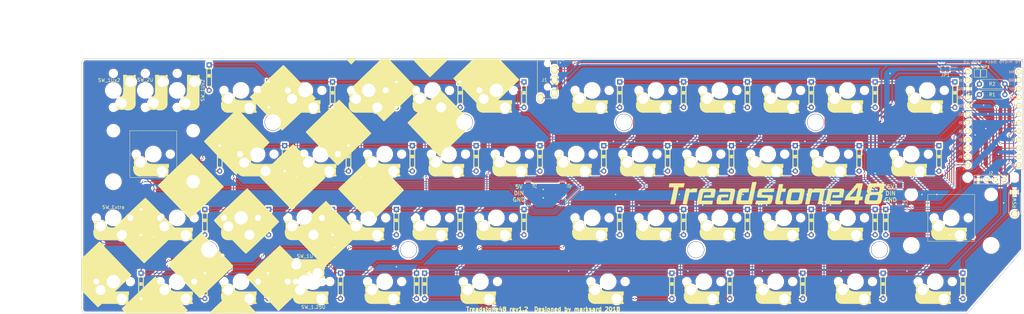
<source format=kicad_pcb>
(kicad_pcb (version 20171130) (host pcbnew "(5.0.0)")
  (title_block (title Treadstone48) (date 2019-02-15) (rev 1.2) (company marksard))
  (layers (0 F.Cu signal) (31 B.Cu signal) (34 B.Paste user) (35 F.Paste user) (36 B.SilkS user) (37 F.SilkS user) (38 B.Mask user) (39 F.Mask user) (44 Edge.Cuts user))
  (net 0 "")
  (net 1 row0)
  (net 2 "Net-(D1-Pad2)")
  (net 3 "Net-(D2-Pad2)")
  (net 4 row1)
  (net 5 row2)
  (net 6 "Net-(D3-Pad2)")
  (net 7 "Net-(D4-Pad2)")
  (net 8 row3)
  (net 9 "Net-(D5-Pad2)")
  (net 10 "Net-(D6-Pad2)")
  (net 11 "Net-(D7-Pad2)")
  (net 12 "Net-(D8-Pad2)")
  (net 13 "Net-(D9-Pad2)")
  (net 14 "Net-(D10-Pad2)")
  (net 15 "Net-(D11-Pad2)")
  (net 16 "Net-(D12-Pad2)")
  (net 17 "Net-(D13-Pad2)")
  (net 18 "Net-(D14-Pad2)")
  (net 19 "Net-(D15-Pad2)")
  (net 20 "Net-(D16-Pad2)")
  (net 21 "Net-(D17-Pad2)")
  (net 22 "Net-(D18-Pad2)")
  (net 23 "Net-(D19-Pad2)")
  (net 24 "Net-(D20-Pad2)")
  (net 25 VCC)
  (net 26 GND)
  (net 27 data)
  (net 28 SCL)
  (net 29 SDA)
  (net 30 LED)
  (net 31 reset)
  (net 32 col0)
  (net 33 col1)
  (net 34 col2)
  (net 35 col3)
  (net 36 col4)
  (net 37 row4)
  (net 38 row5)
  (net 39 row6)
  (net 40 row7)
  (net 41 col5)
  (net 42 "Net-(D21-Pad2)")
  (net 43 "Net-(D22-Pad2)")
  (net 44 "Net-(D23-Pad2)")
  (net 45 "Net-(D24-Pad2)")
  (net 46 "Net-(D25-Pad2)")
  (net 47 "Net-(D26-Pad2)")
  (net 48 "Net-(D27-Pad2)")
  (net 49 "Net-(D28-Pad2)")
  (net 50 "Net-(D29-Pad2)")
  (net 51 "Net-(D30-Pad2)")
  (net 52 "Net-(D31-Pad2)")
  (net 53 "Net-(D32-Pad2)")
  (net 54 "Net-(D33-Pad2)")
  (net 55 "Net-(D34-Pad2)")
  (net 56 "Net-(D35-Pad2)")
  (net 57 "Net-(D36-Pad2)")
  (net 58 "Net-(D37-Pad2)")
  (net 59 "Net-(D38-Pad2)")
  (net 60 "Net-(D39-Pad2)")
  (net 61 "Net-(D40-Pad2)")
  (net 62 "Net-(D41-Pad2)")
  (net 63 "Net-(D42-Pad2)")
  (net 64 "Net-(D43-Pad2)")
  (net 65 "Net-(D44-Pad2)")
  (net 66 "Net-(D45-Pad2)")
  (net 67 "Net-(D46-Pad2)")
  (net 68 "Net-(D47-Pad2)")
  (net 69 "Net-(D48-Pad2)")
  (net 70 "Net-(J4-Pad1)")
  (net 71 "Net-(J4-Pad2)")
  (net 72 "Net-(J4-Pad3)")
  (net 73 "Net-(J1-PadB)")
  (net 74 "Net-(J1-PadA)")
  (module kbd:CherryMX_Hotswap_front (layer F.Cu) (at 71.96462 67.202 270)
    (fp_text reference SW1 hide)
    (fp_text value SW_1Ux2 (at -3.046 1.26976) (layer F.SilkS))
    (pad "" np_thru_hole circle (at -5.08 0 270) (size 1.8 1.8) (drill 1.8) (layers *.Cu *.Mask F.SilkS))
    (pad "" np_thru_hole circle (at 5.08 0 270) (size 1.8 1.8) (drill 1.8) (layers *.Cu *.Mask F.SilkS))
    (pad "" np_thru_hole circle (at 0 0) (size 4 4) (drill 4) (layers *.Cu *.Mask F.SilkS))
    (pad "" np_thru_hole circle (at 3.81 -2.54 90) (size 3 3) (drill 3) (layers *.Cu *.Mask))
    (pad "" np_thru_hole circle (at -2.54 -5.08 90) (size 3 3) (drill 3) (layers *.Cu *.Mask))
    (pad 2 smd rect (at -5.7 -5.12 90) (size 2.3 2) (layers F.Cu F.Paste F.Mask) (net 2 "Net-(D1-Pad2)"))
    (pad 1 smd rect (at 7 -2.58 90) (size 2.3 2) (layers F.Cu F.Paste F.Mask) (net 32 col0))
  )
  (module kbd:MJ-4PP-9_front (layer F.Cu) (at 201.50486 57.67708)
    (fp_text reference J1 (at -0.889 6.4135) (layer F.SilkS))
    (fp_text value MJ-4PP-9 hide)
    (pad "" np_thru_hole circle (at 0 1.5) (size 1.2 1.2) (drill 1.2) (layers *.Cu *.Mask F.SilkS))
    (pad "" np_thru_hole circle (at 0 8.5) (size 1.2 1.2) (drill 1.2) (layers *.Cu *.Mask F.SilkS))
    (pad B thru_hole oval (at 2.1 3.3) (size 1.7 2.5) (drill oval 1 1.5) (layers *.Cu *.Mask F.SilkS) (net 73 "Net-(J1-PadB)"))
    (pad C thru_hole oval (at 2.1 6.3) (size 1.7 2.5) (drill oval 1 1.5) (layers *.Cu *.Mask F.SilkS) (net 26 GND))
    (pad D thru_hole oval (at 2.1 10.3) (size 1.7 2.5) (drill oval 1 1.5) (layers *.Cu *.Mask F.SilkS) (net 25 VCC) (clearance 0.15))
    (pad A thru_hole oval (at -2.1 11.8) (size 1.7 2.5) (drill oval 1 1.5) (layers *.Cu *.Mask F.SilkS) (net 74 "Net-(J1-PadA)") (clearance 0.15))
  )
  (module Jumper:SolderJumper-2_P1.3mm_Bridged_Pad1.0x1.5mm (layer F.Cu) (at 320.24986 60.854 180)
    (fp_text reference JP1 (at 0 -1.8 180) (layer F.SilkS))
    (fp_text value DataJP)
    (pad 1 smd custom (at -0.65 0 180) (size 1 1.5) (layers F.Cu F.Mask) (net 27 data) (options (clearance outline) (anchor rect)) (primitives (gr_poly (pts (xy 0.4 -0.3) (xy 0.9 -0.3) (xy 0.9 0.3) (xy 0.4 0.3)) (width 0))))
    (pad 2 smd rect (at 0.65 0 180) (size 1 1.5) (layers F.Cu F.Mask) (net 73 "Net-(J1-PadB)"))
  )
  (module kbd:CherryMX_Hotswap_front (layer F.Cu) (at 110.065625 67.202 180)
    (fp_text reference SW5 hide)
    (fp_text value SW_PUSH hide)
    (pad 1 smd rect (at 7 -2.58) (size 2.3 2) (layers F.Cu F.Paste F.Mask) (net 33 col1))
    (pad 2 smd rect (at -5.7 -5.12) (size 2.3 2) (layers F.Cu F.Paste F.Mask) (net 9 "Net-(D5-Pad2)"))
    (pad "" np_thru_hole circle (at -2.54 -5.08) (size 3 3) (drill 3) (layers *.Cu *.Mask))
    (pad "" np_thru_hole circle (at 3.81 -2.54) (size 3 3) (drill 3) (layers *.Cu *.Mask))
    (pad "" np_thru_hole circle (at 0 0 270) (size 4 4) (drill 4) (layers *.Cu *.Mask F.SilkS))
    (pad "" np_thru_hole circle (at 5.08 0 180) (size 1.8 1.8) (drill 1.8) (layers *.Cu *.Mask F.SilkS))
    (pad "" np_thru_hole circle (at -5.08 0 180) (size 1.8 1.8) (drill 1.8) (layers *.Cu *.Mask F.SilkS))
  )
  (module kbd:CherryMX_2.25u_PCB (layer F.Cu) (at 322.00217 105.303)
    (fp_text reference REF** hide)
    (fp_text value SW_Cherry_MX1A_2.25u_PCB)
    (pad "" np_thru_hole circle (at 11.9 -7) (size 3.05 3.05) (drill 3.05) (layers *.Cu *.Mask))
    (pad "" np_thru_hole circle (at -11.9 -7) (size 3.05 3.05) (drill 3.05) (layers *.Cu *.Mask))
    (pad "" np_thru_hole circle (at -11.9 8.24) (size 4 4) (drill 4) (layers *.Cu *.Mask))
    (pad "" np_thru_hole circle (at 11.9 8.24) (size 4 4) (drill 4) (layers *.Cu *.Mask))
  )
  (module kbd:D3_SMD_front (layer F.Cu) (at 325.49527 125.62376 270)
    (fp_text reference D48 hide)
    (fp_text value D hide)
    (pad 1 smd rect (at -1.775 0 270) (size 1.3 0.95) (layers F.Cu F.Paste F.Mask) (net 40 row7))
    (pad 2 smd rect (at 1.775 0 270) (size 1.3 0.95) (layers F.Cu F.Paste F.Mask) (net 69 "Net-(D48-Pad2)"))
    (pad 1 thru_hole rect (at -3.81 0 270) (size 1.524 1.524) (drill 0.8128) (layers *.Cu *.Mask) (net 40 row7))
    (pad 2 thru_hole circle (at 3.81 0 270) (size 1.524 1.524) (drill 0.8128) (layers *.Cu *.Mask) (net 69 "Net-(D48-Pad2)"))
  )
  (module kbd:CherryMX_Hotswap_front (layer F.Cu) (at 269.61335 124.3535 180)
    (fp_text reference SW40 hide)
    (fp_text value SW_PUSH hide)
    (pad 1 smd rect (at 7 -2.58) (size 2.3 2) (layers F.Cu F.Paste F.Mask) (net 35 col3))
    (pad 2 smd rect (at -5.7 -5.12) (size 2.3 2) (layers F.Cu F.Paste F.Mask) (net 61 "Net-(D40-Pad2)"))
    (pad "" np_thru_hole circle (at -2.54 -5.08) (size 3 3) (drill 3) (layers *.Cu *.Mask))
    (pad "" np_thru_hole circle (at 3.81 -2.54) (size 3 3) (drill 3) (layers *.Cu *.Mask))
    (pad "" np_thru_hole circle (at 0 0 270) (size 4 4) (drill 4) (layers *.Cu *.Mask F.SilkS))
    (pad "" np_thru_hole circle (at 5.08 0 180) (size 1.8 1.8) (drill 1.8) (layers *.Cu *.Mask F.SilkS))
    (pad "" np_thru_hole circle (at -5.08 0 180) (size 1.8 1.8) (drill 1.8) (layers *.Cu *.Mask F.SilkS))
  )
  (module kbd:CherryMX_Hotswap_front (layer F.Cu) (at 219.60584 124.3535 180)
    (fp_text reference SW32 hide)
    (fp_text value SW_PUSH hide)
    (pad 1 smd rect (at 7 -2.58) (size 2.3 2) (layers F.Cu F.Paste F.Mask) (net 33 col1))
    (pad 2 smd rect (at -5.7 -5.12) (size 2.3 2) (layers F.Cu F.Paste F.Mask) (net 53 "Net-(D32-Pad2)"))
    (pad "" np_thru_hole circle (at -2.54 -5.08) (size 3 3) (drill 3) (layers *.Cu *.Mask))
    (pad "" np_thru_hole circle (at 3.81 -2.54) (size 3 3) (drill 3) (layers *.Cu *.Mask))
    (pad "" np_thru_hole circle (at 0 0 270) (size 4 4) (drill 4) (layers *.Cu *.Mask F.SilkS))
    (pad "" np_thru_hole circle (at 5.08 0 180) (size 1.8 1.8) (drill 1.8) (layers *.Cu *.Mask F.SilkS))
    (pad "" np_thru_hole circle (at -5.08 0 180) (size 1.8 1.8) (drill 1.8) (layers *.Cu *.Mask F.SilkS))
  )
  (module kbd:CherryMX_Hotswap_front (layer F.Cu) (at 91.01558 67.20232 270)
    (fp_text reference SW4 hide)
    (fp_text value SW_1Ux2 (at 0.00168 -7.61928 270) (layer F.SilkS))
    (pad "" np_thru_hole circle (at -5.08 0 270) (size 1.8 1.8) (drill 1.8) (layers *.Cu *.Mask F.SilkS))
    (pad "" np_thru_hole circle (at 5.08 0 270) (size 1.8 1.8) (drill 1.8) (layers *.Cu *.Mask F.SilkS))
    (pad "" np_thru_hole circle (at 0 0) (size 4 4) (drill 4) (layers *.Cu *.Mask F.SilkS))
    (pad "" np_thru_hole circle (at 3.81 -2.54 90) (size 3 3) (drill 3) (layers *.Cu *.Mask))
    (pad "" np_thru_hole circle (at -2.54 -5.08 90) (size 3 3) (drill 3) (layers *.Cu *.Mask))
    (pad 2 smd rect (at -5.7 -5.12 90) (size 2.3 2) (layers F.Cu F.Paste F.Mask) (net 7 "Net-(D4-Pad2)"))
    (pad 1 smd rect (at 7 -2.58 90) (size 2.3 2) (layers F.Cu F.Paste F.Mask) (net 32 col0))
  )
  (module kbd:LEGO_HOLE (layer F.Cu) (at 245.80073 114.82852)
    (fp_text reference "" (at 0 -3.2) (layer F.SilkS))
    (fp_text value "")
    (pad "" thru_hole circle (at 0 0) (size 5 5) (drill 4.8) (layers *.Cu *.Mask))
  )
  (module kbd:CherryMX_Hotswap_front (layer F.Cu) (at 291.045375 105.303 180)
    (fp_text reference SW43 hide)
    (fp_text value SW_PUSH hide)
    (pad 1 smd rect (at 7 -2.58) (size 2.3 2) (layers F.Cu F.Paste F.Mask) (net 36 col4))
    (pad 2 smd rect (at -5.7 -5.12) (size 2.3 2) (layers F.Cu F.Paste F.Mask) (net 64 "Net-(D43-Pad2)"))
    (pad "" np_thru_hole circle (at -2.54 -5.08) (size 3 3) (drill 3) (layers *.Cu *.Mask))
    (pad "" np_thru_hole circle (at 3.81 -2.54) (size 3 3) (drill 3) (layers *.Cu *.Mask))
    (pad "" np_thru_hole circle (at 0 0 270) (size 4 4) (drill 4) (layers *.Cu *.Mask F.SilkS))
    (pad "" np_thru_hole circle (at 5.08 0 180) (size 1.8 1.8) (drill 1.8) (layers *.Cu *.Mask F.SilkS))
    (pad "" np_thru_hole circle (at -5.08 0 180) (size 1.8 1.8) (drill 1.8) (layers *.Cu *.Mask F.SilkS))
  )
  (module kbd:CherryMX_Hotswap_front (layer F.Cu) (at 252.944375 105.303 180)
    (fp_text reference SW35 hide)
    (fp_text value SW_PUSH hide)
    (pad 1 smd rect (at 7 -2.58) (size 2.3 2) (layers F.Cu F.Paste F.Mask) (net 34 col2))
    (pad 2 smd rect (at -5.7 -5.12) (size 2.3 2) (layers F.Cu F.Paste F.Mask) (net 56 "Net-(D35-Pad2)"))
    (pad "" np_thru_hole circle (at -2.54 -5.08) (size 3 3) (drill 3) (layers *.Cu *.Mask))
    (pad "" np_thru_hole circle (at 3.81 -2.54) (size 3 3) (drill 3) (layers *.Cu *.Mask))
    (pad "" np_thru_hole circle (at 0 0 270) (size 4 4) (drill 4) (layers *.Cu *.Mask F.SilkS))
    (pad "" np_thru_hole circle (at 5.08 0 180) (size 1.8 1.8) (drill 1.8) (layers *.Cu *.Mask F.SilkS))
    (pad "" np_thru_hole circle (at -5.08 0 180) (size 1.8 1.8) (drill 1.8) (layers *.Cu *.Mask F.SilkS))
  )
  (module kbd:CherryMX_Hotswap_front (layer F.Cu) (at 314.858495 67.202 180)
    (fp_text reference SW45 hide)
    (fp_text value SW_PUSH hide)
    (pad "" np_thru_hole circle (at -5.08 0 180) (size 1.8 1.8) (drill 1.8) (layers *.Cu *.Mask F.SilkS))
    (pad "" np_thru_hole circle (at 5.08 0 180) (size 1.8 1.8) (drill 1.8) (layers *.Cu *.Mask F.SilkS))
    (pad "" np_thru_hole circle (at 0 0 270) (size 4 4) (drill 4) (layers *.Cu *.Mask F.SilkS))
    (pad "" np_thru_hole circle (at 3.81 -2.54) (size 3 3) (drill 3) (layers *.Cu *.Mask))
    (pad "" np_thru_hole circle (at -2.54 -5.08) (size 3 3) (drill 3) (layers *.Cu *.Mask))
    (pad 2 smd rect (at -5.7 -5.12) (size 2.3 2) (layers F.Cu F.Paste F.Mask) (net 66 "Net-(D45-Pad2)"))
    (pad 1 smd rect (at 7 -2.58) (size 2.3 2) (layers F.Cu F.Paste F.Mask) (net 41 col5))
  )
  (module kbd:CherryMX_Hotswap_front (layer F.Cu) (at 310.09587 86.2525 180)
    (fp_text reference SW46 hide)
    (fp_text value SW_PUSH hide)
    (pad "" np_thru_hole circle (at -5.08 0 180) (size 1.8 1.8) (drill 1.8) (layers *.Cu *.Mask F.SilkS))
    (pad "" np_thru_hole circle (at 5.08 0 180) (size 1.8 1.8) (drill 1.8) (layers *.Cu *.Mask F.SilkS))
    (pad "" np_thru_hole circle (at 0 0 270) (size 4 4) (drill 4) (layers *.Cu *.Mask F.SilkS))
    (pad "" np_thru_hole circle (at 3.81 -2.54) (size 3 3) (drill 3) (layers *.Cu *.Mask))
    (pad "" np_thru_hole circle (at -2.54 -5.08) (size 3 3) (drill 3) (layers *.Cu *.Mask))
    (pad 2 smd rect (at -5.7 -5.12) (size 2.3 2) (layers F.Cu F.Paste F.Mask) (net 67 "Net-(D46-Pad2)"))
    (pad 1 smd rect (at 7 -2.58) (size 2.3 2) (layers F.Cu F.Paste F.Mask) (net 41 col5))
  )
  (module kbd:CherryMX_Hotswap_front (layer F.Cu) (at 271.994875 105.303 180)
    (fp_text reference SW39 hide)
    (fp_text value SW_PUSH hide)
    (pad 1 smd rect (at 7 -2.58) (size 2.3 2) (layers F.Cu F.Paste F.Mask) (net 35 col3))
    (pad 2 smd rect (at -5.7 -5.12) (size 2.3 2) (layers F.Cu F.Paste F.Mask) (net 60 "Net-(D39-Pad2)"))
    (pad "" np_thru_hole circle (at -2.54 -5.08) (size 3 3) (drill 3) (layers *.Cu *.Mask))
    (pad "" np_thru_hole circle (at 3.81 -2.54) (size 3 3) (drill 3) (layers *.Cu *.Mask))
    (pad "" np_thru_hole circle (at 0 0 270) (size 4 4) (drill 4) (layers *.Cu *.Mask F.SilkS))
    (pad "" np_thru_hole circle (at 5.08 0 180) (size 1.8 1.8) (drill 1.8) (layers *.Cu *.Mask F.SilkS))
    (pad "" np_thru_hole circle (at -5.08 0 180) (size 1.8 1.8) (drill 1.8) (layers *.Cu *.Mask F.SilkS))
  )
  (module kbd:CherryMX_Hotswap_front (layer F.Cu) (at 229.13125 86.2525 180)
    (fp_text reference SW30 hide)
    (fp_text value SW_PUSH hide)
    (pad "" np_thru_hole circle (at -5.08 0 180) (size 1.8 1.8) (drill 1.8) (layers *.Cu *.Mask F.SilkS))
    (pad "" np_thru_hole circle (at 5.08 0 180) (size 1.8 1.8) (drill 1.8) (layers *.Cu *.Mask F.SilkS))
    (pad "" np_thru_hole circle (at 0 0 270) (size 4 4) (drill 4) (layers *.Cu *.Mask F.SilkS))
    (pad "" np_thru_hole circle (at 3.81 -2.54) (size 3 3) (drill 3) (layers *.Cu *.Mask))
    (pad "" np_thru_hole circle (at -2.54 -5.08) (size 3 3) (drill 3) (layers *.Cu *.Mask))
    (pad 2 smd rect (at -5.7 -5.12) (size 2.3 2) (layers F.Cu F.Paste F.Mask) (net 51 "Net-(D30-Pad2)"))
    (pad 1 smd rect (at 7 -2.58) (size 2.3 2) (layers F.Cu F.Paste F.Mask) (net 33 col1))
  )
  (module kbd:CherryMX_Hotswap_front (layer F.Cu) (at 71.96467 124.3535 180)
    (fp_text reference SW8 hide)
    (fp_text value SW_PUSH hide)
    (pad 1 smd rect (at 7 -2.58) (size 2.3 2) (layers F.Cu F.Paste F.Mask) (net 33 col1))
    (pad 2 smd rect (at -5.7 -5.12) (size 2.3 2) (layers F.Cu F.Paste F.Mask) (net 12 "Net-(D8-Pad2)"))
    (pad "" np_thru_hole circle (at -2.54 -5.08) (size 3 3) (drill 3) (layers *.Cu *.Mask))
    (pad "" np_thru_hole circle (at 3.81 -2.54) (size 3 3) (drill 3) (layers *.Cu *.Mask))
    (pad "" np_thru_hole circle (at 0 0 270) (size 4 4) (drill 4) (layers *.Cu *.Mask F.SilkS))
    (pad "" np_thru_hole circle (at 5.08 0 180) (size 1.8 1.8) (drill 1.8) (layers *.Cu *.Mask F.SilkS))
    (pad "" np_thru_hole circle (at -5.08 0 180) (size 1.8 1.8) (drill 1.8) (layers *.Cu *.Mask F.SilkS))
  )
  (module kbd:CherryMX_Hotswap_front (layer F.Cu) (at 133.87875 86.2525 180)
    (fp_text reference SW10 hide)
    (fp_text value SW_PUSH hide)
    (pad "" np_thru_hole circle (at -5.08 0 180) (size 1.8 1.8) (drill 1.8) (layers *.Cu *.Mask F.SilkS))
    (pad "" np_thru_hole circle (at 5.08 0 180) (size 1.8 1.8) (drill 1.8) (layers *.Cu *.Mask F.SilkS))
    (pad "" np_thru_hole circle (at 0 0 270) (size 4 4) (drill 4) (layers *.Cu *.Mask F.SilkS))
    (pad "" np_thru_hole circle (at 3.81 -2.54) (size 3 3) (drill 3) (layers *.Cu *.Mask))
    (pad "" np_thru_hole circle (at -2.54 -5.08) (size 3 3) (drill 3) (layers *.Cu *.Mask))
    (pad 2 smd rect (at -5.7 -5.12) (size 2.3 2) (layers F.Cu F.Paste F.Mask) (net 14 "Net-(D10-Pad2)"))
    (pad 1 smd rect (at 7 -2.58) (size 2.3 2) (layers F.Cu F.Paste F.Mask) (net 34 col2))
  )
  (module kbd:CherryMX_Hotswap_front (layer F.Cu) (at 83.87117 86.2525 180)
    (fp_text reference SW2 hide)
    (fp_text value SW_PUSH hide)
    (pad "" np_thru_hole circle (at -5.08 0 180) (size 1.8 1.8) (drill 1.8) (layers *.Cu *.Mask F.SilkS))
    (pad "" np_thru_hole circle (at 5.08 0 180) (size 1.8 1.8) (drill 1.8) (layers *.Cu *.Mask F.SilkS))
    (pad "" np_thru_hole circle (at 0 0 270) (size 4 4) (drill 4) (layers *.Cu *.Mask F.SilkS))
    (pad "" np_thru_hole circle (at 3.81 -2.54) (size 3 3) (drill 3) (layers *.Cu *.Mask))
    (pad "" np_thru_hole circle (at -2.54 -5.08) (size 3 3) (drill 3) (layers *.Cu *.Mask))
    (pad 2 smd rect (at -5.7 -5.12) (size 2.3 2) (layers F.Cu F.Paste F.Mask) (net 3 "Net-(D2-Pad2)"))
    (pad 1 smd rect (at 7 -2.58) (size 2.3 2) (layers F.Cu F.Paste F.Mask) (net 32 col0))
  )
  (module kbd:CherryMX_Hotswap_front (layer F.Cu) (at 91.015125 105.303 180)
    (fp_text reference SW3 hide)
    (fp_text value SW_PUSH hide)
    (pad 1 smd rect (at 7 -2.58) (size 2.3 2) (layers F.Cu F.Paste F.Mask) (net 32 col0))
    (pad 2 smd rect (at -5.7 -5.12) (size 2.3 2) (layers F.Cu F.Paste F.Mask) (net 6 "Net-(D3-Pad2)"))
    (pad "" np_thru_hole circle (at -2.54 -5.08) (size 3 3) (drill 3) (layers *.Cu *.Mask))
    (pad "" np_thru_hole circle (at 3.81 -2.54) (size 3 3) (drill 3) (layers *.Cu *.Mask))
    (pad "" np_thru_hole circle (at 0 0 270) (size 4 4) (drill 4) (layers *.Cu *.Mask F.SilkS))
    (pad "" np_thru_hole circle (at 5.08 0 180) (size 1.8 1.8) (drill 1.8) (layers *.Cu *.Mask F.SilkS))
    (pad "" np_thru_hole circle (at -5.08 0 180) (size 1.8 1.8) (drill 1.8) (layers *.Cu *.Mask F.SilkS))
  )
  (module kbd:CherryMX_Hotswap_front (layer F.Cu) (at 114.82825 86.2525 180)
    (fp_text reference SW6 hide)
    (fp_text value SW_PUSH hide)
    (pad "" np_thru_hole circle (at -5.08 0 180) (size 1.8 1.8) (drill 1.8) (layers *.Cu *.Mask F.SilkS))
    (pad "" np_thru_hole circle (at 5.08 0 180) (size 1.8 1.8) (drill 1.8) (layers *.Cu *.Mask F.SilkS))
    (pad "" np_thru_hole circle (at 0 0 270) (size 4 4) (drill 4) (layers *.Cu *.Mask F.SilkS))
    (pad "" np_thru_hole circle (at 3.81 -2.54) (size 3 3) (drill 3) (layers *.Cu *.Mask))
    (pad "" np_thru_hole circle (at -2.54 -5.08) (size 3 3) (drill 3) (layers *.Cu *.Mask))
    (pad 2 smd rect (at -5.7 -5.12) (size 2.3 2) (layers F.Cu F.Paste F.Mask) (net 10 "Net-(D6-Pad2)"))
    (pad 1 smd rect (at 7 -2.58) (size 2.3 2) (layers F.Cu F.Paste F.Mask) (net 33 col1))
  )
  (module kbd:CherryMX_Hotswap_front (layer F.Cu) (at 110.065625 105.303 180)
    (fp_text reference SW7 hide)
    (fp_text value SW_PUSH hide)
    (pad 1 smd rect (at 7 -2.58) (size 2.3 2) (layers F.Cu F.Paste F.Mask) (net 33 col1))
    (pad 2 smd rect (at -5.7 -5.12) (size 2.3 2) (layers F.Cu F.Paste F.Mask) (net 11 "Net-(D7-Pad2)"))
    (pad "" np_thru_hole circle (at -2.54 -5.08) (size 3 3) (drill 3) (layers *.Cu *.Mask))
    (pad "" np_thru_hole circle (at 3.81 -2.54) (size 3 3) (drill 3) (layers *.Cu *.Mask))
    (pad "" np_thru_hole circle (at 0 0 270) (size 4 4) (drill 4) (layers *.Cu *.Mask F.SilkS))
    (pad "" np_thru_hole circle (at 5.08 0 180) (size 1.8 1.8) (drill 1.8) (layers *.Cu *.Mask F.SilkS))
    (pad "" np_thru_hole circle (at -5.08 0 180) (size 1.8 1.8) (drill 1.8) (layers *.Cu *.Mask F.SilkS))
  )
  (module kbd:CherryMX_Hotswap_front (layer F.Cu) (at 129.116125 67.202 180)
    (fp_text reference SW9 hide)
    (fp_text value SW_PUSH hide)
    (pad 1 smd rect (at 7 -2.58) (size 2.3 2) (layers F.Cu F.Paste F.Mask) (net 34 col2))
    (pad 2 smd rect (at -5.7 -5.12) (size 2.3 2) (layers F.Cu F.Paste F.Mask) (net 13 "Net-(D9-Pad2)"))
    (pad "" np_thru_hole circle (at -2.54 -5.08) (size 3 3) (drill 3) (layers *.Cu *.Mask))
    (pad "" np_thru_hole circle (at 3.81 -2.54) (size 3 3) (drill 3) (layers *.Cu *.Mask))
    (pad "" np_thru_hole circle (at 0 0 270) (size 4 4) (drill 4) (layers *.Cu *.Mask F.SilkS))
    (pad "" np_thru_hole circle (at 5.08 0 180) (size 1.8 1.8) (drill 1.8) (layers *.Cu *.Mask F.SilkS))
    (pad "" np_thru_hole circle (at -5.08 0 180) (size 1.8 1.8) (drill 1.8) (layers *.Cu *.Mask F.SilkS))
  )
  (module kbd:CherryMX_Hotswap_front (layer F.Cu) (at 129.116125 105.303 180)
    (fp_text reference SW11 hide)
    (fp_text value SW_PUSH hide)
    (pad 1 smd rect (at 7 -2.58) (size 2.3 2) (layers F.Cu F.Paste F.Mask) (net 34 col2))
    (pad 2 smd rect (at -5.7 -5.12) (size 2.3 2) (layers F.Cu F.Paste F.Mask) (net 15 "Net-(D11-Pad2)"))
    (pad "" np_thru_hole circle (at -2.54 -5.08) (size 3 3) (drill 3) (layers *.Cu *.Mask))
    (pad "" np_thru_hole circle (at 3.81 -2.54) (size 3 3) (drill 3) (layers *.Cu *.Mask))
    (pad "" np_thru_hole circle (at 0 0 270) (size 4 4) (drill 4) (layers *.Cu *.Mask F.SilkS))
    (pad "" np_thru_hole circle (at 5.08 0 180) (size 1.8 1.8) (drill 1.8) (layers *.Cu *.Mask F.SilkS))
    (pad "" np_thru_hole circle (at -5.08 0 180) (size 1.8 1.8) (drill 1.8) (layers *.Cu *.Mask F.SilkS))
  )
  (module kbd:CherryMX_Hotswap_front (layer F.Cu) (at 91.01517 124.3535 180)
    (fp_text reference SW12 hide)
    (fp_text value SW_PUSH hide)
    (pad "" np_thru_hole circle (at -5.08 0 180) (size 1.8 1.8) (drill 1.8) (layers *.Cu *.Mask F.SilkS))
    (pad "" np_thru_hole circle (at 5.08 0 180) (size 1.8 1.8) (drill 1.8) (layers *.Cu *.Mask F.SilkS))
    (pad "" np_thru_hole circle (at 0 0 270) (size 4 4) (drill 4) (layers *.Cu *.Mask F.SilkS))
    (pad "" np_thru_hole circle (at 3.81 -2.54) (size 3 3) (drill 3) (layers *.Cu *.Mask))
    (pad "" np_thru_hole circle (at -2.54 -5.08) (size 3 3) (drill 3) (layers *.Cu *.Mask))
    (pad 2 smd rect (at -5.7 -5.12) (size 2.3 2) (layers F.Cu F.Paste F.Mask) (net 16 "Net-(D12-Pad2)"))
    (pad 1 smd rect (at 7 -2.58) (size 2.3 2) (layers F.Cu F.Paste F.Mask) (net 34 col2))
  )
  (module kbd:CherryMX_Hotswap_front (layer F.Cu) (at 148.166625 67.202 180)
    (fp_text reference SW13 hide)
    (fp_text value SW_PUSH hide)
    (pad 1 smd rect (at 7 -2.58) (size 2.3 2) (layers F.Cu F.Paste F.Mask) (net 35 col3))
    (pad 2 smd rect (at -5.7 -5.12) (size 2.3 2) (layers F.Cu F.Paste F.Mask) (net 17 "Net-(D13-Pad2)"))
    (pad "" np_thru_hole circle (at -2.54 -5.08) (size 3 3) (drill 3) (layers *.Cu *.Mask))
    (pad "" np_thru_hole circle (at 3.81 -2.54) (size 3 3) (drill 3) (layers *.Cu *.Mask))
    (pad "" np_thru_hole circle (at 0 0 270) (size 4 4) (drill 4) (layers *.Cu *.Mask F.SilkS))
    (pad "" np_thru_hole circle (at 5.08 0 180) (size 1.8 1.8) (drill 1.8) (layers *.Cu *.Mask F.SilkS))
    (pad "" np_thru_hole circle (at -5.08 0 180) (size 1.8 1.8) (drill 1.8) (layers *.Cu *.Mask F.SilkS))
  )
  (module kbd:CherryMX_Hotswap_front (layer F.Cu) (at 152.92925 86.2525 180)
    (fp_text reference SW14 hide)
    (fp_text value SW_PUSH hide)
    (pad "" np_thru_hole circle (at -5.08 0 180) (size 1.8 1.8) (drill 1.8) (layers *.Cu *.Mask F.SilkS))
    (pad "" np_thru_hole circle (at 5.08 0 180) (size 1.8 1.8) (drill 1.8) (layers *.Cu *.Mask F.SilkS))
    (pad "" np_thru_hole circle (at 0 0 270) (size 4 4) (drill 4) (layers *.Cu *.Mask F.SilkS))
    (pad "" np_thru_hole circle (at 3.81 -2.54) (size 3 3) (drill 3) (layers *.Cu *.Mask))
    (pad "" np_thru_hole circle (at -2.54 -5.08) (size 3 3) (drill 3) (layers *.Cu *.Mask))
    (pad 2 smd rect (at -5.7 -5.12) (size 2.3 2) (layers F.Cu F.Paste F.Mask) (net 18 "Net-(D14-Pad2)"))
    (pad 1 smd rect (at 7 -2.58) (size 2.3 2) (layers F.Cu F.Paste F.Mask) (net 35 col3))
  )
  (module kbd:CherryMX_Hotswap_front (layer F.Cu) (at 148.166625 105.303 180)
    (fp_text reference SW15 hide)
    (fp_text value SW_PUSH hide)
    (pad "" np_thru_hole circle (at -5.08 0 180) (size 1.8 1.8) (drill 1.8) (layers *.Cu *.Mask F.SilkS))
    (pad "" np_thru_hole circle (at 5.08 0 180) (size 1.8 1.8) (drill 1.8) (layers *.Cu *.Mask F.SilkS))
    (pad "" np_thru_hole circle (at 0 0 270) (size 4 4) (drill 4) (layers *.Cu *.Mask F.SilkS))
    (pad "" np_thru_hole circle (at 3.81 -2.54) (size 3 3) (drill 3) (layers *.Cu *.Mask))
    (pad "" np_thru_hole circle (at -2.54 -5.08) (size 3 3) (drill 3) (layers *.Cu *.Mask))
    (pad 2 smd rect (at -5.7 -5.12) (size 2.3 2) (layers F.Cu F.Paste F.Mask) (net 19 "Net-(D15-Pad2)"))
    (pad 1 smd rect (at 7 -2.58) (size 2.3 2) (layers F.Cu F.Paste F.Mask) (net 35 col3))
  )
  (module kbd:CherryMX_Hotswap_front (layer F.Cu) (at 110.06558 124.3535 180)
    (fp_text reference SW16 hide)
    (fp_text value SW_PUSH hide)
    (pad "" np_thru_hole circle (at -5.08 0 180) (size 1.8 1.8) (drill 1.8) (layers *.Cu *.Mask F.SilkS))
    (pad "" np_thru_hole circle (at 5.08 0 180) (size 1.8 1.8) (drill 1.8) (layers *.Cu *.Mask F.SilkS))
    (pad "" np_thru_hole circle (at 0 0 270) (size 4 4) (drill 4) (layers *.Cu *.Mask F.SilkS))
    (pad "" np_thru_hole circle (at 3.81 -2.54) (size 3 3) (drill 3) (layers *.Cu *.Mask))
    (pad "" np_thru_hole circle (at -2.54 -5.08) (size 3 3) (drill 3) (layers *.Cu *.Mask))
    (pad 2 smd rect (at -5.7 -5.12) (size 2.3 2) (layers F.Cu F.Paste F.Mask) (net 20 "Net-(D16-Pad2)"))
    (pad 1 smd rect (at 7 -2.58) (size 2.3 2) (layers F.Cu F.Paste F.Mask) (net 35 col3))
  )
  (module kbd:CherryMX_Hotswap_front (layer F.Cu) (at 167.217125 67.202 180)
    (fp_text reference SW17 hide)
    (fp_text value SW_PUSH hide)
    (pad 1 smd rect (at 7 -2.58) (size 2.3 2) (layers F.Cu F.Paste F.Mask) (net 36 col4))
    (pad 2 smd rect (at -5.7 -5.12) (size 2.3 2) (layers F.Cu F.Paste F.Mask) (net 21 "Net-(D17-Pad2)"))
    (pad "" np_thru_hole circle (at -2.54 -5.08) (size 3 3) (drill 3) (layers *.Cu *.Mask))
    (pad "" np_thru_hole circle (at 3.81 -2.54) (size 3 3) (drill 3) (layers *.Cu *.Mask))
    (pad "" np_thru_hole circle (at 0 0 270) (size 4 4) (drill 4) (layers *.Cu *.Mask F.SilkS))
    (pad "" np_thru_hole circle (at 5.08 0 180) (size 1.8 1.8) (drill 1.8) (layers *.Cu *.Mask F.SilkS))
    (pad "" np_thru_hole circle (at -5.08 0 180) (size 1.8 1.8) (drill 1.8) (layers *.Cu *.Mask F.SilkS))
  )
  (module kbd:CherryMX_Hotswap_front (layer F.Cu) (at 171.97975 86.2525 180)
    (fp_text reference SW18 hide)
    (fp_text value SW_PUSH hide)
    (pad 1 smd rect (at 7 -2.58) (size 2.3 2) (layers F.Cu F.Paste F.Mask) (net 36 col4))
    (pad 2 smd rect (at -5.7 -5.12) (size 2.3 2) (layers F.Cu F.Paste F.Mask) (net 22 "Net-(D18-Pad2)"))
    (pad "" np_thru_hole circle (at -2.54 -5.08) (size 3 3) (drill 3) (layers *.Cu *.Mask))
    (pad "" np_thru_hole circle (at 3.81 -2.54) (size 3 3) (drill 3) (layers *.Cu *.Mask))
    (pad "" np_thru_hole circle (at 0 0 270) (size 4 4) (drill 4) (layers *.Cu *.Mask F.SilkS))
    (pad "" np_thru_hole circle (at 5.08 0 180) (size 1.8 1.8) (drill 1.8) (layers *.Cu *.Mask F.SilkS))
    (pad "" np_thru_hole circle (at -5.08 0 180) (size 1.8 1.8) (drill 1.8) (layers *.Cu *.Mask F.SilkS))
  )
  (module kbd:CherryMX_Hotswap_front (layer F.Cu) (at 167.217125 105.303 180)
    (fp_text reference SW19 hide)
    (fp_text value SW_PUSH hide)
    (pad 1 smd rect (at 7 -2.58) (size 2.3 2) (layers F.Cu F.Paste F.Mask) (net 36 col4))
    (pad 2 smd rect (at -5.7 -5.12) (size 2.3 2) (layers F.Cu F.Paste F.Mask) (net 23 "Net-(D19-Pad2)"))
    (pad "" np_thru_hole circle (at -2.54 -5.08) (size 3 3) (drill 3) (layers *.Cu *.Mask))
    (pad "" np_thru_hole circle (at 3.81 -2.54) (size 3 3) (drill 3) (layers *.Cu *.Mask))
    (pad "" np_thru_hole circle (at 0 0 270) (size 4 4) (drill 4) (layers *.Cu *.Mask F.SilkS))
    (pad "" np_thru_hole circle (at 5.08 0 180) (size 1.8 1.8) (drill 1.8) (layers *.Cu *.Mask F.SilkS))
    (pad "" np_thru_hole circle (at -5.08 0 180) (size 1.8 1.8) (drill 1.8) (layers *.Cu *.Mask F.SilkS))
  )
  (module kbd:CherryMX_Hotswap_front (layer F.Cu) (at 131.49737 124.3535 180)
    (fp_text reference SW20 hide)
    (fp_text value SW_1.25U (at -0.15749 -7.6205 180) (layer F.SilkS))
    (pad 1 smd rect (at 7 -2.58) (size 2.3 2) (layers F.Cu F.Paste F.Mask) (net 36 col4))
    (pad 2 smd rect (at -5.7 -5.12) (size 2.3 2) (layers F.Cu F.Paste F.Mask) (net 24 "Net-(D20-Pad2)"))
    (pad "" np_thru_hole circle (at -2.54 -5.08) (size 3 3) (drill 3) (layers *.Cu *.Mask))
    (pad "" np_thru_hole circle (at 3.81 -2.54) (size 3 3) (drill 3) (layers *.Cu *.Mask))
    (pad "" np_thru_hole circle (at 0 0 270) (size 4 4) (drill 4) (layers *.Cu *.Mask F.SilkS))
    (pad "" np_thru_hole circle (at 5.08 0 180) (size 1.8 1.8) (drill 1.8) (layers *.Cu *.Mask F.SilkS))
    (pad "" np_thru_hole circle (at -5.08 0 180) (size 1.8 1.8) (drill 1.8) (layers *.Cu *.Mask F.SilkS))
  )
  (module kbd:CherryMX_Hotswap_front (layer F.Cu) (at 186.267625 67.202 180)
    (fp_text reference SW21 hide)
    (fp_text value SW_PUSH hide)
    (pad "" np_thru_hole circle (at -5.08 0 180) (size 1.8 1.8) (drill 1.8) (layers *.Cu *.Mask F.SilkS))
    (pad "" np_thru_hole circle (at 5.08 0 180) (size 1.8 1.8) (drill 1.8) (layers *.Cu *.Mask F.SilkS))
    (pad "" np_thru_hole circle (at 0 0 270) (size 4 4) (drill 4) (layers *.Cu *.Mask F.SilkS))
    (pad "" np_thru_hole circle (at 3.81 -2.54) (size 3 3) (drill 3) (layers *.Cu *.Mask))
    (pad "" np_thru_hole circle (at -2.54 -5.08) (size 3 3) (drill 3) (layers *.Cu *.Mask))
    (pad 2 smd rect (at -5.7 -5.12) (size 2.3 2) (layers F.Cu F.Paste F.Mask) (net 42 "Net-(D21-Pad2)"))
    (pad 1 smd rect (at 7 -2.58) (size 2.3 2) (layers F.Cu F.Paste F.Mask) (net 41 col5))
  )
  (module kbd:CherryMX_Hotswap_front (layer F.Cu) (at 191.03025 86.2525 180)
    (fp_text reference SW22 hide)
    (fp_text value SW_PUSH hide)
    (pad 1 smd rect (at 7 -2.58) (size 2.3 2) (layers F.Cu F.Paste F.Mask) (net 41 col5))
    (pad 2 smd rect (at -5.7 -5.12) (size 2.3 2) (layers F.Cu F.Paste F.Mask) (net 43 "Net-(D22-Pad2)"))
    (pad "" np_thru_hole circle (at -2.54 -5.08) (size 3 3) (drill 3) (layers *.Cu *.Mask))
    (pad "" np_thru_hole circle (at 3.81 -2.54) (size 3 3) (drill 3) (layers *.Cu *.Mask))
    (pad "" np_thru_hole circle (at 0 0 270) (size 4 4) (drill 4) (layers *.Cu *.Mask F.SilkS))
    (pad "" np_thru_hole circle (at 5.08 0 180) (size 1.8 1.8) (drill 1.8) (layers *.Cu *.Mask F.SilkS))
    (pad "" np_thru_hole circle (at -5.08 0 180) (size 1.8 1.8) (drill 1.8) (layers *.Cu *.Mask F.SilkS))
  )
  (module kbd:CherryMX_Hotswap_front (layer F.Cu) (at 186.267625 105.303 180)
    (fp_text reference SW23 hide)
    (fp_text value SW_PUSH hide)
    (pad 1 smd rect (at 7 -2.58) (size 2.3 2) (layers F.Cu F.Paste F.Mask) (net 41 col5))
    (pad 2 smd rect (at -5.7 -5.12) (size 2.3 2) (layers F.Cu F.Paste F.Mask) (net 44 "Net-(D23-Pad2)"))
    (pad "" np_thru_hole circle (at -2.54 -5.08) (size 3 3) (drill 3) (layers *.Cu *.Mask))
    (pad "" np_thru_hole circle (at 3.81 -2.54) (size 3 3) (drill 3) (layers *.Cu *.Mask))
    (pad "" np_thru_hole circle (at 0 0 270) (size 4 4) (drill 4) (layers *.Cu *.Mask F.SilkS))
    (pad "" np_thru_hole circle (at 5.08 0 180) (size 1.8 1.8) (drill 1.8) (layers *.Cu *.Mask F.SilkS))
    (pad "" np_thru_hole circle (at -5.08 0 180) (size 1.8 1.8) (drill 1.8) (layers *.Cu *.Mask F.SilkS))
  )
  (module kbd:CherryMX_Hotswap_front (layer F.Cu) (at 152.92916 124.3535 180)
    (fp_text reference SW24 hide)
    (fp_text value SW_PUSH hide)
    (pad 1 smd rect (at 7 -2.58) (size 2.3 2) (layers F.Cu F.Paste F.Mask) (net 41 col5))
    (pad 2 smd rect (at -5.7 -5.12) (size 2.3 2) (layers F.Cu F.Paste F.Mask) (net 45 "Net-(D24-Pad2)"))
    (pad "" np_thru_hole circle (at -2.54 -5.08) (size 3 3) (drill 3) (layers *.Cu *.Mask))
    (pad "" np_thru_hole circle (at 3.81 -2.54) (size 3 3) (drill 3) (layers *.Cu *.Mask))
    (pad "" np_thru_hole circle (at 0 0 270) (size 4 4) (drill 4) (layers *.Cu *.Mask F.SilkS))
    (pad "" np_thru_hole circle (at 5.08 0 180) (size 1.8 1.8) (drill 1.8) (layers *.Cu *.Mask F.SilkS))
    (pad "" np_thru_hole circle (at -5.08 0 180) (size 1.8 1.8) (drill 1.8) (layers *.Cu *.Mask F.SilkS))
  )
  (module kbd:CherryMX_Hotswap_front (layer F.Cu) (at 214.843375 67.202 180)
    (fp_text reference SW25 hide)
    (fp_text value SW_PUSH hide)
    (pad "" np_thru_hole circle (at -5.08 0 180) (size 1.8 1.8) (drill 1.8) (layers *.Cu *.Mask F.SilkS))
    (pad "" np_thru_hole circle (at 5.08 0 180) (size 1.8 1.8) (drill 1.8) (layers *.Cu *.Mask F.SilkS))
    (pad "" np_thru_hole circle (at 0 0 270) (size 4 4) (drill 4) (layers *.Cu *.Mask F.SilkS))
    (pad "" np_thru_hole circle (at 3.81 -2.54) (size 3 3) (drill 3) (layers *.Cu *.Mask))
    (pad "" np_thru_hole circle (at -2.54 -5.08) (size 3 3) (drill 3) (layers *.Cu *.Mask))
    (pad 2 smd rect (at -5.7 -5.12) (size 2.3 2) (layers F.Cu F.Paste F.Mask) (net 46 "Net-(D25-Pad2)"))
    (pad 1 smd rect (at 7 -2.58) (size 2.3 2) (layers F.Cu F.Paste F.Mask) (net 32 col0))
  )
  (module kbd:CherryMX_Hotswap_front (layer F.Cu) (at 210.08075 86.2525 180)
    (fp_text reference SW26 hide)
    (fp_text value SW_PUSH hide)
    (pad "" np_thru_hole circle (at -5.08 0 180) (size 1.8 1.8) (drill 1.8) (layers *.Cu *.Mask F.SilkS))
    (pad "" np_thru_hole circle (at 5.08 0 180) (size 1.8 1.8) (drill 1.8) (layers *.Cu *.Mask F.SilkS))
    (pad "" np_thru_hole circle (at 0 0 270) (size 4 4) (drill 4) (layers *.Cu *.Mask F.SilkS))
    (pad "" np_thru_hole circle (at 3.81 -2.54) (size 3 3) (drill 3) (layers *.Cu *.Mask))
    (pad "" np_thru_hole circle (at -2.54 -5.08) (size 3 3) (drill 3) (layers *.Cu *.Mask))
    (pad 2 smd rect (at -5.7 -5.12) (size 2.3 2) (layers F.Cu F.Paste F.Mask) (net 47 "Net-(D26-Pad2)"))
    (pad 1 smd rect (at 7 -2.58) (size 2.3 2) (layers F.Cu F.Paste F.Mask) (net 32 col0))
  )
  (module kbd:CherryMX_Hotswap_front (layer F.Cu) (at 214.843375 105.303 180)
    (fp_text reference SW27 hide)
    (fp_text value SW_PUSH hide)
    (pad "" np_thru_hole circle (at -5.08 0 180) (size 1.8 1.8) (drill 1.8) (layers *.Cu *.Mask F.SilkS))
    (pad "" np_thru_hole circle (at 5.08 0 180) (size 1.8 1.8) (drill 1.8) (layers *.Cu *.Mask F.SilkS))
    (pad "" np_thru_hole circle (at 0 0 270) (size 4 4) (drill 4) (layers *.Cu *.Mask F.SilkS))
    (pad "" np_thru_hole circle (at 3.81 -2.54) (size 3 3) (drill 3) (layers *.Cu *.Mask))
    (pad "" np_thru_hole circle (at -2.54 -5.08) (size 3 3) (drill 3) (layers *.Cu *.Mask))
    (pad 2 smd rect (at -5.7 -5.12) (size 2.3 2) (layers F.Cu F.Paste F.Mask) (net 48 "Net-(D27-Pad2)"))
    (pad 1 smd rect (at 7 -2.58) (size 2.3 2) (layers F.Cu F.Paste F.Mask) (net 32 col0))
  )
  (module kbd:CherryMX_Hotswap_front (layer F.Cu) (at 181.50488 124.35376 180)
    (fp_text reference SW28 hide)
    (fp_text value SW_PUSH hide)
    (pad "" np_thru_hole circle (at -5.08 0 180) (size 1.8 1.8) (drill 1.8) (layers *.Cu *.Mask F.SilkS))
    (pad "" np_thru_hole circle (at 5.08 0 180) (size 1.8 1.8) (drill 1.8) (layers *.Cu *.Mask F.SilkS))
    (pad "" np_thru_hole circle (at 0 0 270) (size 4 4) (drill 4) (layers *.Cu *.Mask F.SilkS))
    (pad "" np_thru_hole circle (at 3.81 -2.54) (size 3 3) (drill 3) (layers *.Cu *.Mask))
    (pad "" np_thru_hole circle (at -2.54 -5.08) (size 3 3) (drill 3) (layers *.Cu *.Mask))
    (pad 2 smd rect (at -5.7 -5.12) (size 2.3 2) (layers F.Cu F.Paste F.Mask) (net 49 "Net-(D28-Pad2)"))
    (pad 1 smd rect (at 7 -2.58) (size 2.3 2) (layers F.Cu F.Paste F.Mask) (net 32 col0))
  )
  (module kbd:CherryMX_Hotswap_front (layer F.Cu) (at 233.893875 67.202 180)
    (fp_text reference SW29 hide)
    (fp_text value SW_PUSH hide)
    (pad 1 smd rect (at 7 -2.58) (size 2.3 2) (layers F.Cu F.Paste F.Mask) (net 33 col1))
    (pad 2 smd rect (at -5.7 -5.12) (size 2.3 2) (layers F.Cu F.Paste F.Mask) (net 50 "Net-(D29-Pad2)"))
    (pad "" np_thru_hole circle (at -2.54 -5.08) (size 3 3) (drill 3) (layers *.Cu *.Mask))
    (pad "" np_thru_hole circle (at 3.81 -2.54) (size 3 3) (drill 3) (layers *.Cu *.Mask))
    (pad "" np_thru_hole circle (at 0 0 270) (size 4 4) (drill 4) (layers *.Cu *.Mask F.SilkS))
    (pad "" np_thru_hole circle (at 5.08 0 180) (size 1.8 1.8) (drill 1.8) (layers *.Cu *.Mask F.SilkS))
    (pad "" np_thru_hole circle (at -5.08 0 180) (size 1.8 1.8) (drill 1.8) (layers *.Cu *.Mask F.SilkS))
  )
  (module kbd:CherryMX_Hotswap_front (layer F.Cu) (at 233.893875 105.303 180)
    (fp_text reference SW31 hide)
    (fp_text value SW_PUSH hide)
    (pad 1 smd rect (at 7 -2.58) (size 2.3 2) (layers F.Cu F.Paste F.Mask) (net 33 col1))
    (pad 2 smd rect (at -5.7 -5.12) (size 2.3 2) (layers F.Cu F.Paste F.Mask) (net 52 "Net-(D31-Pad2)"))
    (pad "" np_thru_hole circle (at -2.54 -5.08) (size 3 3) (drill 3) (layers *.Cu *.Mask))
    (pad "" np_thru_hole circle (at 3.81 -2.54) (size 3 3) (drill 3) (layers *.Cu *.Mask))
    (pad "" np_thru_hole circle (at 0 0 270) (size 4 4) (drill 4) (layers *.Cu *.Mask F.SilkS))
    (pad "" np_thru_hole circle (at 5.08 0 180) (size 1.8 1.8) (drill 1.8) (layers *.Cu *.Mask F.SilkS))
    (pad "" np_thru_hole circle (at -5.08 0 180) (size 1.8 1.8) (drill 1.8) (layers *.Cu *.Mask F.SilkS))
  )
  (module kbd:CherryMX_Hotswap_front (layer F.Cu) (at 252.944375 67.202 180)
    (fp_text reference SW33 hide)
    (fp_text value SW_PUSH hide)
    (pad 1 smd rect (at 7 -2.58) (size 2.3 2) (layers F.Cu F.Paste F.Mask) (net 34 col2))
    (pad 2 smd rect (at -5.7 -5.12) (size 2.3 2) (layers F.Cu F.Paste F.Mask) (net 54 "Net-(D33-Pad2)"))
    (pad "" np_thru_hole circle (at -2.54 -5.08) (size 3 3) (drill 3) (layers *.Cu *.Mask))
    (pad "" np_thru_hole circle (at 3.81 -2.54) (size 3 3) (drill 3) (layers *.Cu *.Mask))
    (pad "" np_thru_hole circle (at 0 0 270) (size 4 4) (drill 4) (layers *.Cu *.Mask F.SilkS))
    (pad "" np_thru_hole circle (at 5.08 0 180) (size 1.8 1.8) (drill 1.8) (layers *.Cu *.Mask F.SilkS))
    (pad "" np_thru_hole circle (at -5.08 0 180) (size 1.8 1.8) (drill 1.8) (layers *.Cu *.Mask F.SilkS))
  )
  (module kbd:CherryMX_Hotswap_front (layer F.Cu) (at 248.18175 86.2525 180)
    (fp_text reference SW34 hide)
    (fp_text value SW_PUSH hide)
    (pad "" np_thru_hole circle (at -5.08 0 180) (size 1.8 1.8) (drill 1.8) (layers *.Cu *.Mask F.SilkS))
    (pad "" np_thru_hole circle (at 5.08 0 180) (size 1.8 1.8) (drill 1.8) (layers *.Cu *.Mask F.SilkS))
    (pad "" np_thru_hole circle (at 0 0 270) (size 4 4) (drill 4) (layers *.Cu *.Mask F.SilkS))
    (pad "" np_thru_hole circle (at 3.81 -2.54) (size 3 3) (drill 3) (layers *.Cu *.Mask))
    (pad "" np_thru_hole circle (at -2.54 -5.08) (size 3 3) (drill 3) (layers *.Cu *.Mask))
    (pad 2 smd rect (at -5.7 -5.12) (size 2.3 2) (layers F.Cu F.Paste F.Mask) (net 55 "Net-(D34-Pad2)"))
    (pad 1 smd rect (at 7 -2.58) (size 2.3 2) (layers F.Cu F.Paste F.Mask) (net 34 col2))
  )
  (module kbd:CherryMX_Hotswap_front (layer F.Cu) (at 248.18156 124.3535 180)
    (fp_text reference SW36 hide)
    (fp_text value SW_PUSH hide)
    (pad 1 smd rect (at 7 -2.58) (size 2.3 2) (layers F.Cu F.Paste F.Mask) (net 34 col2))
    (pad 2 smd rect (at -5.7 -5.12) (size 2.3 2) (layers F.Cu F.Paste F.Mask) (net 57 "Net-(D36-Pad2)"))
    (pad "" np_thru_hole circle (at -2.54 -5.08) (size 3 3) (drill 3) (layers *.Cu *.Mask))
    (pad "" np_thru_hole circle (at 3.81 -2.54) (size 3 3) (drill 3) (layers *.Cu *.Mask))
    (pad "" np_thru_hole circle (at 0 0 270) (size 4 4) (drill 4) (layers *.Cu *.Mask F.SilkS))
    (pad "" np_thru_hole circle (at 5.08 0 180) (size 1.8 1.8) (drill 1.8) (layers *.Cu *.Mask F.SilkS))
    (pad "" np_thru_hole circle (at -5.08 0 180) (size 1.8 1.8) (drill 1.8) (layers *.Cu *.Mask F.SilkS))
  )
  (module kbd:CherryMX_Hotswap_front (layer F.Cu) (at 271.994875 67.202 180)
    (fp_text reference SW37 hide)
    (fp_text value SW_PUSH hide)
    (pad "" np_thru_hole circle (at -5.08 0 180) (size 1.8 1.8) (drill 1.8) (layers *.Cu *.Mask F.SilkS))
    (pad "" np_thru_hole circle (at 5.08 0 180) (size 1.8 1.8) (drill 1.8) (layers *.Cu *.Mask F.SilkS))
    (pad "" np_thru_hole circle (at 0 0 270) (size 4 4) (drill 4) (layers *.Cu *.Mask F.SilkS))
    (pad "" np_thru_hole circle (at 3.81 -2.54) (size 3 3) (drill 3) (layers *.Cu *.Mask))
    (pad "" np_thru_hole circle (at -2.54 -5.08) (size 3 3) (drill 3) (layers *.Cu *.Mask))
    (pad 2 smd rect (at -5.7 -5.12) (size 2.3 2) (layers F.Cu F.Paste F.Mask) (net 58 "Net-(D37-Pad2)"))
    (pad 1 smd rect (at 7 -2.58) (size 2.3 2) (layers F.Cu F.Paste F.Mask) (net 35 col3))
  )
  (module kbd:CherryMX_Hotswap_front (layer F.Cu) (at 267.23225 86.2525 180)
    (fp_text reference SW38 hide)
    (fp_text value SW_PUSH hide)
    (pad "" np_thru_hole circle (at -5.08 0 180) (size 1.8 1.8) (drill 1.8) (layers *.Cu *.Mask F.SilkS))
    (pad "" np_thru_hole circle (at 5.08 0 180) (size 1.8 1.8) (drill 1.8) (layers *.Cu *.Mask F.SilkS))
    (pad "" np_thru_hole circle (at 0 0 270) (size 4 4) (drill 4) (layers *.Cu *.Mask F.SilkS))
    (pad "" np_thru_hole circle (at 3.81 -2.54) (size 3 3) (drill 3) (layers *.Cu *.Mask))
    (pad "" np_thru_hole circle (at -2.54 -5.08) (size 3 3) (drill 3) (layers *.Cu *.Mask))
    (pad 2 smd rect (at -5.7 -5.12) (size 2.3 2) (layers F.Cu F.Paste F.Mask) (net 59 "Net-(D38-Pad2)"))
    (pad 1 smd rect (at 7 -2.58) (size 2.3 2) (layers F.Cu F.Paste F.Mask) (net 35 col3))
  )
  (module kbd:CherryMX_Hotswap_front (layer F.Cu) (at 291.045375 67.202 180)
    (fp_text reference SW41 hide)
    (fp_text value SW_PUSH hide)
    (pad "" np_thru_hole circle (at -5.08 0 180) (size 1.8 1.8) (drill 1.8) (layers *.Cu *.Mask F.SilkS))
    (pad "" np_thru_hole circle (at 5.08 0 180) (size 1.8 1.8) (drill 1.8) (layers *.Cu *.Mask F.SilkS))
    (pad "" np_thru_hole circle (at 0 0 270) (size 4 4) (drill 4) (layers *.Cu *.Mask F.SilkS))
    (pad "" np_thru_hole circle (at 3.81 -2.54) (size 3 3) (drill 3) (layers *.Cu *.Mask))
    (pad "" np_thru_hole circle (at -2.54 -5.08) (size 3 3) (drill 3) (layers *.Cu *.Mask))
    (pad 2 smd rect (at -5.7 -5.12) (size 2.3 2) (layers F.Cu F.Paste F.Mask) (net 62 "Net-(D41-Pad2)"))
    (pad 1 smd rect (at 7 -2.58) (size 2.3 2) (layers F.Cu F.Paste F.Mask) (net 36 col4))
  )
  (module kbd:CherryMX_Hotswap_front (layer F.Cu) (at 286.28275 86.2525 180)
    (fp_text reference SW42 hide)
    (fp_text value SW_PUSH hide)
    (pad "" np_thru_hole circle (at -5.08 0 180) (size 1.8 1.8) (drill 1.8) (layers *.Cu *.Mask F.SilkS))
    (pad "" np_thru_hole circle (at 5.08 0 180) (size 1.8 1.8) (drill 1.8) (layers *.Cu *.Mask F.SilkS))
    (pad "" np_thru_hole circle (at 0 0 270) (size 4 4) (drill 4) (layers *.Cu *.Mask F.SilkS))
    (pad "" np_thru_hole circle (at 3.81 -2.54) (size 3 3) (drill 3) (layers *.Cu *.Mask))
    (pad "" np_thru_hole circle (at -2.54 -5.08) (size 3 3) (drill 3) (layers *.Cu *.Mask))
    (pad 2 smd rect (at -5.7 -5.12) (size 2.3 2) (layers F.Cu F.Paste F.Mask) (net 63 "Net-(D42-Pad2)"))
    (pad 1 smd rect (at 7 -2.58) (size 2.3 2) (layers F.Cu F.Paste F.Mask) (net 36 col4))
  )
  (module kbd:CherryMX_Hotswap_front (layer F.Cu) (at 293.42668 124.3535 180)
    (fp_text reference SW44 hide)
    (fp_text value SW_PUSH hide)
    (pad "" np_thru_hole circle (at -5.08 0 180) (size 1.8 1.8) (drill 1.8) (layers *.Cu *.Mask F.SilkS))
    (pad "" np_thru_hole circle (at 5.08 0 180) (size 1.8 1.8) (drill 1.8) (layers *.Cu *.Mask F.SilkS))
    (pad "" np_thru_hole circle (at 0 0 270) (size 4 4) (drill 4) (layers *.Cu *.Mask F.SilkS))
    (pad "" np_thru_hole circle (at 3.81 -2.54) (size 3 3) (drill 3) (layers *.Cu *.Mask))
    (pad "" np_thru_hole circle (at -2.54 -5.08) (size 3 3) (drill 3) (layers *.Cu *.Mask))
    (pad 2 smd rect (at -5.7 -5.12) (size 2.3 2) (layers F.Cu F.Paste F.Mask) (net 65 "Net-(D44-Pad2)"))
    (pad 1 smd rect (at 7 -2.58) (size 2.3 2) (layers F.Cu F.Paste F.Mask) (net 36 col4))
  )
  (module kbd:CherryMX_Hotswap_front (layer F.Cu) (at 322.00217 105.303 180)
    (fp_text reference SW47 hide)
    (fp_text value SW_PUSH hide)
    (pad "" np_thru_hole circle (at -5.08 0 180) (size 1.8 1.8) (drill 1.8) (layers *.Cu *.Mask F.SilkS))
    (pad "" np_thru_hole circle (at 5.08 0 180) (size 1.8 1.8) (drill 1.8) (layers *.Cu *.Mask F.SilkS))
    (pad "" np_thru_hole circle (at 0 0 270) (size 4 4) (drill 4) (layers *.Cu *.Mask F.SilkS))
    (pad "" np_thru_hole circle (at 3.81 -2.54) (size 3 3) (drill 3) (layers *.Cu *.Mask))
    (pad "" np_thru_hole circle (at -2.54 -5.08) (size 3 3) (drill 3) (layers *.Cu *.Mask))
    (pad 2 smd rect (at -5.7 -5.12) (size 2.3 2) (layers F.Cu F.Paste F.Mask) (net 68 "Net-(D47-Pad2)"))
    (pad 1 smd rect (at 7 -2.58) (size 2.3 2) (layers F.Cu F.Paste F.Mask) (net 41 col5))
  )
  (module kbd:D3_SMD_front (layer F.Cu) (at 100.53986 63.394 270)
    (fp_text reference D1 hide)
    (fp_text value D hide)
    (pad 1 smd rect (at -1.775 0 270) (size 1.3 0.95) (layers F.Cu F.Paste F.Mask) (net 1 row0))
    (pad 2 smd rect (at 1.775 0 270) (size 1.3 0.95) (layers F.Cu F.Paste F.Mask) (net 2 "Net-(D1-Pad2)"))
    (pad 1 thru_hole rect (at -3.81 0 270) (size 1.524 1.524) (drill 0.8128) (layers *.Cu *.Mask) (net 1 row0))
    (pad 2 thru_hole circle (at 3.81 0 270) (size 1.524 1.524) (drill 0.8128) (layers *.Cu *.Mask) (net 2 "Net-(D1-Pad2)"))
  )
  (module kbd:D3_SMD_front (layer F.Cu) (at 103.71486 87.52208 270)
    (fp_text reference D2 hide)
    (fp_text value D hide)
    (pad 2 thru_hole circle (at 3.81 0 270) (size 1.524 1.524) (drill 0.8128) (layers *.Cu *.Mask) (net 3 "Net-(D2-Pad2)"))
    (pad 1 thru_hole rect (at -3.81 0 270) (size 1.524 1.524) (drill 0.8128) (layers *.Cu *.Mask) (net 4 row1))
    (pad 2 smd rect (at 1.775 0 270) (size 1.3 0.95) (layers F.Cu F.Paste F.Mask) (net 3 "Net-(D2-Pad2)"))
    (pad 1 smd rect (at -1.775 0 270) (size 1.3 0.95) (layers F.Cu F.Paste F.Mask) (net 4 row1))
  )
  (module kbd:D3_SMD_front (layer F.Cu) (at 99.269375 106.574 270)
    (fp_text reference D3 hide)
    (fp_text value D hide)
    (pad 1 smd rect (at -1.775 0 270) (size 1.3 0.95) (layers F.Cu F.Paste F.Mask) (net 5 row2))
    (pad 2 smd rect (at 1.775 0 270) (size 1.3 0.95) (layers F.Cu F.Paste F.Mask) (net 6 "Net-(D3-Pad2)"))
    (pad 1 thru_hole rect (at -3.81 0 270) (size 1.524 1.524) (drill 0.8128) (layers *.Cu *.Mask) (net 5 row2))
    (pad 2 thru_hole circle (at 3.81 0 270) (size 1.524 1.524) (drill 0.8128) (layers *.Cu *.Mask) (net 6 "Net-(D3-Pad2)"))
  )
  (module kbd:D3_SMD_front (layer F.Cu) (at 80.21986 106.574 270)
    (fp_text reference D4 hide)
    (fp_text value D hide)
    (pad 2 thru_hole circle (at 3.81 0 270) (size 1.524 1.524) (drill 0.8128) (layers *.Cu *.Mask) (net 7 "Net-(D4-Pad2)"))
    (pad 1 thru_hole rect (at -3.81 0 270) (size 1.524 1.524) (drill 0.8128) (layers *.Cu *.Mask) (net 8 row3))
    (pad 2 smd rect (at 1.775 0 270) (size 1.3 0.95) (layers F.Cu F.Paste F.Mask) (net 7 "Net-(D4-Pad2)"))
    (pad 1 smd rect (at -1.775 0 270) (size 1.3 0.95) (layers F.Cu F.Paste F.Mask) (net 8 row3))
  )
  (module kbd:D3_SMD_front (layer F.Cu) (at 118.319375 68.474 270)
    (fp_text reference D5 hide)
    (fp_text value D hide)
    (pad 2 thru_hole circle (at 3.81 0 270) (size 1.524 1.524) (drill 0.8128) (layers *.Cu *.Mask) (net 9 "Net-(D5-Pad2)"))
    (pad 1 thru_hole rect (at -3.81 0 270) (size 1.524 1.524) (drill 0.8128) (layers *.Cu *.Mask) (net 1 row0))
    (pad 2 smd rect (at 1.775 0 270) (size 1.3 0.95) (layers F.Cu F.Paste F.Mask) (net 9 "Net-(D5-Pad2)"))
    (pad 1 smd rect (at -1.775 0 270) (size 1.3 0.95) (layers F.Cu F.Paste F.Mask) (net 1 row0))
  )
  (module kbd:D3_SMD_front (layer F.Cu) (at 123.082 87.524 270)
    (fp_text reference D6 hide)
    (fp_text value D hide)
    (pad 1 smd rect (at -1.775 0 270) (size 1.3 0.95) (layers F.Cu F.Paste F.Mask) (net 4 row1))
    (pad 2 smd rect (at 1.775 0 270) (size 1.3 0.95) (layers F.Cu F.Paste F.Mask) (net 10 "Net-(D6-Pad2)"))
    (pad 1 thru_hole rect (at -3.81 0 270) (size 1.524 1.524) (drill 0.8128) (layers *.Cu *.Mask) (net 4 row1))
    (pad 2 thru_hole circle (at 3.81 0 270) (size 1.524 1.524) (drill 0.8128) (layers *.Cu *.Mask) (net 10 "Net-(D6-Pad2)"))
  )
  (module kbd:D3_SMD_front (layer F.Cu) (at 118.319375 106.574 270)
    (fp_text reference D7 hide)
    (fp_text value D hide)
    (pad 2 thru_hole circle (at 3.81 0 270) (size 1.524 1.524) (drill 0.8128) (layers *.Cu *.Mask) (net 11 "Net-(D7-Pad2)"))
    (pad 1 thru_hole rect (at -3.81 0 270) (size 1.524 1.524) (drill 0.8128) (layers *.Cu *.Mask) (net 5 row2))
    (pad 2 smd rect (at 1.775 0 270) (size 1.3 0.95) (layers F.Cu F.Paste F.Mask) (net 11 "Net-(D7-Pad2)"))
    (pad 1 smd rect (at -1.775 0 270) (size 1.3 0.95) (layers F.Cu F.Paste F.Mask) (net 5 row2))
  )
  (module kbd:D3_SMD_front (layer F.Cu) (at 80.21842 125.624 270)
    (fp_text reference D8 hide)
    (fp_text value D hide)
    (pad 2 thru_hole circle (at 3.81 0 270) (size 1.524 1.524) (drill 0.8128) (layers *.Cu *.Mask) (net 12 "Net-(D8-Pad2)"))
    (pad 1 thru_hole rect (at -3.81 0 270) (size 1.524 1.524) (drill 0.8128) (layers *.Cu *.Mask) (net 8 row3))
    (pad 2 smd rect (at 1.775 0 270) (size 1.3 0.95) (layers F.Cu F.Paste F.Mask) (net 12 "Net-(D8-Pad2)"))
    (pad 1 smd rect (at -1.775 0 270) (size 1.3 0.95) (layers F.Cu F.Paste F.Mask) (net 8 row3))
  )
  (module kbd:D3_SMD_front (layer F.Cu) (at 137.369375 68.474 270)
    (fp_text reference D9 hide)
    (fp_text value D hide)
    (pad 1 smd rect (at -1.775 0 270) (size 1.3 0.95) (layers F.Cu F.Paste F.Mask) (net 1 row0))
    (pad 2 smd rect (at 1.775 0 270) (size 1.3 0.95) (layers F.Cu F.Paste F.Mask) (net 13 "Net-(D9-Pad2)"))
    (pad 1 thru_hole rect (at -3.81 0 270) (size 1.524 1.524) (drill 0.8128) (layers *.Cu *.Mask) (net 1 row0))
    (pad 2 thru_hole circle (at 3.81 0 270) (size 1.524 1.524) (drill 0.8128) (layers *.Cu *.Mask) (net 13 "Net-(D9-Pad2)"))
  )
  (module kbd:D3_SMD_front (layer F.Cu) (at 142.132 87.524 270)
    (fp_text reference D10 hide)
    (fp_text value D hide)
    (pad 2 thru_hole circle (at 3.81 0 270) (size 1.524 1.524) (drill 0.8128) (layers *.Cu *.Mask) (net 14 "Net-(D10-Pad2)"))
    (pad 1 thru_hole rect (at -3.81 0 270) (size 1.524 1.524) (drill 0.8128) (layers *.Cu *.Mask) (net 4 row1))
    (pad 2 smd rect (at 1.775 0 270) (size 1.3 0.95) (layers F.Cu F.Paste F.Mask) (net 14 "Net-(D10-Pad2)"))
    (pad 1 smd rect (at -1.775 0 270) (size 1.3 0.95) (layers F.Cu F.Paste F.Mask) (net 4 row1))
  )
  (module kbd:D3_SMD_front (layer F.Cu) (at 137.369375 106.574 270)
    (fp_text reference D11 hide)
    (fp_text value D hide)
    (pad 1 smd rect (at -1.775 0 270) (size 1.3 0.95) (layers F.Cu F.Paste F.Mask) (net 5 row2))
    (pad 2 smd rect (at 1.775 0 270) (size 1.3 0.95) (layers F.Cu F.Paste F.Mask) (net 15 "Net-(D11-Pad2)"))
    (pad 1 thru_hole rect (at -3.81 0 270) (size 1.524 1.524) (drill 0.8128) (layers *.Cu *.Mask) (net 5 row2))
    (pad 2 thru_hole circle (at 3.81 0 270) (size 1.524 1.524) (drill 0.8128) (layers *.Cu *.Mask) (net 15 "Net-(D11-Pad2)"))
  )
  (module kbd:D3_SMD_front (layer F.Cu) (at 99.26842 125.624 270)
    (fp_text reference D12 hide)
    (fp_text value D hide)
    (pad 2 thru_hole circle (at 3.81 0 270) (size 1.524 1.524) (drill 0.8128) (layers *.Cu *.Mask) (net 16 "Net-(D12-Pad2)"))
    (pad 1 thru_hole rect (at -3.81 0 270) (size 1.524 1.524) (drill 0.8128) (layers *.Cu *.Mask) (net 8 row3))
    (pad 2 smd rect (at 1.775 0 270) (size 1.3 0.95) (layers F.Cu F.Paste F.Mask) (net 16 "Net-(D12-Pad2)"))
    (pad 1 smd rect (at -1.775 0 270) (size 1.3 0.95) (layers F.Cu F.Paste F.Mask) (net 8 row3))
  )
  (module kbd:D3_SMD_front (layer F.Cu) (at 156.419375 68.474 270)
    (fp_text reference D13 hide)
    (fp_text value D hide)
    (pad 2 thru_hole circle (at 3.81 0 270) (size 1.524 1.524) (drill 0.8128) (layers *.Cu *.Mask) (net 17 "Net-(D13-Pad2)"))
    (pad 1 thru_hole rect (at -3.81 0 270) (size 1.524 1.524) (drill 0.8128) (layers *.Cu *.Mask) (net 1 row0))
    (pad 2 smd rect (at 1.775 0 270) (size 1.3 0.95) (layers F.Cu F.Paste F.Mask) (net 17 "Net-(D13-Pad2)"))
    (pad 1 smd rect (at -1.775 0 270) (size 1.3 0.95) (layers F.Cu F.Paste F.Mask) (net 1 row0))
  )
  (module kbd:D3_SMD_front (layer F.Cu) (at 161.182 87.524 270)
    (fp_text reference D14 hide)
    (fp_text value D hide)
    (pad 1 smd rect (at -1.775 0 270) (size 1.3 0.95) (layers F.Cu F.Paste F.Mask) (net 4 row1))
    (pad 2 smd rect (at 1.775 0 270) (size 1.3 0.95) (layers F.Cu F.Paste F.Mask) (net 18 "Net-(D14-Pad2)"))
    (pad 1 thru_hole rect (at -3.81 0 270) (size 1.524 1.524) (drill 0.8128) (layers *.Cu *.Mask) (net 4 row1))
    (pad 2 thru_hole circle (at 3.81 0 270) (size 1.524 1.524) (drill 0.8128) (layers *.Cu *.Mask) (net 18 "Net-(D14-Pad2)"))
  )
  (module kbd:D3_SMD_front (layer F.Cu) (at 156.419375 106.574 270)
    (fp_text reference D15 hide)
    (fp_text value D hide)
    (pad 2 thru_hole circle (at 3.81 0 270) (size 1.524 1.524) (drill 0.8128) (layers *.Cu *.Mask) (net 19 "Net-(D15-Pad2)"))
    (pad 1 thru_hole rect (at -3.81 0 270) (size 1.524 1.524) (drill 0.8128) (layers *.Cu *.Mask) (net 5 row2))
    (pad 2 smd rect (at 1.775 0 270) (size 1.3 0.95) (layers F.Cu F.Paste F.Mask) (net 19 "Net-(D15-Pad2)"))
    (pad 1 smd rect (at -1.775 0 270) (size 1.3 0.95) (layers F.Cu F.Paste F.Mask) (net 5 row2))
  )
  (module kbd:D3_SMD_front (layer F.Cu) (at 118.16021 125.624 270)
    (fp_text reference D16 hide)
    (fp_text value D hide)
    (pad 1 smd rect (at -1.775 0 270) (size 1.3 0.95) (layers F.Cu F.Paste F.Mask) (net 8 row3))
    (pad 2 smd rect (at 1.775 0 270) (size 1.3 0.95) (layers F.Cu F.Paste F.Mask) (net 20 "Net-(D16-Pad2)"))
    (pad 1 thru_hole rect (at -3.81 0 270) (size 1.524 1.524) (drill 0.8128) (layers *.Cu *.Mask) (net 8 row3))
    (pad 2 thru_hole circle (at 3.81 0 270) (size 1.524 1.524) (drill 0.8128) (layers *.Cu *.Mask) (net 20 "Net-(D16-Pad2)"))
  )
  (module kbd:D3_SMD_front (layer F.Cu) (at 175.469375 68.474 270)
    (fp_text reference D17 hide)
    (fp_text value D hide)
    (pad 1 smd rect (at -1.775 0 270) (size 1.3 0.95) (layers F.Cu F.Paste F.Mask) (net 1 row0))
    (pad 2 smd rect (at 1.775 0 270) (size 1.3 0.95) (layers F.Cu F.Paste F.Mask) (net 21 "Net-(D17-Pad2)"))
    (pad 1 thru_hole rect (at -3.81 0 270) (size 1.524 1.524) (drill 0.8128) (layers *.Cu *.Mask) (net 1 row0))
    (pad 2 thru_hole circle (at 3.81 0 270) (size 1.524 1.524) (drill 0.8128) (layers *.Cu *.Mask) (net 21 "Net-(D17-Pad2)"))
  )
  (module kbd:D3_SMD_front (layer F.Cu) (at 180.232 87.524 270)
    (fp_text reference D18 hide)
    (fp_text value D hide)
    (pad 2 thru_hole circle (at 3.81 0 270) (size 1.524 1.524) (drill 0.8128) (layers *.Cu *.Mask) (net 22 "Net-(D18-Pad2)"))
    (pad 1 thru_hole rect (at -3.81 0 270) (size 1.524 1.524) (drill 0.8128) (layers *.Cu *.Mask) (net 4 row1))
    (pad 2 smd rect (at 1.775 0 270) (size 1.3 0.95) (layers F.Cu F.Paste F.Mask) (net 22 "Net-(D18-Pad2)"))
    (pad 1 smd rect (at -1.775 0 270) (size 1.3 0.95) (layers F.Cu F.Paste F.Mask) (net 4 row1))
  )
  (module kbd:D3_SMD_front (layer F.Cu) (at 175.469375 106.574 270)
    (fp_text reference D19 hide)
    (fp_text value D hide)
    (pad 1 smd rect (at -1.775 0 270) (size 1.3 0.95) (layers F.Cu F.Paste F.Mask) (net 5 row2))
    (pad 2 smd rect (at 1.775 0 270) (size 1.3 0.95) (layers F.Cu F.Paste F.Mask) (net 23 "Net-(D19-Pad2)"))
    (pad 1 thru_hole rect (at -3.81 0 270) (size 1.524 1.524) (drill 0.8128) (layers *.Cu *.Mask) (net 5 row2))
    (pad 2 thru_hole circle (at 3.81 0 270) (size 1.524 1.524) (drill 0.8128) (layers *.Cu *.Mask) (net 23 "Net-(D19-Pad2)"))
  )
  (module kbd:D3_SMD_front (layer F.Cu) (at 139.75021 125.624 270)
    (fp_text reference D20 hide)
    (fp_text value D hide)
    (pad 2 thru_hole circle (at 3.81 0 270) (size 1.524 1.524) (drill 0.8128) (layers *.Cu *.Mask) (net 24 "Net-(D20-Pad2)"))
    (pad 1 thru_hole rect (at -3.81 0 270) (size 1.524 1.524) (drill 0.8128) (layers *.Cu *.Mask) (net 8 row3))
    (pad 2 smd rect (at 1.775 0 270) (size 1.3 0.95) (layers F.Cu F.Paste F.Mask) (net 24 "Net-(D20-Pad2)"))
    (pad 1 smd rect (at -1.775 0 270) (size 1.3 0.95) (layers F.Cu F.Paste F.Mask) (net 8 row3))
  )
  (module kbd:D3_SMD_front (layer F.Cu) (at 194.519375 68.474 270)
    (fp_text reference D21 hide)
    (fp_text value D hide)
    (pad 1 smd rect (at -1.775 0 270) (size 1.3 0.95) (layers F.Cu F.Paste F.Mask) (net 1 row0))
    (pad 2 smd rect (at 1.775 0 270) (size 1.3 0.95) (layers F.Cu F.Paste F.Mask) (net 42 "Net-(D21-Pad2)"))
    (pad 1 thru_hole rect (at -3.81 0 270) (size 1.524 1.524) (drill 0.8128) (layers *.Cu *.Mask) (net 1 row0))
    (pad 2 thru_hole circle (at 3.81 0 270) (size 1.524 1.524) (drill 0.8128) (layers *.Cu *.Mask) (net 42 "Net-(D21-Pad2)"))
  )
  (module kbd:D3_SMD_front (layer F.Cu) (at 199.282 87.524 270)
    (fp_text reference D22 hide)
    (fp_text value D hide)
    (pad 2 thru_hole circle (at 3.81 0 270) (size 1.524 1.524) (drill 0.8128) (layers *.Cu *.Mask) (net 43 "Net-(D22-Pad2)"))
    (pad 1 thru_hole rect (at -3.81 0 270) (size 1.524 1.524) (drill 0.8128) (layers *.Cu *.Mask) (net 4 row1))
    (pad 2 smd rect (at 1.775 0 270) (size 1.3 0.95) (layers F.Cu F.Paste F.Mask) (net 43 "Net-(D22-Pad2)"))
    (pad 1 smd rect (at -1.775 0 270) (size 1.3 0.95) (layers F.Cu F.Paste F.Mask) (net 4 row1))
  )
  (module kbd:D3_SMD_front (layer F.Cu) (at 194.519375 106.574 270)
    (fp_text reference D23 hide)
    (fp_text value D hide)
    (pad 1 smd rect (at -1.775 0 270) (size 1.3 0.95) (layers F.Cu F.Paste F.Mask) (net 5 row2))
    (pad 2 smd rect (at 1.775 0 270) (size 1.3 0.95) (layers F.Cu F.Paste F.Mask) (net 44 "Net-(D23-Pad2)"))
    (pad 1 thru_hole rect (at -3.81 0 270) (size 1.524 1.524) (drill 0.8128) (layers *.Cu *.Mask) (net 5 row2))
    (pad 2 thru_hole circle (at 3.81 0 270) (size 1.524 1.524) (drill 0.8128) (layers *.Cu *.Mask) (net 44 "Net-(D23-Pad2)"))
  )
  (module kbd:D3_SMD_front (layer F.Cu) (at 162.45488 125.62208 270)
    (fp_text reference D24 hide)
    (fp_text value D hide)
    (pad 2 thru_hole circle (at 3.81 0 270) (size 1.524 1.524) (drill 0.8128) (layers *.Cu *.Mask) (net 45 "Net-(D24-Pad2)"))
    (pad 1 thru_hole rect (at -3.81 0 270) (size 1.524 1.524) (drill 0.8128) (layers *.Cu *.Mask) (net 8 row3))
    (pad 2 smd rect (at 1.775 0 270) (size 1.3 0.95) (layers F.Cu F.Paste F.Mask) (net 45 "Net-(D24-Pad2)"))
    (pad 1 smd rect (at -1.775 0 270) (size 1.3 0.95) (layers F.Cu F.Paste F.Mask) (net 8 row3))
  )
  (module kbd:D3_SMD_front (layer F.Cu) (at 223.094625 68.474 270)
    (fp_text reference D25 hide)
    (fp_text value D hide)
    (pad 2 thru_hole circle (at 3.81 0 270) (size 1.524 1.524) (drill 0.8128) (layers *.Cu *.Mask) (net 46 "Net-(D25-Pad2)"))
    (pad 1 thru_hole rect (at -3.81 0 270) (size 1.524 1.524) (drill 0.8128) (layers *.Cu *.Mask) (net 37 row4))
    (pad 2 smd rect (at 1.775 0 270) (size 1.3 0.95) (layers F.Cu F.Paste F.Mask) (net 46 "Net-(D25-Pad2)"))
    (pad 1 smd rect (at -1.775 0 270) (size 1.3 0.95) (layers F.Cu F.Paste F.Mask) (net 37 row4))
  )
  (module kbd:D3_SMD_front (layer F.Cu) (at 218.332 87.524 270)
    (fp_text reference D26 hide)
    (fp_text value D hide)
    (pad 1 smd rect (at -1.775 0 270) (size 1.3 0.95) (layers F.Cu F.Paste F.Mask) (net 38 row5))
    (pad 2 smd rect (at 1.775 0 270) (size 1.3 0.95) (layers F.Cu F.Paste F.Mask) (net 47 "Net-(D26-Pad2)"))
    (pad 1 thru_hole rect (at -3.81 0 270) (size 1.524 1.524) (drill 0.8128) (layers *.Cu *.Mask) (net 38 row5))
    (pad 2 thru_hole circle (at 3.81 0 270) (size 1.524 1.524) (drill 0.8128) (layers *.Cu *.Mask) (net 47 "Net-(D26-Pad2)"))
  )
  (module kbd:D3_SMD_front (layer F.Cu) (at 223.094625 106.574 270)
    (fp_text reference D27 hide)
    (fp_text value D hide)
    (pad 2 thru_hole circle (at 3.81 0 270) (size 1.524 1.524) (drill 0.8128) (layers *.Cu *.Mask) (net 48 "Net-(D27-Pad2)"))
    (pad 1 thru_hole rect (at -3.81 0 270) (size 1.524 1.524) (drill 0.8128) (layers *.Cu *.Mask) (net 39 row6))
    (pad 2 smd rect (at 1.775 0 270) (size 1.3 0.95) (layers F.Cu F.Paste F.Mask) (net 48 "Net-(D27-Pad2)"))
    (pad 1 smd rect (at -1.775 0 270) (size 1.3 0.95) (layers F.Cu F.Paste F.Mask) (net 39 row6))
  )
  (module kbd:D3_SMD_front (layer F.Cu) (at 164.83619 125.624 270)
    (fp_text reference D28 hide)
    (fp_text value D hide)
    (pad 1 smd rect (at -1.775 0 270) (size 1.3 0.95) (layers F.Cu F.Paste F.Mask) (net 40 row7))
    (pad 2 smd rect (at 1.775 0 270) (size 1.3 0.95) (layers F.Cu F.Paste F.Mask) (net 49 "Net-(D28-Pad2)"))
    (pad 1 thru_hole rect (at -3.81 0 270) (size 1.524 1.524) (drill 0.8128) (layers *.Cu *.Mask) (net 40 row7))
    (pad 2 thru_hole circle (at 3.81 0 270) (size 1.524 1.524) (drill 0.8128) (layers *.Cu *.Mask) (net 49 "Net-(D28-Pad2)"))
  )
  (module kbd:D3_SMD_front (layer F.Cu) (at 242.144625 68.474 270)
    (fp_text reference D29 hide)
    (fp_text value D hide)
    (pad 1 smd rect (at -1.775 0 270) (size 1.3 0.95) (layers F.Cu F.Paste F.Mask) (net 37 row4))
    (pad 2 smd rect (at 1.775 0 270) (size 1.3 0.95) (layers F.Cu F.Paste F.Mask) (net 50 "Net-(D29-Pad2)"))
    (pad 1 thru_hole rect (at -3.81 0 270) (size 1.524 1.524) (drill 0.8128) (layers *.Cu *.Mask) (net 37 row4))
    (pad 2 thru_hole circle (at 3.81 0 270) (size 1.524 1.524) (drill 0.8128) (layers *.Cu *.Mask) (net 50 "Net-(D29-Pad2)"))
  )
  (module kbd:D3_SMD_front (layer F.Cu) (at 237.382 87.524 270)
    (fp_text reference D30 hide)
    (fp_text value D hide)
    (pad 2 thru_hole circle (at 3.81 0 270) (size 1.524 1.524) (drill 0.8128) (layers *.Cu *.Mask) (net 51 "Net-(D30-Pad2)"))
    (pad 1 thru_hole rect (at -3.81 0 270) (size 1.524 1.524) (drill 0.8128) (layers *.Cu *.Mask) (net 38 row5))
    (pad 2 smd rect (at 1.775 0 270) (size 1.3 0.95) (layers F.Cu F.Paste F.Mask) (net 51 "Net-(D30-Pad2)"))
    (pad 1 smd rect (at -1.775 0 270) (size 1.3 0.95) (layers F.Cu F.Paste F.Mask) (net 38 row5))
  )
  (module kbd:D3_SMD_front (layer F.Cu) (at 242.144625 106.574 270)
    (fp_text reference D31 hide)
    (fp_text value D hide)
    (pad 1 smd rect (at -1.775 0 270) (size 1.3 0.95) (layers F.Cu F.Paste F.Mask) (net 39 row6))
    (pad 2 smd rect (at 1.775 0 270) (size 1.3 0.95) (layers F.Cu F.Paste F.Mask) (net 52 "Net-(D31-Pad2)"))
    (pad 1 thru_hole rect (at -3.81 0 270) (size 1.524 1.524) (drill 0.8128) (layers *.Cu *.Mask) (net 39 row6))
    (pad 2 thru_hole circle (at 3.81 0 270) (size 1.524 1.524) (drill 0.8128) (layers *.Cu *.Mask) (net 52 "Net-(D31-Pad2)"))
  )
  (module kbd:D3_SMD_front (layer F.Cu) (at 238.6568 125.624 270)
    (fp_text reference D32 hide)
    (fp_text value D hide)
    (pad 2 thru_hole circle (at 3.81 0 270) (size 1.524 1.524) (drill 0.8128) (layers *.Cu *.Mask) (net 53 "Net-(D32-Pad2)"))
    (pad 1 thru_hole rect (at -3.81 0 270) (size 1.524 1.524) (drill 0.8128) (layers *.Cu *.Mask) (net 40 row7))
    (pad 2 smd rect (at 1.775 0 270) (size 1.3 0.95) (layers F.Cu F.Paste F.Mask) (net 53 "Net-(D32-Pad2)"))
    (pad 1 smd rect (at -1.775 0 270) (size 1.3 0.95) (layers F.Cu F.Paste F.Mask) (net 40 row7))
  )
  (module kbd:D3_SMD_front (layer F.Cu) (at 261.194625 68.474 270)
    (fp_text reference D33 hide)
    (fp_text value D hide)
    (pad 2 thru_hole circle (at 3.81 0 270) (size 1.524 1.524) (drill 0.8128) (layers *.Cu *.Mask) (net 54 "Net-(D33-Pad2)"))
    (pad 1 thru_hole rect (at -3.81 0 270) (size 1.524 1.524) (drill 0.8128) (layers *.Cu *.Mask) (net 37 row4))
    (pad 2 smd rect (at 1.775 0 270) (size 1.3 0.95) (layers F.Cu F.Paste F.Mask) (net 54 "Net-(D33-Pad2)"))
    (pad 1 smd rect (at -1.775 0 270) (size 1.3 0.95) (layers F.Cu F.Paste F.Mask) (net 37 row4))
  )
  (module kbd:D3_SMD_front (layer F.Cu) (at 256.432 87.524 270)
    (fp_text reference D34 hide)
    (fp_text value D hide)
    (pad 1 smd rect (at -1.775 0 270) (size 1.3 0.95) (layers F.Cu F.Paste F.Mask) (net 38 row5))
    (pad 2 smd rect (at 1.775 0 270) (size 1.3 0.95) (layers F.Cu F.Paste F.Mask) (net 55 "Net-(D34-Pad2)"))
    (pad 1 thru_hole rect (at -3.81 0 270) (size 1.524 1.524) (drill 0.8128) (layers *.Cu *.Mask) (net 38 row5))
    (pad 2 thru_hole circle (at 3.81 0 270) (size 1.524 1.524) (drill 0.8128) (layers *.Cu *.Mask) (net 55 "Net-(D34-Pad2)"))
  )
  (module kbd:D3_SMD_front (layer F.Cu) (at 261.194625 106.574 270)
    (fp_text reference D35 hide)
    (fp_text value D hide)
    (pad 2 thru_hole circle (at 3.81 0 270) (size 1.524 1.524) (drill 0.8128) (layers *.Cu *.Mask) (net 56 "Net-(D35-Pad2)"))
    (pad 1 thru_hole rect (at -3.81 0 270) (size 1.524 1.524) (drill 0.8128) (layers *.Cu *.Mask) (net 39 row6))
    (pad 2 smd rect (at 1.775 0 270) (size 1.3 0.95) (layers F.Cu F.Paste F.Mask) (net 56 "Net-(D35-Pad2)"))
    (pad 1 smd rect (at -1.775 0 270) (size 1.3 0.95) (layers F.Cu F.Paste F.Mask) (net 39 row6))
  )
  (module kbd:D3_SMD_front (layer F.Cu) (at 255.95521 125.624 270)
    (fp_text reference D36 hide)
    (fp_text value D hide)
    (pad 1 smd rect (at -1.775 0 270) (size 1.3 0.95) (layers F.Cu F.Paste F.Mask) (net 40 row7))
    (pad 2 smd rect (at 1.775 0 270) (size 1.3 0.95) (layers F.Cu F.Paste F.Mask) (net 57 "Net-(D36-Pad2)"))
    (pad 1 thru_hole rect (at -3.81 0 270) (size 1.524 1.524) (drill 0.8128) (layers *.Cu *.Mask) (net 40 row7))
    (pad 2 thru_hole circle (at 3.81 0 270) (size 1.524 1.524) (drill 0.8128) (layers *.Cu *.Mask) (net 57 "Net-(D36-Pad2)"))
  )
  (module kbd:D3_SMD_front (layer F.Cu) (at 280.244625 68.474 270)
    (fp_text reference D37 hide)
    (fp_text value D hide)
    (pad 1 smd rect (at -1.775 0 270) (size 1.3 0.95) (layers F.Cu F.Paste F.Mask) (net 37 row4))
    (pad 2 smd rect (at 1.775 0 270) (size 1.3 0.95) (layers F.Cu F.Paste F.Mask) (net 58 "Net-(D37-Pad2)"))
    (pad 1 thru_hole rect (at -3.81 0 270) (size 1.524 1.524) (drill 0.8128) (layers *.Cu *.Mask) (net 37 row4))
    (pad 2 thru_hole circle (at 3.81 0 270) (size 1.524 1.524) (drill 0.8128) (layers *.Cu *.Mask) (net 58 "Net-(D37-Pad2)"))
  )
  (module kbd:D3_SMD_front (layer F.Cu) (at 275.482 87.524 270)
    (fp_text reference D38 hide)
    (fp_text value D hide)
    (pad 1 smd rect (at -1.775 0 270) (size 1.3 0.95) (layers F.Cu F.Paste F.Mask) (net 38 row5))
    (pad 2 smd rect (at 1.775 0 270) (size 1.3 0.95) (layers F.Cu F.Paste F.Mask) (net 59 "Net-(D38-Pad2)"))
    (pad 1 thru_hole rect (at -3.81 0 270) (size 1.524 1.524) (drill 0.8128) (layers *.Cu *.Mask) (net 38 row5))
    (pad 2 thru_hole circle (at 3.81 0 270) (size 1.524 1.524) (drill 0.8128) (layers *.Cu *.Mask) (net 59 "Net-(D38-Pad2)"))
  )
  (module kbd:D3_SMD_front (layer F.Cu) (at 280.244625 106.574 270)
    (fp_text reference D39 hide)
    (fp_text value D hide)
    (pad 1 smd rect (at -1.775 0 270) (size 1.3 0.95) (layers F.Cu F.Paste F.Mask) (net 39 row6))
    (pad 2 smd rect (at 1.775 0 270) (size 1.3 0.95) (layers F.Cu F.Paste F.Mask) (net 60 "Net-(D39-Pad2)"))
    (pad 1 thru_hole rect (at -3.81 0 270) (size 1.524 1.524) (drill 0.8128) (layers *.Cu *.Mask) (net 39 row6))
    (pad 2 thru_hole circle (at 3.81 0 270) (size 1.524 1.524) (drill 0.8128) (layers *.Cu *.Mask) (net 60 "Net-(D39-Pad2)"))
  )
  (module kbd:D3_SMD_front (layer F.Cu) (at 277.7039 125.624 270)
    (fp_text reference D40 hide)
    (fp_text value D hide)
    (pad 2 thru_hole circle (at 3.81 0 270) (size 1.524 1.524) (drill 0.8128) (layers *.Cu *.Mask) (net 61 "Net-(D40-Pad2)"))
    (pad 1 thru_hole rect (at -3.81 0 270) (size 1.524 1.524) (drill 0.8128) (layers *.Cu *.Mask) (net 40 row7))
    (pad 2 smd rect (at 1.775 0 270) (size 1.3 0.95) (layers F.Cu F.Paste F.Mask) (net 61 "Net-(D40-Pad2)"))
    (pad 1 smd rect (at -1.775 0 270) (size 1.3 0.95) (layers F.Cu F.Paste F.Mask) (net 40 row7))
  )
  (module kbd:D3_SMD_front (layer F.Cu) (at 299.294625 68.474 270)
    (fp_text reference D41 hide)
    (fp_text value D hide)
    (pad 2 thru_hole circle (at 3.81 0 270) (size 1.524 1.524) (drill 0.8128) (layers *.Cu *.Mask) (net 62 "Net-(D41-Pad2)"))
    (pad 1 thru_hole rect (at -3.81 0 270) (size 1.524 1.524) (drill 0.8128) (layers *.Cu *.Mask) (net 37 row4))
    (pad 2 smd rect (at 1.775 0 270) (size 1.3 0.95) (layers F.Cu F.Paste F.Mask) (net 62 "Net-(D41-Pad2)"))
    (pad 1 smd rect (at -1.775 0 270) (size 1.3 0.95) (layers F.Cu F.Paste F.Mask) (net 37 row4))
  )
  (module kbd:D3_SMD_front (layer F.Cu) (at 294.532 87.524 270)
    (fp_text reference D42 hide)
    (fp_text value D hide)
    (pad 1 smd rect (at -1.775 0 270) (size 1.3 0.95) (layers F.Cu F.Paste F.Mask) (net 38 row5))
    (pad 2 smd rect (at 1.775 0 270) (size 1.3 0.95) (layers F.Cu F.Paste F.Mask) (net 63 "Net-(D42-Pad2)"))
    (pad 1 thru_hole rect (at -3.81 0 270) (size 1.524 1.524) (drill 0.8128) (layers *.Cu *.Mask) (net 38 row5))
    (pad 2 thru_hole circle (at 3.81 0 270) (size 1.524 1.524) (drill 0.8128) (layers *.Cu *.Mask) (net 63 "Net-(D42-Pad2)"))
  )
  (module kbd:D3_SMD_front (layer F.Cu) (at 299.294625 106.57208 270)
    (fp_text reference D43 hide)
    (fp_text value D hide)
    (pad 2 thru_hole circle (at 3.81 0 270) (size 1.524 1.524) (drill 0.8128) (layers *.Cu *.Mask) (net 64 "Net-(D43-Pad2)"))
    (pad 1 thru_hole rect (at -3.81 0 270) (size 1.524 1.524) (drill 0.8128) (layers *.Cu *.Mask) (net 39 row6))
    (pad 2 smd rect (at 1.775 0 270) (size 1.3 0.95) (layers F.Cu F.Paste F.Mask) (net 64 "Net-(D43-Pad2)"))
    (pad 1 smd rect (at -1.775 0 270) (size 1.3 0.95) (layers F.Cu F.Paste F.Mask) (net 39 row6))
  )
  (module kbd:D3_SMD_front (layer F.Cu) (at 301.67593 125.624 270)
    (fp_text reference D44 hide)
    (fp_text value D hide)
    (pad 1 smd rect (at -1.775 0 270) (size 1.3 0.95) (layers F.Cu F.Paste F.Mask) (net 40 row7))
    (pad 2 smd rect (at 1.775 0 270) (size 1.3 0.95) (layers F.Cu F.Paste F.Mask) (net 65 "Net-(D44-Pad2)"))
    (pad 1 thru_hole rect (at -3.81 0 270) (size 1.524 1.524) (drill 0.8128) (layers *.Cu *.Mask) (net 40 row7))
    (pad 2 thru_hole circle (at 3.81 0 270) (size 1.524 1.524) (drill 0.8128) (layers *.Cu *.Mask) (net 65 "Net-(D44-Pad2)"))
  )
  (module kbd:D3_SMD_front (layer F.Cu) (at 323.107245 68.474 270)
    (fp_text reference D45 hide)
    (fp_text value D hide)
    (pad 2 thru_hole circle (at 3.81 0 270) (size 1.524 1.524) (drill 0.8128) (layers *.Cu *.Mask) (net 66 "Net-(D45-Pad2)"))
    (pad 1 thru_hole rect (at -3.81 0 270) (size 1.524 1.524) (drill 0.8128) (layers *.Cu *.Mask) (net 37 row4))
    (pad 2 smd rect (at 1.775 0 270) (size 1.3 0.95) (layers F.Cu F.Paste F.Mask) (net 66 "Net-(D45-Pad2)"))
    (pad 1 smd rect (at -1.775 0 270) (size 1.3 0.95) (layers F.Cu F.Paste F.Mask) (net 37 row4))
  )
  (module kbd:D3_SMD_front (layer F.Cu) (at 318.34462 87.524 270)
    (fp_text reference D46 hide)
    (fp_text value D hide)
    (pad 1 smd rect (at -1.775 0 270) (size 1.3 0.95) (layers F.Cu F.Paste F.Mask) (net 38 row5))
    (pad 2 smd rect (at 1.775 0 270) (size 1.3 0.95) (layers F.Cu F.Paste F.Mask) (net 67 "Net-(D46-Pad2)"))
    (pad 1 thru_hole rect (at -3.81 0 270) (size 1.524 1.524) (drill 0.8128) (layers *.Cu *.Mask) (net 38 row5))
    (pad 2 thru_hole circle (at 3.81 0 270) (size 1.524 1.524) (drill 0.8128) (layers *.Cu *.Mask) (net 67 "Net-(D46-Pad2)"))
  )
  (module kbd:D3_SMD_front (layer F.Cu) (at 302.46986 106.57208 270)
    (fp_text reference D47 hide)
    (fp_text value D hide)
    (pad 2 thru_hole circle (at 3.81 0 270) (size 1.524 1.524) (drill 0.8128) (layers *.Cu *.Mask) (net 68 "Net-(D47-Pad2)"))
    (pad 1 thru_hole rect (at -3.81 0 270) (size 1.524 1.524) (drill 0.8128) (layers *.Cu *.Mask) (net 39 row6))
    (pad 2 smd rect (at 1.775 0 270) (size 1.3 0.95) (layers F.Cu F.Paste F.Mask) (net 68 "Net-(D47-Pad2)"))
    (pad 1 smd rect (at -1.775 0 270) (size 1.3 0.95) (layers F.Cu F.Paste F.Mask) (net 39 row6))
  )
  (module kbd:StripLED_front (layer F.Cu) (at 205.94986 95.52308)
    (fp_text reference J4 (at 1.908 0.252 90) (layer F.SilkS))
    (fp_text value Conn_01x03 hide)
    (pad 3 smd rect (at 0 5.08) (size 1.524 1.524) (layers F.Cu F.Paste F.Mask) (net 72 "Net-(J4-Pad3)"))
    (pad 2 smd rect (at 0 2.54) (size 1.524 1.524) (layers F.Cu F.Paste F.Mask) (net 71 "Net-(J4-Pad2)"))
    (pad 1 smd rect (at 0 0) (size 1.524 1.524) (layers F.Cu F.Paste F.Mask) (net 70 "Net-(J4-Pad1)"))
  )
  (module kbd:StripLED_front (layer F.Cu) (at 195.78986 95.52308)
    (fp_text reference J5 (at 1.908 0.252 90) (layer F.SilkS))
    (fp_text value Conn_01x03 hide)
    (pad 1 smd rect (at 0 0) (size 1.524 1.524) (layers F.Cu F.Paste F.Mask) (net 70 "Net-(J4-Pad1)"))
    (pad 2 smd rect (at 0 2.54) (size 1.524 1.524) (layers F.Cu F.Paste F.Mask) (net 71 "Net-(J4-Pad2)"))
    (pad 3 smd rect (at 0 5.08) (size 1.524 1.524) (layers F.Cu F.Paste F.Mask) (net 72 "Net-(J4-Pad3)"))
  )
  (module kbd:ProMicro_v2_back (layer F.Cu) (at 335.81396 74.82208)
    (fp_text reference U1 hide)
    (fp_text value ProMicro hide)
    (fp_text user RAW (at 4.191 -13.1445) (layer B.SilkS) (effects (font (size 0.75 0.5) (thickness 0.125)) (justify mirror)))
    (fp_text user TX (at -11.049 -13.1445) (layer B.SilkS) (effects (font (size 0.75 0.5) (thickness 0.125)) (justify mirror)))
    (fp_text user GND (at 4.1275 -10.668) (layer B.SilkS) (effects (font (size 0.75 0.5) (thickness 0.125)) (justify mirror)))
    (fp_text user RX (at -11.049 -10.541) (layer B.SilkS) (effects (font (size 0.75 0.5) (thickness 0.125)) (justify mirror)))
    (fp_text user RST (at 4.191 -8.0645) (layer B.SilkS) (effects (font (size 0.75 0.5) (thickness 0.125)) (justify mirror)))
    (fp_text user GND (at -11.049 -8.0645) (layer B.SilkS) (effects (font (size 0.75 0.5) (thickness 0.125)) (justify mirror)))
    (fp_text user VCC (at 4.1275 -5.5245) (layer B.SilkS) (effects (font (size 0.75 0.5) (thickness 0.125)) (justify mirror)))
    (fp_text user GND (at -11.049 -5.5245) (layer B.SilkS) (effects (font (size 0.75 0.5) (thickness 0.125)) (justify mirror)))
    (fp_text user F7 (at 4.5085 4.6355) (layer B.SilkS) (effects (font (size 0.75 0.5) (thickness 0.125)) (justify mirror)))
    (fp_text user D4 (at -11.049 2.032) (layer B.SilkS) (effects (font (size 0.75 0.5) (thickness 0.125)) (justify mirror)))
    (fp_text user F6 (at 4.5085 2.0955) (layer B.SilkS) (effects (font (size 0.75 0.5) (thickness 0.125)) (justify mirror)))
    (fp_text user SCL (at -11.049 -0.4445) (layer B.SilkS) (effects (font (size 0.75 0.5) (thickness 0.125)) (justify mirror)))
    (fp_text user F5 (at 4.5085 -0.4445) (layer B.SilkS) (effects (font (size 0.75 0.5) (thickness 0.125)) (justify mirror)))
    (fp_text user SDA (at -11.049 -2.9845) (layer B.SilkS) (effects (font (size 0.75 0.5) (thickness 0.125)) (justify mirror)))
    (fp_text user F4 (at 4.445 -2.9845) (layer B.SilkS) (effects (font (size 0.75 0.5) (thickness 0.125)) (justify mirror)))
    (fp_text user B6 (at 4.445 14.732) (layer B.SilkS) (effects (font (size 0.75 0.5) (thickness 0.125)) (justify mirror)))
    (fp_text user B5 (at -11.049 14.7955) (layer B.SilkS) (effects (font (size 0.75 0.5) (thickness 0.125)) (justify mirror)))
    (fp_text user B4 (at -11.049 12.2555) (layer B.SilkS) (effects (font (size 0.75 0.5) (thickness 0.125)) (justify mirror)))
    (fp_text user B2 (at 4.5085 12.1285) (layer B.SilkS) (effects (font (size 0.75 0.5) (thickness 0.125)) (justify mirror)))
    (fp_text user E6 (at -11.049 9.7155) (layer B.SilkS) (effects (font (size 0.75 0.5) (thickness 0.125)) (justify mirror)))
    (fp_text user B3 (at 4.5085 9.7155) (layer B.SilkS) (effects (font (size 0.75 0.5) (thickness 0.125)) (justify mirror)))
    (fp_text user D7 (at -11.049 7.239) (layer B.SilkS) (effects (font (size 0.75 0.5) (thickness 0.125)) (justify mirror)))
    (fp_text user B1 (at 4.5085 7.112) (layer B.SilkS) (effects (font (size 0.75 0.5) (thickness 0.125)) (justify mirror)))
    (fp_text user D6 (at -11.049 4.6355) (layer B.SilkS) (effects (font (size 0.75 0.5) (thickness 0.125)) (justify mirror)))
    (fp_text user "Pro Micro Back side up" (at -1.2065 -16.256) (layer B.SilkS) (effects (justify mirror)))
    (pad 1 thru_hole circle (at -8.89 -13.208) (size 1.524 1.524) (drill 0.8128) (layers *.Cu *.Mask F.SilkS) (net 30 LED))
    (pad 2 thru_hole circle (at -8.89 -10.668) (size 1.524 1.524) (drill 0.8128) (layers *.Cu *.Mask F.SilkS) (net 27 data))
    (pad 3 thru_hole circle (at -8.89 -8.128) (size 1.524 1.524) (drill 0.8128) (layers *.Cu *.Mask F.SilkS) (net 26 GND))
    (pad 4 thru_hole circle (at -8.89 -5.588) (size 1.524 1.524) (drill 0.8128) (layers *.Cu *.Mask F.SilkS) (net 26 GND))
    (pad 5 thru_hole circle (at -8.89 -3.048) (size 1.524 1.524) (drill 0.8128) (layers *.Cu *.Mask F.SilkS) (net 29 SDA))
    (pad 6 thru_hole circle (at -8.89 -0.508) (size 1.524 1.524) (drill 0.8128) (layers *.Cu *.Mask F.SilkS) (net 28 SCL))
    (pad 7 thru_hole circle (at -8.89 2.032) (size 1.524 1.524) (drill 0.8128) (layers *.Cu *.Mask F.SilkS) (net 32 col0))
    (pad 8 thru_hole circle (at -8.89 4.572) (size 1.524 1.524) (drill 0.8128) (layers *.Cu *.Mask F.SilkS) (net 33 col1))
    (pad 9 thru_hole circle (at -8.89 7.112) (size 1.524 1.524) (drill 0.8128) (layers *.Cu *.Mask F.SilkS) (net 34 col2))
    (pad 10 thru_hole circle (at -8.89 9.652) (size 1.524 1.524) (drill 0.8128) (layers *.Cu *.Mask F.SilkS) (net 35 col3))
    (pad 11 thru_hole circle (at -8.89 12.192) (size 1.524 1.524) (drill 0.8128) (layers *.Cu *.Mask F.SilkS) (net 36 col4))
    (pad 12 thru_hole circle (at -8.89 14.732) (size 1.524 1.524) (drill 0.8128) (layers *.Cu *.Mask F.SilkS) (net 41 col5))
    (pad 13 thru_hole circle (at 6.35 14.732) (size 1.524 1.524) (drill 0.8128) (layers *.Cu *.Mask F.SilkS) (net 40 row7))
    (pad 14 thru_hole circle (at 6.35 12.192) (size 1.524 1.524) (drill 0.8128) (layers *.Cu *.Mask F.SilkS) (net 39 row6))
    (pad 15 thru_hole circle (at 6.35 9.652) (size 1.524 1.524) (drill 0.8128) (layers *.Cu *.Mask F.SilkS) (net 38 row5))
    (pad 16 thru_hole circle (at 6.35 7.112) (size 1.524 1.524) (drill 0.8128) (layers *.Cu *.Mask F.SilkS) (net 37 row4))
    (pad 17 thru_hole circle (at 6.35 4.572) (size 1.524 1.524) (drill 0.8128) (layers *.Cu *.Mask F.SilkS) (net 8 row3))
    (pad 18 thru_hole circle (at 6.35 2.032) (size 1.524 1.524) (drill 0.8128) (layers *.Cu *.Mask F.SilkS) (net 5 row2))
    (pad 19 thru_hole circle (at 6.35 -0.508) (size 1.524 1.524) (drill 0.8128) (layers *.Cu *.Mask F.SilkS) (net 4 row1))
    (pad 20 thru_hole circle (at 6.35 -3.048) (size 1.524 1.524) (drill 0.8128) (layers *.Cu *.Mask F.SilkS) (net 1 row0))
    (pad 21 thru_hole circle (at 6.35 -5.588) (size 1.524 1.524) (drill 0.8128) (layers *.Cu *.Mask F.SilkS) (net 25 VCC))
    (pad 22 thru_hole circle (at 6.35 -8.128) (size 1.524 1.524) (drill 0.8128) (layers *.Cu *.Mask F.SilkS) (net 31 reset))
    (pad 23 thru_hole circle (at 6.35 -10.668) (size 1.524 1.524) (drill 0.8128) (layers *.Cu *.Mask F.SilkS) (net 26 GND))
    (pad 24 thru_hole circle (at 6.35 -13.208) (size 1.524 1.524) (drill 0.8128) (layers *.Cu *.Mask F.SilkS))
  )
  (module kbd:LEGO_HOLE2 (layer F.Cu) (at 340.89396 93.23708)
    (fp_text reference "" (at 0 -3.2) (layer F.SilkS))
    (fp_text value "")
    (pad "" np_thru_hole circle (at 0 0) (size 2.2 2.2) (drill 2.2) (layers *.Cu *.Mask))
  )
  (module kbd:LEGO_HOLE2 (layer F.Cu) (at 326.92396 93.23708)
    (fp_text reference "" (at 0 -3.2) (layer F.SilkS))
    (fp_text value "")
    (pad "" np_thru_hole circle (at 0 0) (size 2.2 2.2) (drill 2.2) (layers *.Cu *.Mask))
  )
  (module kbd:OLED (layer F.Cu) (at 330.09896 93.87208)
    (fp_text reference J2 (at 3.7 -2 180) (layer F.SilkS) (effects (font (size 0.8128 0.8128))))
    (fp_text value OLED hide)
    (pad 4 thru_hole circle (at 7.62 0) (size 1.397 1.397) (drill 0.8128) (layers *.Cu *.Mask F.SilkS) (net 29 SDA))
    (pad 3 thru_hole circle (at 5.08 0) (size 1.397 1.397) (drill 0.8128) (layers *.Cu *.Mask F.SilkS) (net 28 SCL))
    (pad 2 thru_hole circle (at 2.54 0) (size 1.397 1.397) (drill 0.8128) (layers *.Cu *.Mask F.SilkS) (net 25 VCC))
    (pad 1 thru_hole circle (at 0 0) (size 1.397 1.397) (drill 0.8128) (layers *.Cu *.Mask F.SilkS) (net 26 GND))
  )
  (module kbd:StripLED_front (layer F.Cu) (at 306.60396 100.605 180)
    (fp_text reference J3 (at -1.8359 -0.274 270) (layer F.SilkS))
    (fp_text value Conn_01x03 hide)
    (pad 3 smd rect (at 0 5.08 180) (size 1.524 1.524) (layers F.Cu F.Paste F.Mask) (net 25 VCC))
    (pad 2 smd rect (at 0 2.54 180) (size 1.524 1.524) (layers F.Cu F.Paste F.Mask) (net 30 LED))
    (pad 1 smd rect (at 0 0 180) (size 1.524 1.524) (layers F.Cu F.Paste F.Mask) (net 26 GND))
  )
  (module kbd:ResetSW (layer F.Cu) (at 340.89396 100.85708 270)
    (fp_text reference RSW1 hide)
    (fp_text value RSW (at 0 0 270) (layer F.SilkS))
    (pad 2 thru_hole circle (at -3.25 0 270) (size 2 2) (drill 1.3) (layers *.Cu *.Mask F.SilkS) (net 26 GND))
    (pad 1 thru_hole circle (at 3.25 0 270) (size 2 2) (drill 1.3) (layers *.Cu *.Mask F.SilkS) (net 31 reset))
  )
  (module kbd:LEGO_HOLE (layer F.Cu) (at 224.36894 76.72756)
    (fp_text reference "" (at 0 -3.2) (layer F.SilkS))
    (fp_text value "")
    (pad "" thru_hole circle (at 0 0) (size 5 5) (drill 4.8) (layers *.Cu *.Mask))
  )
  (module kbd:LEGO_HOLE (layer F.Cu) (at 176.74274 76.72756)
    (fp_text reference "" (at 0 -3.2) (layer F.SilkS))
    (fp_text value "")
    (pad "" thru_hole circle (at 0 0) (size 5 5) (drill 4.8) (layers *.Cu *.Mask))
  )
  (module kbd:LEGO_HOLE (layer F.Cu) (at 119.5913 76.72756)
    (fp_text reference "" (at 0 -3.2) (layer F.SilkS))
    (fp_text value "")
    (pad "" thru_hole circle (at 0 0) (size 5 5) (drill 4.8) (layers *.Cu *.Mask))
  )
  (module kbd:LEGO_HOLE (layer F.Cu) (at 281.52038 76.72756)
    (fp_text reference "" (at 0 -3.2) (layer F.SilkS))
    (fp_text value "")
    (pad "" thru_hole circle (at 0 0) (size 5 5) (drill 4.8) (layers *.Cu *.Mask))
  )
  (module kbd:LEGO_HOLE (layer F.Cu) (at 160.07357 114.82852)
    (fp_text reference "" (at 0 -3.2) (layer F.SilkS))
    (fp_text value "")
    (pad "" thru_hole circle (at 0 0) (size 5 5) (drill 4.8) (layers *.Cu *.Mask))
  )
  (module kbd:LEGO_HOLE (layer F.Cu) (at 100.53986 114.82852)
    (fp_text reference "" (at 0 -3.2) (layer F.SilkS))
    (fp_text value "")
    (pad "" thru_hole circle (at 0 0) (size 5 5) (drill 4.8) (layers *.Cu *.Mask))
  )
  (module kbd:LEGO_HOLE (layer F.Cu) (at 300.57086 114.82852)
    (fp_text reference "" (at 0 -3.2) (layer F.SilkS))
    (fp_text value "")
    (pad "" thru_hole circle (at 0 0) (size 5 5) (drill 4.8) (layers *.Cu *.Mask))
  )
  (module kbd:Jumper (layer F.Cu) (at 329.77486 62.124 90)
    (fp_text reference JP2 (at 1.905 -0.635 180) (layer F.SilkS) (effects (font (size 0.8128 0.8128) (thickness 0.1524))))
    (fp_text value SDLJP hide)
    (pad 1 smd rect (at -0.50038 0 90) (size 0.635 1.143) (layers F.Cu F.Paste F.Mask) (net 28 SCL) (clearance 0.1905))
    (pad 2 smd rect (at 0.50038 0 90) (size 0.635 1.143) (layers F.Cu F.Paste F.Mask) (net 73 "Net-(J1-PadB)") (clearance 0.1905))
  )
  (module kbd:Jumper (layer F.Cu) (at 331.67986 62.124 90)
    (fp_text reference JP3 (at 1.905 0.635 180) (layer F.SilkS) (effects (font (size 0.8128 0.8128) (thickness 0.1524))))
    (fp_text value SDAJP hide)
    (pad 2 smd rect (at 0.50038 0 90) (size 0.635 1.143) (layers F.Cu F.Paste F.Mask) (net 74 "Net-(J1-PadA)") (clearance 0.1905))
    (pad 1 smd rect (at -0.50038 0 90) (size 0.635 1.143) (layers F.Cu F.Paste F.Mask) (net 29 SDA) (clearance 0.1905))
  )
  (module Resistor_THT:R_Axial_DIN0207_L6.3mm_D2.5mm_P7.62mm_Horizontal (layer F.Cu) (at 338.02986 68.474 180)
    (fp_text reference R1 (at 3.81 0 180) (layer F.SilkS))
    (fp_text value R)
    (pad 1 thru_hole circle (at 0 0 180) (size 1.6 1.6) (drill 0.8) (layers *.Cu *.Mask) (net 25 VCC))
    (pad 2 thru_hole oval (at 7.62 0 180) (size 1.6 1.6) (drill 0.8) (layers *.Cu *.Mask) (net 29 SDA))
  )
  (module Resistor_THT:R_Axial_DIN0207_L6.3mm_D2.5mm_P7.62mm_Horizontal (layer F.Cu) (at 330.40986 65.299)
    (fp_text reference R2 (at 3.81 0) (layer F.SilkS))
    (fp_text value R)
    (pad 2 thru_hole oval (at 7.62 0) (size 1.6 1.6) (drill 0.8) (layers *.Cu *.Mask) (net 25 VCC))
    (pad 1 thru_hole circle (at 0 0) (size 1.6 1.6) (drill 0.8) (layers *.Cu *.Mask) (net 28 SCL))
  )
  (module kbd:CherryMX_Hotswap_front (layer F.Cu) (at 317.24003 124.35376 180)
    (fp_text reference SW48 hide)
    (fp_text value SW_PUSH hide)
    (pad 1 smd rect (at 7 -2.58) (size 2.3 2) (layers F.Cu F.Paste F.Mask) (net 41 col5))
    (pad 2 smd rect (at -5.7 -5.12) (size 2.3 2) (layers F.Cu F.Paste F.Mask) (net 69 "Net-(D48-Pad2)"))
    (pad "" np_thru_hole circle (at -2.54 -5.08) (size 3 3) (drill 3) (layers *.Cu *.Mask))
    (pad "" np_thru_hole circle (at 3.81 -2.54) (size 3 3) (drill 3) (layers *.Cu *.Mask))
    (pad "" np_thru_hole circle (at 0 0 270) (size 4 4) (drill 4) (layers *.Cu *.Mask F.SilkS))
    (pad "" np_thru_hole circle (at 5.08 0 180) (size 1.8 1.8) (drill 1.8) (layers *.Cu *.Mask F.SilkS))
    (pad "" np_thru_hole circle (at -5.08 0 180) (size 1.8 1.8) (drill 1.8) (layers *.Cu *.Mask F.SilkS))
  )
  (module kbd:CherryMX_Hotswap_front (layer F.Cu) (at 81.49034 67.20232 270)
    (fp_text reference SW102 hide)
    (fp_text value SW_2U (at -3.17332 0.00048 180) (layer F.SilkS))
    (pad 1 smd rect (at 7 -2.58 90) (size 2.3 2) (layers F.Cu F.Paste F.Mask) (net 32 col0))
    (pad 2 smd rect (at -5.7 -5.12 90) (size 2.3 2) (layers F.Cu F.Paste F.Mask) (net 2 "Net-(D1-Pad2)"))
    (pad "" np_thru_hole circle (at -2.54 -5.08 90) (size 3 3) (drill 3) (layers *.Cu *.Mask))
    (pad "" np_thru_hole circle (at 3.81 -2.54 90) (size 3 3) (drill 3) (layers *.Cu *.Mask))
    (pad "" np_thru_hole circle (at 0 0) (size 4 4) (drill 4) (layers *.Cu *.Mask F.SilkS))
    (pad "" np_thru_hole circle (at 5.08 0 270) (size 1.8 1.8) (drill 1.8) (layers *.Cu *.Mask F.SilkS))
    (pad "" np_thru_hole circle (at -5.08 0 270) (size 1.8 1.8) (drill 1.8) (layers *.Cu *.Mask F.SilkS))
  )
  (module kbd:CherryMX_Hotswap_front (layer F.Cu) (at 129.11654 124.35376)
    (fp_text reference SW220 hide)
    (fp_text value SW_1U (at -0.00168 -7.61976) (layer F.SilkS))
    (pad 1 smd rect (at 7 -2.58 180) (size 2.3 2) (layers F.Cu F.Paste F.Mask) (net 36 col4))
    (pad 2 smd rect (at -5.7 -5.12 180) (size 2.3 2) (layers F.Cu F.Paste F.Mask) (net 24 "Net-(D20-Pad2)"))
    (pad "" np_thru_hole circle (at -2.54 -5.08 180) (size 3 3) (drill 3) (layers *.Cu *.Mask))
    (pad "" np_thru_hole circle (at 3.81 -2.54 180) (size 3 3) (drill 3) (layers *.Cu *.Mask))
    (pad "" np_thru_hole circle (at 0 0 90) (size 4 4) (drill 4) (layers *.Cu *.Mask F.SilkS))
    (pad "" np_thru_hole circle (at 5.08 0) (size 1.8 1.8) (drill 1.8) (layers *.Cu *.Mask F.SilkS))
    (pad "" np_thru_hole circle (at -5.08 0) (size 1.8 1.8) (drill 1.8) (layers *.Cu *.Mask F.SilkS))
  )
  (module kbd:CherryMX_2.25u_PCB (layer F.Cu) (at 83.87165 86.2528)
    (fp_text reference REF** hide)
    (fp_text value SW_Cherry_MX1A_2.25u_PCB)
    (pad "" np_thru_hole circle (at 11.9 -7) (size 3.05 3.05) (drill 3.05) (layers *.Cu *.Mask))
    (pad "" np_thru_hole circle (at -11.9 -7) (size 3.05 3.05) (drill 3.05) (layers *.Cu *.Mask))
    (pad "" np_thru_hole circle (at -11.9 8.24) (size 4 4) (drill 4) (layers *.Cu *.Mask))
    (pad "" np_thru_hole circle (at 11.9 8.24) (size 4 4) (drill 4) (layers *.Cu *.Mask))
  )
  (module kbd:CherryMX_Hotswap_front (layer F.Cu) (at 71.9651 105.30328 180)
    (fp_text reference SW404 hide)
    (fp_text value SW_Extra (at 0.00024 3.17428 180) (layer F.SilkS))
    (pad 1 smd rect (at 7 -2.58) (size 2.3 2) (layers F.Cu F.Paste F.Mask) (net 32 col0))
    (pad 2 smd rect (at -5.7 -5.12) (size 2.3 2) (layers F.Cu F.Paste F.Mask) (net 7 "Net-(D4-Pad2)"))
    (pad "" np_thru_hole circle (at -2.54 -5.08) (size 3 3) (drill 3) (layers *.Cu *.Mask))
    (pad "" np_thru_hole circle (at 3.81 -2.54) (size 3 3) (drill 3) (layers *.Cu *.Mask))
    (pad "" np_thru_hole circle (at 0 0 270) (size 4 4) (drill 4) (layers *.Cu *.Mask F.SilkS))
    (pad "" np_thru_hole circle (at 5.08 0 180) (size 1.8 1.8) (drill 1.8) (layers *.Cu *.Mask F.SilkS))
    (pad "" np_thru_hole circle (at -5.08 0 180) (size 1.8 1.8) (drill 1.8) (layers *.Cu *.Mask F.SilkS))
  )
  (module kbd:Treadstone48_logo_m (layer F.Cu) (at 269.88986 97.879)
    (fp_text reference G*** hide)
    (fp_text value LOGO hide)
  )
  (module kbd:Treadstone48_logo (layer F.Cu) (at 127.83986 95.779 270)
    (fp_text reference G*** hide)
    (fp_text value LOGO hide)
  )
  (gr_text "5V\nDIN\nGND" (at 192.98986 97.929) (layer F.SilkS) (effects (font (size 1.2 1.2) (thickness 0.2))))
  (gr_text "5V\nDIN\nGND" (at 303.88986 97.979) (layer F.SilkS) (effects (font (size 1.2 1.2) (thickness 0.2))))
  (gr_line (start 326.76527 133.879) (end 343.43444 114.82852) (layer Edge.Cuts) (width 0.15))
  (gr_text "Treadstone48 rev1.2  Designed by marksard 2018" (at 200.23486 132.609) (layer F.SilkS) (effects (font (size 1.2 1.2) (thickness 0.3))))
  (gr_arc (start 342.16396 58.94708) (end 343.43396 58.94708) (angle -90) (layer Edge.Cuts) (width 0.15))
  (gr_arc (start 63.70986 58.94708) (end 63.70986 57.67708) (angle -90) (layer Edge.Cuts) (width 0.15))
  (gr_arc (start 63.70986 132.60708) (end 62.43986 132.60708) (angle -90) (layer Edge.Cuts) (width 0.15))
  (gr_line (start 342.16396 57.67708) (end 63.70986 57.67708) (layer Edge.Cuts) (width 0.15))
  (gr_line (start 343.43444 114.82852) (end 343.43396 58.94708) (layer Edge.Cuts) (width 0.15))
  (gr_line (start 63.70986 133.87708) (end 326.76527 133.879) (layer Edge.Cuts) (width 0.15))
  (gr_line (start 62.43986 58.94708) (end 62.43986 132.60708) (layer Edge.Cuts) (width 0.15))
  (segment (start 137.369375 64.664) (end 137.369375 66.699) (width 0.25) (layer F.Cu) (net 1))
  (segment (start 118.319375 64.664) (end 118.319375 66.699) (width 0.25) (layer F.Cu) (net 1))
  (segment (start 156.419375 64.664) (end 156.419375 66.699) (width 0.25) (layer F.Cu) (net 1))
  (segment (start 175.469375 64.664) (end 175.469375 66.699) (width 0.25) (layer F.Cu) (net 1))
  (segment (start 194.519375 64.664) (end 194.519375 66.566595) (width 0.25) (layer F.Cu) (net 1))
  (segment (start 118.317455 64.66208) (end 118.319375 64.664) (width 0.25) (layer F.Cu) (net 1))
  (segment (start 118.319375 64.664) (end 137.369375 64.664) (width 0.25) (layer B.Cu) (net 1))
  (segment (start 137.369375 64.664) (end 156.419375 64.664) (width 0.25) (layer B.Cu) (net 1))
  (segment (start 175.469375 64.664) (end 194.519375 64.664) (width 0.25) (layer B.Cu) (net 1))
  (segment (start 156.419375 64.664) (end 175.469375 64.664) (width 0.25) (layer B.Cu) (net 1))
  (segment (start 340.710961 73.227079) (end 342.16396 71.77408) (width 0.25) (layer B.Cu) (net 1))
  (segment (start 326.402199 73.227079) (end 340.710961 73.227079) (width 0.25) (layer B.Cu) (net 1))
  (segment (start 318.457198 81.17208) (end 326.402199 73.227079) (width 0.25) (layer B.Cu) (net 1))
  (segment (start 202.77486 81.17208) (end 318.457198 81.17208) (width 0.25) (layer B.Cu) (net 1))
  (segment (start 194.519375 65.676) (end 192.61486 67.580515) (width 0.25) (layer B.Cu) (net 1))
  (segment (start 194.519375 64.664) (end 194.519375 65.676) (width 0.25) (layer B.Cu) (net 1))
  (segment (start 192.61486 67.580515) (end 192.61486 72.284) (width 0.25) (layer B.Cu) (net 1))
  (segment (start 192.61486 72.284) (end 194.51986 74.189) (width 0.25) (layer B.Cu) (net 1))
  (segment (start 194.51986 74.189) (end 195.79178 74.189) (width 0.25) (layer B.Cu) (net 1))
  (segment (start 195.79178 74.189) (end 202.77486 81.17208) (width 0.25) (layer B.Cu) (net 1))
  (segment (start 100.53986 59.584) (end 100.53986 61.619) (width 0.25) (layer F.Cu) (net 1))
  (segment (start 101.55186 59.584) (end 100.53986 59.584) (width 0.25) (layer B.Cu) (net 1))
  (segment (start 114.251375 59.584) (end 101.55186 59.584) (width 0.25) (layer B.Cu) (net 1))
  (segment (start 118.319375 63.652) (end 114.251375 59.584) (width 0.25) (layer B.Cu) (net 1))
  (segment (start 118.319375 64.664) (end 118.319375 63.652) (width 0.25) (layer B.Cu) (net 1))
  (segment (start 78.33462 61.502) (end 77.08462 61.502) (width 0.25) (layer F.Cu) (net 2))
  (segment (start 79.73462 60.102) (end 78.33462 61.502) (width 0.25) (layer F.Cu) (net 2))
  (segment (start 83.96002 60.102) (end 79.73462 60.102) (width 0.25) (layer F.Cu) (net 2))
  (segment (start 85.36034 61.50232) (end 83.96002 60.102) (width 0.25) (layer F.Cu) (net 2))
  (segment (start 86.61034 61.50232) (end 85.36034 61.50232) (width 0.25) (layer F.Cu) (net 2))
  (segment (start 100.53986 67.204) (end 100.53986 65.169) (width 0.25) (layer F.Cu) (net 2))
  (segment (start 87.86034 61.50232) (end 86.61034 61.50232) (width 0.25) (layer F.Cu) (net 2))
  (segment (start 89.77866 59.584) (end 87.86034 61.50232) (width 0.25) (layer F.Cu) (net 2))
  (segment (start 99.26986 65.934) (end 99.26986 61.901598) (width 0.25) (layer F.Cu) (net 2))
  (segment (start 100.53986 67.204) (end 99.26986 65.934) (width 0.25) (layer F.Cu) (net 2))
  (segment (start 99.26986 61.901598) (end 98.63486 61.266598) (width 0.25) (layer F.Cu) (net 2))
  (segment (start 98.63486 61.266598) (end 98.63486 60.219) (width 0.25) (layer F.Cu) (net 2))
  (segment (start 98.63486 60.219) (end 97.99986 59.584) (width 0.25) (layer F.Cu) (net 2))
  (segment (start 97.99986 59.584) (end 89.77866 59.584) (width 0.25) (layer F.Cu) (net 2))
  (segment (start 103.71486 89.29708) (end 103.71486 91.33208) (width 0.25) (layer F.Cu) (net 3))
  (segment (start 89.61159 91.33208) (end 89.57117 91.3725) (width 0.25) (layer F.Cu) (net 3))
  (segment (start 103.71486 91.33208) (end 89.61159 91.33208) (width 0.25) (layer F.Cu) (net 3))
  (segment (start 199.282 83.714) (end 199.282 85.749) (width 0.25) (layer F.Cu) (net 4))
  (segment (start 180.232 83.714) (end 180.232 85.749) (width 0.25) (layer F.Cu) (net 4))
  (segment (start 161.182 83.714) (end 161.182 85.749) (width 0.25) (layer F.Cu) (net 4))
  (segment (start 142.132 83.714) (end 142.132 85.749) (width 0.25) (layer F.Cu) (net 4))
  (segment (start 123.082 83.714) (end 123.082 85.749) (width 0.25) (layer F.Cu) (net 4))
  (segment (start 103.71486 83.71208) (end 103.71486 85.74708) (width 0.25) (layer F.Cu) (net 4))
  (segment (start 103.71678 83.714) (end 103.71486 83.71208) (width 0.25) (layer B.Cu) (net 4))
  (segment (start 123.082 83.714) (end 103.71678 83.714) (width 0.25) (layer B.Cu) (net 4))
  (segment (start 123.082 83.714) (end 142.132 83.714) (width 0.25) (layer B.Cu) (net 4))
  (segment (start 142.132 83.714) (end 161.182 83.714) (width 0.25) (layer B.Cu) (net 4))
  (segment (start 161.182 83.714) (end 180.232 83.714) (width 0.25) (layer B.Cu) (net 4))
  (segment (start 180.232 83.714) (end 199.282 83.714) (width 0.25) (layer B.Cu) (net 4))
  (segment (start 341.076959 75.401081) (end 342.16396 74.31408) (width 0.25) (layer B.Cu) (net 4))
  (segment (start 199.282 83.714) (end 200.86794 83.714) (width 0.25) (layer B.Cu) (net 4))
  (segment (start 200.86794 83.714) (end 202.77486 81.80708) (width 0.25) (layer B.Cu) (net 4))
  (segment (start 202.77486 81.80708) (end 320.362198 81.80708) (width 0.25) (layer B.Cu) (net 4))
  (segment (start 326.768197 75.401081) (end 341.076959 75.401081) (width 0.25) (layer B.Cu) (net 4))
  (segment (start 320.362198 81.80708) (end 326.768197 75.401081) (width 0.25) (layer B.Cu) (net 4))
  (segment (start 194.519375 102.764) (end 194.519375 104.799) (width 0.25) (layer F.Cu) (net 5))
  (segment (start 99.269375 102.764) (end 99.269375 104.799) (width 0.25) (layer F.Cu) (net 5))
  (segment (start 118.319375 102.764) (end 118.319375 104.799) (width 0.25) (layer F.Cu) (net 5))
  (segment (start 137.369375 102.764) (end 137.369375 104.799) (width 0.25) (layer F.Cu) (net 5))
  (segment (start 156.419375 102.764) (end 156.419375 104.799) (width 0.25) (layer F.Cu) (net 5))
  (segment (start 175.469375 102.764) (end 175.469375 104.799) (width 0.25) (layer F.Cu) (net 5))
  (segment (start 99.269375 102.764) (end 118.319375 102.764) (width 0.25) (layer B.Cu) (net 5))
  (segment (start 118.319375 102.764) (end 137.369375 102.764) (width 0.25) (layer B.Cu) (net 5))
  (segment (start 137.369375 102.764) (end 156.419375 102.764) (width 0.25) (layer B.Cu) (net 5))
  (segment (start 156.419375 102.764) (end 175.469375 102.764) (width 0.25) (layer B.Cu) (net 5))
  (segment (start 175.469375 102.764) (end 194.519375 102.764) (width 0.25) (layer B.Cu) (net 5))
  (segment (start 341.401961 77.616079) (end 342.16396 76.85408) (width 0.25) (layer B.Cu) (net 5))
  (segment (start 338.410861 77.616079) (end 341.401961 77.616079) (width 0.25) (layer B.Cu) (net 5))
  (segment (start 326.768197 88.101081) (end 327.925859 88.101081) (width 0.25) (layer B.Cu) (net 5))
  (segment (start 323.42486 96.41208) (end 323.42486 91.444418) (width 0.25) (layer B.Cu) (net 5))
  (segment (start 194.519375 102.764) (end 195.531375 102.764) (width 0.25) (layer B.Cu) (net 5))
  (segment (start 196.948499 104.181124) (end 203.901459 104.181124) (width 0.25) (layer B.Cu) (net 5))
  (segment (start 203.901459 104.181124) (end 207.225503 100.85708) (width 0.25) (layer B.Cu) (net 5))
  (segment (start 327.925859 88.101081) (end 338.410861 77.616079) (width 0.25) (layer B.Cu) (net 5))
  (segment (start 323.42486 91.444418) (end 326.768197 88.101081) (width 0.25) (layer B.Cu) (net 5))
  (segment (start 207.225503 100.85708) (end 318.97986 100.85708) (width 0.25) (layer B.Cu) (net 5))
  (segment (start 195.531375 102.764) (end 196.948499 104.181124) (width 0.25) (layer B.Cu) (net 5))
  (segment (start 318.97986 100.85708) (end 323.42486 96.41208) (width 0.25) (layer B.Cu) (net 5))
  (segment (start 99.269375 110.384) (end 99.269375 108.349) (width 0.25) (layer F.Cu) (net 6))
  (segment (start 96.754125 110.384) (end 96.715125 110.423) (width 0.25) (layer F.Cu) (net 6))
  (segment (start 99.269375 110.384) (end 96.754125 110.384) (width 0.25) (layer F.Cu) (net 6))
  (segment (start 77.70438 110.384) (end 77.6651 110.42328) (width 0.25) (layer F.Cu) (net 7))
  (segment (start 80.21986 110.384) (end 77.70438 110.384) (width 0.25) (layer F.Cu) (net 7))
  (segment (start 80.21986 110.384) (end 80.21986 108.349) (width 0.25) (layer F.Cu) (net 7))
  (via (at 80.85486 94.509) (size 0.6) (drill 0.4) (layers F.Cu B.Cu) (net 7))
  (segment (start 80.85486 94.509) (end 91.64986 94.509) (width 0.25) (layer B.Cu) (net 7))
  (via (at 98.63486 87.524) (size 0.6) (drill 0.4) (layers F.Cu B.Cu) (net 7))
  (segment (start 91.64986 94.509) (end 98.63486 87.524) (width 0.25) (layer B.Cu) (net 7))
  (segment (start 97.38558 61.50232) (end 96.13558 61.50232) (width 0.25) (layer F.Cu) (net 7))
  (segment (start 98.63486 62.7516) (end 97.38558 61.50232) (width 0.25) (layer F.Cu) (net 7))
  (segment (start 98.63486 87.524) (end 98.63486 62.7516) (width 0.25) (layer F.Cu) (net 7))
  (segment (start 78.94986 96.414) (end 80.85486 94.509) (width 0.25) (layer F.Cu) (net 7))
  (segment (start 78.94986 106.904) (end 78.94986 96.414) (width 0.25) (layer F.Cu) (net 7))
  (segment (start 80.21986 108.349) (end 80.21986 108.174) (width 0.25) (layer F.Cu) (net 7))
  (segment (start 80.21986 108.174) (end 78.94986 106.904) (width 0.25) (layer F.Cu) (net 7))
  (segment (start 80.21842 121.814) (end 80.21842 123.849) (width 0.25) (layer F.Cu) (net 8))
  (segment (start 99.26842 121.814) (end 99.26842 123.849) (width 0.25) (layer F.Cu) (net 8))
  (segment (start 118.16021 121.814) (end 118.16021 123.849) (width 0.25) (layer F.Cu) (net 8))
  (segment (start 139.75021 121.814) (end 139.75021 123.849) (width 0.25) (layer F.Cu) (net 8))
  (segment (start 162.45488 121.81208) (end 162.45488 123.84708) (width 0.25) (layer F.Cu) (net 8))
  (segment (start 80.21842 121.814) (end 99.26842 121.814) (width 0.25) (layer B.Cu) (net 8))
  (segment (start 99.26842 121.814) (end 118.16021 121.814) (width 0.25) (layer B.Cu) (net 8))
  (segment (start 138.73821 121.814) (end 139.75021 121.814) (width 0.25) (layer B.Cu) (net 8))
  (segment (start 136.19821 119.274) (end 138.73821 121.814) (width 0.25) (layer B.Cu) (net 8))
  (segment (start 129.74986 119.274) (end 136.19821 119.274) (width 0.25) (layer B.Cu) (net 8))
  (segment (start 127.20986 121.814) (end 129.74986 119.274) (width 0.25) (layer B.Cu) (net 8))
  (segment (start 118.16021 121.814) (end 127.20986 121.814) (width 0.25) (layer B.Cu) (net 8))
  (segment (start 162.45296 121.814) (end 162.45488 121.81208) (width 0.25) (layer B.Cu) (net 8))
  (segment (start 139.75021 121.814) (end 162.45296 121.814) (width 0.25) (layer B.Cu) (net 8))
  (segment (start 80.21842 120.802) (end 80.21842 121.814) (width 0.25) (layer F.Cu) (net 8))
  (segment (start 81.48986 119.53056) (end 80.21842 120.802) (width 0.25) (layer F.Cu) (net 8))
  (segment (start 81.48986 105.046) (end 81.48986 119.53056) (width 0.25) (layer F.Cu) (net 8))
  (segment (start 80.21986 102.764) (end 80.21986 103.776) (width 0.25) (layer F.Cu) (net 8))
  (segment (start 80.21986 103.776) (end 81.48986 105.046) (width 0.25) (layer F.Cu) (net 8))
  (segment (start 80.21986 104.799) (end 80.21986 102.764) (width 0.25) (layer F.Cu) (net 8))
  (segment (start 342.16396 79.39408) (end 340.44478 79.39408) (width 0.25) (layer B.Cu) (net 8))
  (via (at 339.29986 80.539) (size 0.6) (drill 0.4) (layers F.Cu B.Cu) (net 8))
  (segment (start 340.44478 79.39408) (end 339.29986 80.539) (width 0.25) (layer B.Cu) (net 8))
  (segment (start 339.29986 80.539) (end 339.29986 88.794) (width 0.25) (layer F.Cu) (net 8))
  (via (at 339.29986 88.794) (size 0.6) (drill 0.4) (layers F.Cu B.Cu) (net 8))
  (segment (start 162.45488 120.80008) (end 162.45488 121.81208) (width 0.25) (layer B.Cu) (net 8))
  (segment (start 163.34596 119.909) (end 162.45488 120.80008) (width 0.25) (layer B.Cu) (net 8))
  (segment (start 320.88486 119.909) (end 163.34596 119.909) (width 0.25) (layer B.Cu) (net 8))
  (segment (start 336.695459 104.098401) (end 320.88486 119.909) (width 0.25) (layer B.Cu) (net 8))
  (segment (start 339.29986 88.794) (end 336.695459 91.398401) (width 0.25) (layer B.Cu) (net 8))
  (segment (start 336.695459 91.398401) (end 336.695459 104.098401) (width 0.25) (layer B.Cu) (net 8))
  (segment (start 115.803625 72.284) (end 115.765625 72.322) (width 0.25) (layer F.Cu) (net 9))
  (segment (start 118.319375 72.284) (end 115.803625 72.284) (width 0.25) (layer F.Cu) (net 9))
  (segment (start 118.319375 72.284) (end 118.319375 70.249) (width 0.25) (layer F.Cu) (net 9))
  (segment (start 123.082 91.334) (end 123.082 89.299) (width 0.25) (layer F.Cu) (net 10))
  (segment (start 120.56675 91.334) (end 120.52825 91.3725) (width 0.25) (layer F.Cu) (net 10))
  (segment (start 123.082 91.334) (end 120.56675 91.334) (width 0.25) (layer F.Cu) (net 10))
  (segment (start 115.804625 110.384) (end 115.765625 110.423) (width 0.25) (layer F.Cu) (net 11))
  (segment (start 118.319375 110.384) (end 115.804625 110.384) (width 0.25) (layer F.Cu) (net 11))
  (segment (start 118.319375 110.384) (end 118.319375 108.349) (width 0.25) (layer F.Cu) (net 11))
  (segment (start 77.70417 129.434) (end 77.66467 129.4735) (width 0.25) (layer F.Cu) (net 12))
  (segment (start 80.21842 129.434) (end 77.70417 129.434) (width 0.25) (layer F.Cu) (net 12))
  (segment (start 80.21842 129.434) (end 80.21842 127.399) (width 0.25) (layer F.Cu) (net 12))
  (segment (start 137.369375 72.284) (end 137.369375 70.249) (width 0.25) (layer F.Cu) (net 13))
  (segment (start 134.854125 72.284) (end 134.816125 72.322) (width 0.25) (layer F.Cu) (net 13))
  (segment (start 137.369375 72.284) (end 134.854125 72.284) (width 0.25) (layer F.Cu) (net 13))
  (segment (start 142.132 91.334) (end 142.132 89.299) (width 0.25) (layer F.Cu) (net 14))
  (segment (start 139.61725 91.334) (end 139.57875 91.3725) (width 0.25) (layer F.Cu) (net 14))
  (segment (start 142.132 91.334) (end 139.61725 91.334) (width 0.25) (layer F.Cu) (net 14))
  (segment (start 137.369375 110.384) (end 137.369375 108.349) (width 0.25) (layer F.Cu) (net 15))
  (segment (start 134.855125 110.384) (end 134.816125 110.423) (width 0.25) (layer F.Cu) (net 15))
  (segment (start 137.369375 110.384) (end 134.855125 110.384) (width 0.25) (layer F.Cu) (net 15))
  (segment (start 96.75467 129.434) (end 96.71517 129.4735) (width 0.25) (layer F.Cu) (net 16))
  (segment (start 99.26842 129.434) (end 96.75467 129.434) (width 0.25) (layer F.Cu) (net 16))
  (segment (start 99.26842 129.434) (end 99.26842 127.399) (width 0.25) (layer F.Cu) (net 16))
  (segment (start 153.904625 72.284) (end 153.866625 72.322) (width 0.25) (layer F.Cu) (net 17))
  (segment (start 156.419375 72.284) (end 153.904625 72.284) (width 0.25) (layer F.Cu) (net 17))
  (segment (start 156.419375 72.284) (end 156.419375 70.249) (width 0.25) (layer F.Cu) (net 17))
  (segment (start 161.182 91.334) (end 161.182 89.299) (width 0.25) (layer F.Cu) (net 18))
  (segment (start 158.66775 91.334) (end 158.62925 91.3725) (width 0.25) (layer F.Cu) (net 18))
  (segment (start 161.182 91.334) (end 158.66775 91.334) (width 0.25) (layer F.Cu) (net 18))
  (segment (start 156.419375 110.384) (end 156.419375 108.349) (width 0.25) (layer F.Cu) (net 19))
  (segment (start 153.905625 110.384) (end 153.866625 110.423) (width 0.25) (layer F.Cu) (net 19))
  (segment (start 156.419375 110.384) (end 153.905625 110.384) (width 0.25) (layer F.Cu) (net 19))
  (segment (start 118.16021 129.434) (end 118.16021 127.399) (width 0.25) (layer F.Cu) (net 20))
  (segment (start 115.80508 129.434) (end 115.76558 129.4735) (width 0.25) (layer F.Cu) (net 20))
  (segment (start 118.16021 129.434) (end 115.80508 129.434) (width 0.25) (layer F.Cu) (net 20))
  (segment (start 175.469375 70.377565) (end 175.469375 72.284) (width 0.25) (layer F.Cu) (net 21))
  (segment (start 172.955125 72.284) (end 172.917125 72.322) (width 0.25) (layer F.Cu) (net 21))
  (segment (start 175.469375 72.284) (end 172.955125 72.284) (width 0.25) (layer F.Cu) (net 21))
  (segment (start 180.232 91.334) (end 180.232 89.299) (width 0.25) (layer F.Cu) (net 22))
  (segment (start 177.71825 91.334) (end 177.67975 91.3725) (width 0.25) (layer F.Cu) (net 22))
  (segment (start 180.232 91.334) (end 177.71825 91.334) (width 0.25) (layer F.Cu) (net 22))
  (segment (start 172.956125 110.384) (end 172.917125 110.423) (width 0.25) (layer F.Cu) (net 23))
  (segment (start 175.469375 110.384) (end 172.956125 110.384) (width 0.25) (layer F.Cu) (net 23))
  (segment (start 175.469375 110.384) (end 175.469375 108.349) (width 0.25) (layer F.Cu) (net 23))
  (segment (start 137.23687 129.434) (end 137.19737 129.4735) (width 0.25) (layer F.Cu) (net 24))
  (segment (start 139.75021 129.434) (end 137.23687 129.434) (width 0.25) (layer F.Cu) (net 24))
  (segment (start 139.75021 129.434) (end 139.75021 127.399) (width 0.25) (layer F.Cu) (net 24))
  (segment (start 137.04737 129.4735) (end 137.19737 129.4735) (width 0.25) (layer F.Cu) (net 24))
  (segment (start 123.41654 120.48376) (end 120.85986 123.04044) (width 0.25) (layer F.Cu) (net 24))
  (segment (start 123.41654 119.23376) (end 123.41654 120.48376) (width 0.25) (layer F.Cu) (net 24))
  (segment (start 120.85986 123.04044) (end 120.85986 127.529) (width 0.25) (layer F.Cu) (net 24))
  (segment (start 120.85986 127.529) (end 125.30486 131.974) (width 0.25) (layer F.Cu) (net 24))
  (segment (start 125.30486 131.974) (end 134.54687 131.974) (width 0.25) (layer F.Cu) (net 24))
  (segment (start 134.54687 131.974) (end 137.04737 129.4735) (width 0.25) (layer F.Cu) (net 24))
  (segment (start 334.54396 95.77708) (end 332.63896 93.87208) (width 0.5) (layer F.Cu) (net 25))
  (segment (start 338.02986 95.77708) (end 334.54396 95.77708) (width 0.5) (layer F.Cu) (net 25))
  (segment (start 342.16396 69.23408) (end 341.07786 69.23408) (width 0.5) (layer F.Cu) (net 25))
  (segment (start 338.02986 72.28208) (end 338.02986 91.33208) (width 0.5) (layer F.Cu) (net 25))
  (segment (start 341.07786 69.23408) (end 338.02986 72.28208) (width 0.5) (layer F.Cu) (net 25))
  (segment (start 338.02986 91.33208) (end 339.29986 92.60208) (width 0.5) (layer F.Cu) (net 25))
  (segment (start 339.29986 92.60208) (end 339.29986 94.50708) (width 0.5) (layer F.Cu) (net 25))
  (segment (start 339.29986 94.50708) (end 338.02986 95.77708) (width 0.5) (layer F.Cu) (net 25))
  (via (at 301.199884 76.094) (size 0.6) (drill 0.4) (layers F.Cu B.Cu) (net 25))
  (segment (start 301.199884 61.487056) (end 301.199884 76.094) (width 0.5) (layer B.Cu) (net 25))
  (segment (start 303.10486 59.58208) (end 301.199884 61.487056) (width 0.5) (layer B.Cu) (net 25))
  (segment (start 338.02986 68.474) (end 338.02986 65.299) (width 0.5) (layer F.Cu) (net 25))
  (segment (start 332.31294 59.58208) (end 338.02986 65.299) (width 0.5) (layer B.Cu) (net 25))
  (segment (start 303.10486 59.58208) (end 332.31294 59.58208) (width 0.5) (layer B.Cu) (net 25))
  (segment (start 338.22888 65.299) (end 338.02986 65.299) (width 0.5) (layer B.Cu) (net 25))
  (segment (start 342.16396 69.23408) (end 338.22888 65.299) (width 0.5) (layer B.Cu) (net 25))
  (segment (start 299.29486 77.999024) (end 301.199884 76.094) (width 0.5) (layer F.Cu) (net 25))
  (segment (start 299.29486 88.45998) (end 299.29486 77.999024) (width 0.5) (layer F.Cu) (net 25))
  (segment (start 306.53386 95.398) (end 306.23288 95.398) (width 0.5) (layer F.Cu) (net 25))
  (segment (start 306.23288 95.398) (end 299.29486 88.45998) (width 0.5) (layer F.Cu) (net 25))
  (segment (start 203.60486 67.57708) (end 203.60486 67.97708) (width 0.5) (layer B.Cu) (net 25))
  (segment (start 211.59794 59.584) (end 203.60486 67.57708) (width 0.5) (layer B.Cu) (net 25))
  (segment (start 213.56986 59.584) (end 211.59794 59.584) (width 0.5) (layer B.Cu) (net 25))
  (segment (start 213.57178 59.58208) (end 213.56986 59.584) (width 0.5) (layer B.Cu) (net 25))
  (segment (start 303.10486 59.58208) (end 213.57178 59.58208) (width 0.5) (layer B.Cu) (net 25))
  (segment (start 326.92396 69.23408) (end 326.92396 66.69408) (width 0.25) (layer B.Cu) (net 26))
  (via (at 200.23486 99.33308) (size 0.6) (drill 0.4) (layers F.Cu B.Cu) (net 26))
  (via (at 200.23486 96.79308) (size 0.6) (drill 0.4) (layers F.Cu B.Cu) (net 26))
  (via (at 208.48986 95.77708) (size 0.6) (drill 0.4) (layers F.Cu B.Cu) (net 26))
  (segment (start 332.94986 100.85708) (end 337.64396 100.85708) (width 0.5) (layer F.Cu) (net 26))
  (segment (start 330.797459 98.704679) (end 332.94986 100.85708) (width 0.5) (layer F.Cu) (net 26))
  (segment (start 330.09896 93.87208) (end 330.797459 94.570579) (width 0.5) (layer F.Cu) (net 26))
  (segment (start 330.797459 94.570579) (end 330.797459 98.704679) (width 0.5) (layer F.Cu) (net 26))
  (via (at 221.82486 98.31708) (size 0.6) (drill 0.4) (layers F.Cu B.Cu) (net 26))
  (via (at 240.87486 98.31708) (size 0.6) (drill 0.4) (layers F.Cu B.Cu) (net 26))
  (via (at 259.92486 98.31708) (size 0.6) (drill 0.4) (layers F.Cu B.Cu) (net 26))
  (via (at 278.97486 98.31708) (size 0.6) (drill 0.4) (layers F.Cu B.Cu) (net 26))
  (via (at 228.80986 101.49208) (size 0.6) (drill 0.4) (layers F.Cu B.Cu) (net 26))
  (via (at 247.85986 101.49208) (size 0.6) (drill 0.4) (layers F.Cu B.Cu) (net 26))
  (via (at 266.90986 101.49208) (size 0.6) (drill 0.4) (layers F.Cu B.Cu) (net 26))
  (via (at 285.95986 101.49208) (size 0.6) (drill 0.4) (layers F.Cu B.Cu) (net 26))
  (via (at 221.18986 82.44208) (size 0.6) (drill 0.4) (layers F.Cu B.Cu) (net 26))
  (via (at 227.53986 82.44208) (size 0.6) (drill 0.4) (layers F.Cu B.Cu) (net 26))
  (via (at 240.23986 82.44208) (size 0.6) (drill 0.4) (layers F.Cu B.Cu) (net 26))
  (via (at 246.58986 82.44208) (size 0.6) (drill 0.4) (layers F.Cu B.Cu) (net 26))
  (via (at 259.28986 82.44208) (size 0.6) (drill 0.4) (layers F.Cu B.Cu) (net 26))
  (via (at 265.63986 82.44208) (size 0.6) (drill 0.4) (layers F.Cu B.Cu) (net 26))
  (via (at 278.33986 82.44208) (size 0.6) (drill 0.4) (layers F.Cu B.Cu) (net 26))
  (via (at 284.68986 82.44208) (size 0.6) (drill 0.4) (layers F.Cu B.Cu) (net 26))
  (via (at 296.75486 84.98208) (size 0.6) (drill 0.4) (layers F.Cu B.Cu) (net 26))
  (via (at 301.83486 82.44208) (size 0.6) (drill 0.4) (layers F.Cu B.Cu) (net 26))
  (via (at 313.26486 98.31708) (size 0.6) (drill 0.4) (layers F.Cu B.Cu) (net 26))
  (via (at 317.70986 98.31708) (size 0.6) (drill 0.4) (layers F.Cu B.Cu) (net 26))
  (via (at 331.67986 71.64708) (size 0.6) (drill 0.4) (layers F.Cu B.Cu) (net 26))
  (via (at 329.13986 80.53708) (size 0.6) (drill 0.4) (layers F.Cu B.Cu) (net 26))
  (via (at 332.94986 74.18708) (size 0.6) (drill 0.4) (layers F.Cu B.Cu) (net 26))
  (via (at 336.12486 86.25208) (size 0.6) (drill 0.4) (layers F.Cu B.Cu) (net 26))
  (via (at 335.48986 83.71208) (size 0.6) (drill 0.4) (layers F.Cu B.Cu) (net 26))
  (via (at 332.31486 78.63208) (size 0.6) (drill 0.4) (layers F.Cu B.Cu) (net 26))
  (via (at 339.29986 76.72708) (size 0.6) (drill 0.4) (layers F.Cu B.Cu) (net 26))
  (via (at 298.02486 98.31708) (size 0.6) (drill 0.4) (layers F.Cu B.Cu) (net 26))
  (via (at 299.29486 91.96708) (size 0.6) (drill 0.4) (layers F.Cu B.Cu) (net 26))
  (segment (start 211.57896 58.31208) (end 205.91396 63.97708) (width 0.5) (layer B.Cu) (net 26))
  (segment (start 336.32196 58.31208) (end 211.57896 58.31208) (width 0.5) (layer B.Cu) (net 26))
  (via (at 156.41986 119.909) (size 0.6) (drill 0.4) (layers F.Cu B.Cu) (net 26))
  (via (at 207.85486 121.179) (size 0.6) (drill 0.4) (layers F.Cu B.Cu) (net 26))
  (via (at 243.41486 121.179) (size 0.6) (drill 0.4) (layers F.Cu B.Cu) (net 26))
  (via (at 265.63986 121.179) (size 0.6) (drill 0.4) (layers F.Cu B.Cu) (net 26))
  (via (at 289.13486 121.179) (size 0.6) (drill 0.4) (layers F.Cu B.Cu) (net 26))
  (via (at 308.81986 121.179) (size 0.6) (drill 0.4) (layers F.Cu B.Cu) (net 26))
  (segment (start 337.64396 100.85708) (end 340.89396 97.60708) (width 0.5) (layer F.Cu) (net 26))
  (via (at 337.64396 100.85708) (size 0.6) (drill 0.4) (layers F.Cu B.Cu) (net 26))
  (segment (start 342.16396 64.15408) (end 336.32196 58.31208) (width 0.5) (layer B.Cu) (net 26))
  (via (at 303.73986 62.124) (size 0.6) (drill 0.4) (layers F.Cu B.Cu) (net 26))
  (segment (start 205.91396 63.97708) (end 203.60486 63.97708) (width 0.5) (layer B.Cu) (net 26))
  (via (at 205.31486 58.949) (size 0.6) (drill 0.4) (layers F.Cu B.Cu) (net 26))
  (segment (start 323.62388 60.854) (end 320.89986 60.854) (width 0.25) (layer F.Cu) (net 27))
  (segment (start 326.92396 64.15408) (end 323.62388 60.854) (width 0.25) (layer F.Cu) (net 27))
  (segment (start 331.04486 89.73798) (end 335.17896 93.87208) (width 0.25) (layer F.Cu) (net 28))
  (segment (start 326.92396 74.31408) (end 331.04486 78.43498) (width 0.25) (layer F.Cu) (net 28))
  (segment (start 331.04486 78.43498) (end 331.04486 89.73798) (width 0.25) (layer F.Cu) (net 28))
  (segment (start 327.927779 67.781081) (end 330.40986 65.299) (width 0.25) (layer F.Cu) (net 28))
  (segment (start 326.768197 67.781081) (end 327.927779 67.781081) (width 0.25) (layer F.Cu) (net 28))
  (segment (start 325.32986 69.219418) (end 326.768197 67.781081) (width 0.25) (layer F.Cu) (net 28))
  (segment (start 326.92396 74.31408) (end 325.32986 72.71998) (width 0.25) (layer F.Cu) (net 28))
  (segment (start 325.32986 72.71998) (end 325.32986 69.219418) (width 0.25) (layer F.Cu) (net 28))
  (segment (start 330.40986 63.25938) (end 329.77486 62.62438) (width 0.25) (layer F.Cu) (net 28))
  (segment (start 330.40986 65.299) (end 330.40986 63.25938) (width 0.25) (layer F.Cu) (net 28))
  (segment (start 333.58486 89.73798) (end 337.71896 93.87208) (width 0.25) (layer F.Cu) (net 29))
  (segment (start 333.58486 77.99708) (end 333.58486 89.73798) (width 0.25) (layer F.Cu) (net 29))
  (segment (start 326.92396 71.77408) (end 327.36186 71.77408) (width 0.25) (layer F.Cu) (net 29))
  (segment (start 327.36186 71.77408) (end 333.58486 77.99708) (width 0.25) (layer F.Cu) (net 29))
  (segment (start 330.22404 68.474) (end 330.40986 68.474) (width 0.25) (layer F.Cu) (net 29))
  (segment (start 326.92396 71.77408) (end 330.22404 68.474) (width 0.25) (layer F.Cu) (net 29))
  (segment (start 331.67986 62.759) (end 331.67986 62.62438) (width 0.25) (layer F.Cu) (net 29))
  (segment (start 332.31486 63.394) (end 331.67986 62.759) (width 0.25) (layer F.Cu) (net 29))
  (segment (start 330.40986 68.474) (end 332.31486 66.569) (width 0.25) (layer F.Cu) (net 29))
  (segment (start 332.31486 66.569) (end 332.31486 63.394) (width 0.25) (layer F.Cu) (net 29))
  (segment (start 304.37486 64.02708) (end 304.37486 71.01208) (width 0.5) (layer B.Cu) (net 30))
  (segment (start 306.27986 62.12208) (end 304.37486 64.02708) (width 0.5) (layer B.Cu) (net 30))
  (segment (start 326.92396 61.61408) (end 326.41596 62.12208) (width 0.5) (layer B.Cu) (net 30))
  (segment (start 326.41596 62.12208) (end 306.27986 62.12208) (width 0.5) (layer B.Cu) (net 30))
  (via (at 304.37486 71.01208) (size 0.6) (drill 0.4) (layers F.Cu B.Cu) (net 30))
  (segment (start 298.02486 77.36208) (end 304.37486 71.01208) (width 0.5) (layer F.Cu) (net 30))
  (segment (start 298.02486 91.96708) (end 298.02486 77.36208) (width 0.5) (layer F.Cu) (net 30))
  (segment (start 303.10486 97.04708) (end 298.02486 91.96708) (width 0.5) (layer F.Cu) (net 30))
  (segment (start 306.53386 98.065) (end 305.51594 97.04708) (width 0.5) (layer F.Cu) (net 30))
  (segment (start 305.51594 97.04708) (end 303.10486 97.04708) (width 0.5) (layer F.Cu) (net 30))
  (via (at 339.93486 69.107088) (size 0.6) (drill 0.4) (layers F.Cu B.Cu) (net 31))
  (segment (start 342.16396 66.69408) (end 339.93486 68.92318) (width 0.25) (layer F.Cu) (net 31))
  (segment (start 339.93486 68.92318) (end 339.93486 69.107088) (width 0.25) (layer F.Cu) (net 31))
  (segment (start 342.318961 91.811181) (end 340.56986 90.06208) (width 0.25) (layer F.Cu) (net 31))
  (segment (start 339.93486 71.01208) (end 340.56986 71.64708) (width 0.25) (layer B.Cu) (net 31))
  (segment (start 340.56986 90.06208) (end 340.56986 71.64708) (width 0.25) (layer F.Cu) (net 31))
  (segment (start 339.93486 69.107088) (end 339.93486 71.01208) (width 0.25) (layer B.Cu) (net 31))
  (segment (start 342.318961 102.682079) (end 342.318961 91.811181) (width 0.25) (layer F.Cu) (net 31))
  (segment (start 340.89396 104.10708) (end 342.318961 102.682079) (width 0.25) (layer F.Cu) (net 31))
  (via (at 340.56986 71.64708) (size 0.6) (drill 0.4) (layers F.Cu B.Cu) (net 31))
  (segment (start 77.02117 88.8325) (end 76.87117 88.8325) (width 0.25) (layer F.Cu) (net 32))
  (segment (start 84.015125 95.826455) (end 77.02117 88.8325) (width 0.25) (layer F.Cu) (net 32))
  (segment (start 84.015125 107.883) (end 84.02986 96.41208) (width 0.25) (layer F.Cu) (net 32))
  (segment (start 207.693375 69.782) (end 207.843375 69.782) (width 0.25) (layer F.Cu) (net 32))
  (segment (start 203.08075 74.394625) (end 207.693375 69.782) (width 0.25) (layer F.Cu) (net 32))
  (segment (start 203.08075 88.8325) (end 203.08075 74.394625) (width 0.25) (layer F.Cu) (net 32))
  (segment (start 84.02986 96.41208) (end 84.015125 95.826455) (width 0.25) (layer F.Cu) (net 32))
  (via (at 84.02986 96.41208) (size 0.6) (drill 0.4) (layers F.Cu B.Cu) (net 32))
  (segment (start 203.08075 88.8325) (end 203.583015 89.334765) (width 0.25) (layer F.Cu) (net 32))
  (segment (start 203.583015 89.334765) (end 204.04486 88.87292) (width 0.25) (layer F.Cu) (net 32))
  (segment (start 207.843375 100.233565) (end 211.66486 96.41208) (width 0.25) (layer F.Cu) (net 32))
  (segment (start 207.843375 107.883) (end 207.843375 100.233565) (width 0.25) (layer F.Cu) (net 32))
  (via (at 211.66486 96.41208) (size 0.6) (drill 0.4) (layers F.Cu B.Cu) (net 32))
  (segment (start 206.58486 91.33208) (end 211.66486 96.41208) (width 0.25) (layer F.Cu) (net 32))
  (segment (start 204.67986 91.33208) (end 206.58486 91.33208) (width 0.25) (layer F.Cu) (net 32))
  (segment (start 203.08075 88.8325) (end 203.08075 89.73297) (width 0.25) (layer F.Cu) (net 32))
  (segment (start 203.08075 89.73297) (end 204.67986 91.33208) (width 0.25) (layer F.Cu) (net 32))
  (segment (start 211.034092 96.41208) (end 322.15486 96.41208) (width 0.25) (layer B.Cu) (net 32))
  (segment (start 97.99986 96.41208) (end 190.197627 96.41208) (width 0.25) (layer B.Cu) (net 32))
  (segment (start 203.715059 103.731113) (end 211.034092 96.41208) (width 0.25) (layer B.Cu) (net 32))
  (segment (start 97.36486 97.04708) (end 97.99986 96.41208) (width 0.25) (layer B.Cu) (net 32))
  (segment (start 190.197627 96.41208) (end 197.51666 103.731113) (width 0.25) (layer B.Cu) (net 32))
  (segment (start 84.66486 97.04708) (end 97.36486 97.04708) (width 0.25) (layer B.Cu) (net 32))
  (segment (start 84.02986 96.41208) (end 84.66486 97.04708) (width 0.25) (layer B.Cu) (net 32))
  (segment (start 197.51666 103.731113) (end 203.715059 103.731113) (width 0.25) (layer B.Cu) (net 32))
  (via (at 322.78986 95.77708) (size 0.6) (drill 0.4) (layers F.Cu B.Cu) (net 32))
  (segment (start 322.15486 96.41208) (end 322.78986 95.77708) (width 0.25) (layer B.Cu) (net 32))
  (via (at 322.78986 81.17208) (size 0.6) (drill 0.4) (layers F.Cu B.Cu) (net 32))
  (segment (start 322.78986 95.77708) (end 322.78986 81.17208) (width 0.25) (layer F.Cu) (net 32))
  (segment (start 326.92396 76.85408) (end 322.78986 80.98818) (width 0.25) (layer B.Cu) (net 32))
  (segment (start 322.78986 80.98818) (end 322.78986 81.17208) (width 0.25) (layer B.Cu) (net 32))
  (segment (start 64.9651 109.13328) (end 68.75582 112.924) (width 0.25) (layer F.Cu) (net 32))
  (segment (start 64.9651 107.88328) (end 64.9651 109.13328) (width 0.25) (layer F.Cu) (net 32))
  (via (at 68.78986 112.924) (size 0.6) (drill 0.4) (layers F.Cu B.Cu) (net 32))
  (segment (start 68.75582 112.924) (end 68.78986 112.924) (width 0.25) (layer F.Cu) (net 32))
  (segment (start 68.78986 112.924) (end 82.12486 112.924) (width 0.25) (layer B.Cu) (net 32))
  (via (at 84.02986 111.019) (size 0.6) (drill 0.4) (layers F.Cu B.Cu) (net 32))
  (segment (start 82.12486 112.924) (end 84.02986 111.019) (width 0.25) (layer B.Cu) (net 32))
  (segment (start 84.02986 107.897735) (end 84.015125 107.883) (width 0.25) (layer F.Cu) (net 32))
  (segment (start 84.02986 111.019) (end 84.02986 107.897735) (width 0.25) (layer F.Cu) (net 32))
  (segment (start 74.54494 74.20232) (end 74.54462 74.202) (width 0.25) (layer F.Cu) (net 32))
  (segment (start 84.07034 74.20232) (end 74.54494 74.20232) (width 0.25) (layer F.Cu) (net 32))
  (segment (start 93.59558 74.20232) (end 84.07034 74.20232) (width 0.25) (layer F.Cu) (net 32))
  (segment (start 76.72117 88.8325) (end 76.87117 88.8325) (width 0.25) (layer F.Cu) (net 32))
  (segment (start 74.54462 86.65595) (end 76.72117 88.8325) (width 0.25) (layer F.Cu) (net 32))
  (segment (start 74.54462 74.202) (end 74.54462 86.65595) (width 0.25) (layer F.Cu) (net 32))
  (segment (start 174.50488 126.93376) (end 174.50488 120.87398) (width 0.25) (layer F.Cu) (net 32))
  (via (at 181.18486 114.194) (size 0.6) (drill 0.4) (layers F.Cu B.Cu) (net 32))
  (segment (start 174.50488 120.87398) (end 181.18486 114.194) (width 0.25) (layer F.Cu) (net 32))
  (segment (start 181.18486 114.194) (end 205.94986 114.194) (width 0.25) (layer B.Cu) (net 32))
  (via (at 205.94986 114.194) (size 0.6) (drill 0.4) (layers F.Cu B.Cu) (net 32))
  (segment (start 205.94986 114.194) (end 207.85486 112.289) (width 0.25) (layer F.Cu) (net 32))
  (segment (start 207.843375 112.277515) (end 207.843375 107.883) (width 0.25) (layer F.Cu) (net 32))
  (segment (start 207.85486 112.289) (end 207.843375 112.277515) (width 0.25) (layer F.Cu) (net 32))
  (segment (start 103.07986 69.796235) (end 103.065625 69.782) (width 0.25) (layer F.Cu) (net 33))
  (segment (start 103.07986 72.91708) (end 103.07986 69.796235) (width 0.25) (layer F.Cu) (net 33))
  (segment (start 107.82825 88.8325) (end 107.82825 77.66547) (width 0.25) (layer F.Cu) (net 33))
  (segment (start 107.82825 77.66547) (end 103.07986 72.91708) (width 0.25) (layer F.Cu) (net 33))
  (segment (start 226.893875 71.032) (end 226.893875 69.782) (width 0.25) (layer F.Cu) (net 33))
  (segment (start 227.193941 71.332066) (end 226.893875 71.032) (width 0.25) (layer F.Cu) (net 33))
  (segment (start 227.193941 80.882999) (end 227.193941 71.332066) (width 0.25) (layer F.Cu) (net 33))
  (segment (start 222.13125 88.8325) (end 222.13125 85.94569) (width 0.25) (layer F.Cu) (net 33))
  (segment (start 222.13125 85.94569) (end 227.193941 80.882999) (width 0.25) (layer F.Cu) (net 33))
  (segment (start 103.065625 107.883) (end 103.065625 104.681315) (width 0.25) (layer F.Cu) (net 33))
  (segment (start 107.82825 99.91869) (end 107.82825 93.23708) (width 0.25) (layer F.Cu) (net 33))
  (segment (start 103.065625 104.681315) (end 107.82825 99.91869) (width 0.25) (layer F.Cu) (net 33))
  (segment (start 107.82825 93.23708) (end 107.82825 88.8325) (width 0.25) (layer F.Cu) (net 33))
  (via (at 107.82825 93.23708) (size 0.6) (drill 0.4) (layers F.Cu B.Cu) (net 33))
  (segment (start 222.13125 88.8325) (end 222.28125 88.8325) (width 0.25) (layer F.Cu) (net 33))
  (segment (start 226.893875 107.883) (end 226.893875 99.598065) (width 0.25) (layer F.Cu) (net 33))
  (segment (start 226.893875 99.598065) (end 230.71486 95.77708) (width 0.25) (layer F.Cu) (net 33))
  (via (at 230.71486 95.77708) (size 0.6) (drill 0.4) (layers F.Cu B.Cu) (net 33))
  (segment (start 226.26986 91.33208) (end 230.71486 95.77708) (width 0.25) (layer F.Cu) (net 33))
  (segment (start 223.72986 91.33208) (end 226.26986 91.33208) (width 0.25) (layer F.Cu) (net 33))
  (segment (start 222.13125 88.8325) (end 222.13125 89.73347) (width 0.25) (layer F.Cu) (net 33))
  (segment (start 222.13125 89.73347) (end 223.72986 91.33208) (width 0.25) (layer F.Cu) (net 33))
  (segment (start 107.82825 93.23708) (end 110.36825 95.77708) (width 0.25) (layer B.Cu) (net 33))
  (segment (start 203.528659 103.281102) (end 211.032681 95.77708) (width 0.25) (layer B.Cu) (net 33))
  (segment (start 197.70306 103.281102) (end 203.528659 103.281102) (width 0.25) (layer B.Cu) (net 33))
  (segment (start 110.36825 95.77708) (end 190.199038 95.77708) (width 0.25) (layer B.Cu) (net 33))
  (segment (start 211.032681 95.77708) (end 321.51986 95.77708) (width 0.25) (layer B.Cu) (net 33))
  (segment (start 190.199038 95.77708) (end 197.70306 103.281102) (width 0.25) (layer B.Cu) (net 33))
  (via (at 322.15486 95.14208) (size 0.6) (drill 0.4) (layers F.Cu B.Cu) (net 33))
  (segment (start 321.51986 95.77708) (end 322.15486 95.14208) (width 0.25) (layer B.Cu) (net 33))
  (via (at 322.15486 84.34708) (size 0.6) (drill 0.4) (layers F.Cu B.Cu) (net 33))
  (segment (start 322.15486 95.14208) (end 322.15486 84.34708) (width 0.25) (layer F.Cu) (net 33))
  (segment (start 326.92396 79.57798) (end 322.15486 84.34708) (width 0.25) (layer B.Cu) (net 33))
  (segment (start 326.92396 79.39408) (end 326.92396 79.57798) (width 0.25) (layer B.Cu) (net 33))
  (segment (start 212.60584 126.9335) (end 212.60584 123.421035) (width 0.25) (layer F.Cu) (net 33))
  (segment (start 226.893875 109.133) (end 226.893875 107.883) (width 0.25) (layer F.Cu) (net 33))
  (segment (start 212.60584 123.421035) (end 226.893875 109.133) (width 0.25) (layer F.Cu) (net 33))
  (via (at 104.34986 116.734) (size 0.6) (drill 0.4) (layers F.Cu B.Cu) (net 33))
  (segment (start 104.34986 109.167235) (end 103.065625 107.883) (width 0.25) (layer F.Cu) (net 33))
  (segment (start 104.34986 116.734) (end 104.34986 109.167235) (width 0.25) (layer F.Cu) (net 33))
  (via (at 88.47486 118.004) (size 0.6) (drill 0.4) (layers F.Cu B.Cu) (net 33))
  (segment (start 103.07986 118.004) (end 88.47486 118.004) (width 0.25) (layer B.Cu) (net 33))
  (segment (start 104.34986 116.734) (end 103.07986 118.004) (width 0.25) (layer B.Cu) (net 33))
  (segment (start 80.21986 126.259) (end 88.47486 118.004) (width 0.25) (layer F.Cu) (net 33))
  (segment (start 74.50486 126.259) (end 80.21986 126.259) (width 0.25) (layer F.Cu) (net 33))
  (segment (start 71.32986 129.434) (end 74.50486 126.259) (width 0.25) (layer F.Cu) (net 33))
  (segment (start 67.61517 129.434) (end 71.32986 129.434) (width 0.25) (layer F.Cu) (net 33))
  (segment (start 64.96467 126.9335) (end 65.11467 126.9335) (width 0.25) (layer F.Cu) (net 33))
  (segment (start 65.11467 126.9335) (end 67.61517 129.434) (width 0.25) (layer F.Cu) (net 33))
  (segment (start 122.266125 69.782) (end 122.116125 69.782) (width 0.25) (layer F.Cu) (net 34))
  (segment (start 126.87875 74.394625) (end 122.266125 69.782) (width 0.25) (layer F.Cu) (net 34))
  (segment (start 126.87875 88.8325) (end 126.87875 74.394625) (width 0.25) (layer F.Cu) (net 34))
  (segment (start 245.944375 81.182565) (end 245.944375 69.782) (width 0.25) (layer F.Cu) (net 34))
  (segment (start 241.18175 88.8325) (end 241.18175 85.94519) (width 0.25) (layer F.Cu) (net 34))
  (segment (start 241.18175 85.94519) (end 245.944375 81.182565) (width 0.25) (layer F.Cu) (net 34))
  (segment (start 122.116125 106.633) (end 122.12986 106.619265) (width 0.25) (layer F.Cu) (net 34))
  (segment (start 122.116125 107.883) (end 122.116125 106.633) (width 0.25) (layer F.Cu) (net 34))
  (segment (start 126.87875 93.23708) (end 126.87875 88.8325) (width 0.25) (layer F.Cu) (net 34))
  (segment (start 126.87875 100.647373) (end 126.87875 93.23708) (width 0.25) (layer F.Cu) (net 34))
  (segment (start 122.12986 105.396263) (end 126.87875 100.647373) (width 0.25) (layer F.Cu) (net 34))
  (segment (start 122.12986 106.619265) (end 122.12986 105.396263) (width 0.25) (layer F.Cu) (net 34))
  (via (at 126.87875 93.23708) (size 0.6) (drill 0.4) (layers F.Cu B.Cu) (net 34))
  (via (at 249.76486 95.14208) (size 0.6) (drill 0.4) (layers F.Cu B.Cu) (net 34))
  (segment (start 245.944375 98.962565) (end 249.76486 95.14208) (width 0.25) (layer F.Cu) (net 34))
  (segment (start 245.944375 107.883) (end 245.944375 98.962565) (width 0.25) (layer F.Cu) (net 34))
  (segment (start 241.18175 89.09897) (end 241.18175 88.8325) (width 0.25) (layer F.Cu) (net 34))
  (segment (start 243.41486 91.33208) (end 241.18175 89.09897) (width 0.25) (layer F.Cu) (net 34))
  (segment (start 249.76486 95.14208) (end 245.95486 91.33208) (width 0.25) (layer F.Cu) (net 34))
  (segment (start 245.95486 91.33208) (end 243.41486 91.33208) (width 0.25) (layer F.Cu) (net 34))
  (segment (start 249.76486 95.14208) (end 320.88486 95.14208) (width 0.25) (layer B.Cu) (net 34))
  (segment (start 249.76486 95.14208) (end 294.84986 95.14208) (width 0.25) (layer B.Cu) (net 34))
  (segment (start 197.88946 102.831091) (end 203.34226 102.831091) (width 0.25) (layer B.Cu) (net 34))
  (segment (start 126.87875 93.23708) (end 128.78375 95.14208) (width 0.25) (layer B.Cu) (net 34))
  (segment (start 128.78375 95.14208) (end 190.200449 95.14208) (width 0.25) (layer B.Cu) (net 34))
  (segment (start 190.200449 95.14208) (end 197.88946 102.831091) (width 0.25) (layer B.Cu) (net 34))
  (segment (start 203.34226 102.831091) (end 211.031271 95.14208) (width 0.25) (layer B.Cu) (net 34))
  (segment (start 211.031271 95.14208) (end 249.76486 95.14208) (width 0.25) (layer B.Cu) (net 34))
  (via (at 321.51986 94.50708) (size 0.6) (drill 0.4) (layers F.Cu B.Cu) (net 34))
  (segment (start 320.88486 95.14208) (end 321.51986 94.50708) (width 0.25) (layer B.Cu) (net 34))
  (segment (start 321.51986 94.50708) (end 321.51986 87.52208) (width 0.25) (layer F.Cu) (net 34))
  (via (at 321.51986 87.52208) (size 0.6) (drill 0.4) (layers F.Cu B.Cu) (net 34))
  (segment (start 326.92396 82.11798) (end 326.92396 81.93408) (width 0.25) (layer B.Cu) (net 34))
  (segment (start 321.51986 87.52208) (end 326.92396 82.11798) (width 0.25) (layer B.Cu) (net 34))
  (segment (start 245.944375 109.133) (end 245.944375 107.883) (width 0.25) (layer F.Cu) (net 34))
  (segment (start 241.18156 113.895815) (end 245.944375 109.133) (width 0.25) (layer F.Cu) (net 34))
  (segment (start 241.18156 126.9335) (end 241.18156 113.895815) (width 0.25) (layer F.Cu) (net 34))
  (segment (start 84.01517 126.9335) (end 84.01517 123.73369) (width 0.25) (layer F.Cu) (net 34))
  (via (at 88.47486 119.274) (size 0.6) (drill 0.4) (layers F.Cu B.Cu) (net 34))
  (segment (start 84.01517 123.73369) (end 88.47486 119.274) (width 0.25) (layer F.Cu) (net 34))
  (segment (start 88.47486 119.274) (end 113.87486 119.274) (width 0.25) (layer B.Cu) (net 34))
  (via (at 116.41486 116.734) (size 0.6) (drill 0.4) (layers F.Cu B.Cu) (net 34))
  (segment (start 113.87486 119.274) (end 116.41486 116.734) (width 0.25) (layer B.Cu) (net 34))
  (segment (start 122.116125 111.032735) (end 122.116125 107.883) (width 0.25) (layer F.Cu) (net 34))
  (segment (start 116.41486 116.734) (end 122.116125 111.032735) (width 0.25) (layer F.Cu) (net 34))
  (segment (start 141.316625 69.782) (end 141.166625 69.782) (width 0.25) (layer F.Cu) (net 35))
  (segment (start 145.92925 74.394625) (end 141.316625 69.782) (width 0.25) (layer F.Cu) (net 35))
  (segment (start 145.92925 88.8325) (end 145.92925 74.394625) (width 0.25) (layer F.Cu) (net 35))
  (segment (start 264.994875 81.182065) (end 264.994875 69.782) (width 0.25) (layer F.Cu) (net 35))
  (segment (start 260.23225 88.8325) (end 260.23225 85.94469) (width 0.25) (layer F.Cu) (net 35))
  (segment (start 260.23225 85.94469) (end 264.994875 81.182065) (width 0.25) (layer F.Cu) (net 35))
  (segment (start 145.92925 100.55269) (end 145.92925 93.23708) (width 0.25) (layer F.Cu) (net 35))
  (segment (start 141.166625 107.883) (end 141.166625 105.315315) (width 0.25) (layer F.Cu) (net 35))
  (segment (start 141.166625 105.315315) (end 145.92925 100.55269) (width 0.25) (layer F.Cu) (net 35))
  (segment (start 145.92925 93.23708) (end 145.92925 88.8325) (width 0.25) (layer F.Cu) (net 35))
  (via (at 145.92925 93.23708) (size 0.6) (drill 0.4) (layers F.Cu B.Cu) (net 35))
  (segment (start 145.92925 93.23708) (end 147.19925 94.50708) (width 0.25) (layer B.Cu) (net 35))
  (segment (start 147.19925 94.50708) (end 165.30986 94.50708) (width 0.25) (layer B.Cu) (net 35))
  (via (at 268.81486 94.50708) (size 0.6) (drill 0.4) (layers F.Cu B.Cu) (net 35))
  (segment (start 264.994875 98.327065) (end 268.81486 94.50708) (width 0.25) (layer F.Cu) (net 35))
  (segment (start 264.994875 107.883) (end 264.994875 98.327065) (width 0.25) (layer F.Cu) (net 35))
  (segment (start 260.23225 89.73447) (end 260.23225 88.8325) (width 0.25) (layer F.Cu) (net 35))
  (segment (start 261.82986 91.33208) (end 260.23225 89.73447) (width 0.25) (layer F.Cu) (net 35))
  (segment (start 268.81486 94.50708) (end 265.63986 91.33208) (width 0.25) (layer F.Cu) (net 35))
  (segment (start 265.63986 91.33208) (end 261.82986 91.33208) (width 0.25) (layer F.Cu) (net 35))
  (segment (start 268.81486 94.50708) (end 320.24986 94.50708) (width 0.25) (layer B.Cu) (net 35))
  (segment (start 268.81486 94.50708) (end 294.84986 94.50708) (width 0.25) (layer B.Cu) (net 35))
  (segment (start 147.19925 94.50708) (end 268.81486 94.50708) (width 0.25) (layer B.Cu) (net 35))
  (via (at 320.88486 93.87208) (size 0.6) (drill 0.4) (layers F.Cu B.Cu) (net 35))
  (segment (start 320.24986 94.50708) (end 320.88486 93.87208) (width 0.25) (layer B.Cu) (net 35))
  (segment (start 320.88486 93.87208) (end 320.88486 89.42708) (width 0.25) (layer F.Cu) (net 35))
  (via (at 320.88486 89.42708) (size 0.6) (drill 0.4) (layers F.Cu B.Cu) (net 35))
  (segment (start 320.88486 89.42708) (end 325.96486 84.34708) (width 0.25) (layer B.Cu) (net 35))
  (segment (start 326.09186 84.47408) (end 326.92396 84.47408) (width 0.25) (layer B.Cu) (net 35))
  (segment (start 325.96486 84.34708) (end 326.09186 84.47408) (width 0.25) (layer B.Cu) (net 35))
  (segment (start 264.844875 107.883) (end 264.994875 107.883) (width 0.25) (layer F.Cu) (net 35))
  (segment (start 262.61335 110.114525) (end 264.844875 107.883) (width 0.25) (layer F.Cu) (net 35))
  (segment (start 262.61335 126.9335) (end 262.61335 110.114525) (width 0.25) (layer F.Cu) (net 35))
  (segment (start 103.06558 124.460498) (end 106.88986 120.636218) (width 0.25) (layer F.Cu) (net 35))
  (segment (start 103.06558 126.9335) (end 103.06558 124.460498) (width 0.25) (layer F.Cu) (net 35))
  (via (at 106.88986 120.544) (size 0.6) (drill 0.4) (layers F.Cu B.Cu) (net 35))
  (segment (start 106.88986 120.636218) (end 106.88986 120.544) (width 0.25) (layer F.Cu) (net 35))
  (segment (start 106.88986 120.544) (end 115.14486 120.544) (width 0.25) (layer B.Cu) (net 35))
  (segment (start 115.14486 120.544) (end 121.49486 114.194) (width 0.25) (layer B.Cu) (net 35))
  (via (at 138.00486 114.194) (size 0.6) (drill 0.4) (layers F.Cu B.Cu) (net 35))
  (segment (start 121.49486 114.194) (end 138.00486 114.194) (width 0.25) (layer B.Cu) (net 35))
  (segment (start 141.166625 111.032235) (end 141.166625 107.883) (width 0.25) (layer F.Cu) (net 35))
  (segment (start 138.00486 114.194) (end 141.166625 111.032235) (width 0.25) (layer F.Cu) (net 35))
  (segment (start 160.367125 69.782) (end 160.217125 69.782) (width 0.25) (layer F.Cu) (net 36))
  (segment (start 164.97975 74.394625) (end 160.367125 69.782) (width 0.25) (layer F.Cu) (net 36))
  (segment (start 164.97975 88.8325) (end 164.97975 74.394625) (width 0.25) (layer F.Cu) (net 36))
  (segment (start 284.045375 71.032) (end 284.045375 69.782) (width 0.25) (layer F.Cu) (net 36))
  (segment (start 284.345381 71.332006) (end 284.045375 71.032) (width 0.25) (layer F.Cu) (net 36))
  (segment (start 284.345381 80.881559) (end 284.345381 71.332006) (width 0.25) (layer F.Cu) (net 36))
  (segment (start 279.28275 88.8325) (end 279.28275 85.94419) (width 0.25) (layer F.Cu) (net 36))
  (segment (start 279.28275 85.94419) (end 284.345381 80.881559) (width 0.25) (layer F.Cu) (net 36))
  (segment (start 165.30986 89.16261) (end 164.97975 88.8325) (width 0.25) (layer F.Cu) (net 36))
  (segment (start 165.30986 100.317263) (end 165.30986 93.23708) (width 0.25) (layer F.Cu) (net 36))
  (segment (start 160.22986 105.397263) (end 165.30986 100.317263) (width 0.25) (layer F.Cu) (net 36))
  (segment (start 160.22986 106.620265) (end 160.22986 105.397263) (width 0.25) (layer F.Cu) (net 36))
  (segment (start 160.217125 107.883) (end 160.217125 106.633) (width 0.25) (layer F.Cu) (net 36))
  (segment (start 160.217125 106.633) (end 160.22986 106.620265) (width 0.25) (layer F.Cu) (net 36))
  (segment (start 165.30986 93.23708) (end 165.30986 89.16261) (width 0.25) (layer F.Cu) (net 36))
  (via (at 165.30986 93.23708) (size 0.6) (drill 0.4) (layers F.Cu B.Cu) (net 36))
  (segment (start 165.30986 93.23708) (end 165.94486 93.87208) (width 0.25) (layer B.Cu) (net 36))
  (segment (start 165.94486 93.87208) (end 287.86486 93.87208) (width 0.25) (layer B.Cu) (net 36))
  (segment (start 165.94486 93.87208) (end 183.72486 93.87208) (width 0.25) (layer B.Cu) (net 36))
  (via (at 287.86486 93.87208) (size 0.6) (drill 0.4) (layers F.Cu B.Cu) (net 36))
  (segment (start 284.045375 97.691565) (end 287.86486 93.87208) (width 0.25) (layer F.Cu) (net 36))
  (segment (start 284.045375 107.883) (end 284.045375 97.691565) (width 0.25) (layer F.Cu) (net 36))
  (segment (start 279.28275 89.73497) (end 279.28275 88.8325) (width 0.25) (layer F.Cu) (net 36))
  (segment (start 280.87986 91.33208) (end 279.28275 89.73497) (width 0.25) (layer F.Cu) (net 36))
  (segment (start 284.68986 91.33208) (end 280.87986 91.33208) (width 0.25) (layer F.Cu) (net 36))
  (segment (start 287.86486 93.87208) (end 287.22986 93.87208) (width 0.25) (layer F.Cu) (net 36))
  (segment (start 287.22986 93.87208) (end 284.68986 91.33208) (width 0.25) (layer F.Cu) (net 36))
  (segment (start 287.86486 93.87208) (end 319.61486 93.87208) (width 0.25) (layer B.Cu) (net 36))
  (segment (start 287.86486 93.87208) (end 294.84986 93.87208) (width 0.25) (layer B.Cu) (net 36))
  (segment (start 319.61486 93.87208) (end 320.24986 93.23708) (width 0.25) (layer B.Cu) (net 36))
  (via (at 320.24986 93.23708) (size 0.6) (drill 0.4) (layers F.Cu B.Cu) (net 36))
  (segment (start 320.24986 93.23708) (end 320.24986 91.33208) (width 0.25) (layer F.Cu) (net 36))
  (via (at 320.24986 91.33208) (size 0.6) (drill 0.4) (layers F.Cu B.Cu) (net 36))
  (segment (start 326.79696 86.88708) (end 326.92396 87.01408) (width 0.25) (layer B.Cu) (net 36))
  (segment (start 320.24986 91.33208) (end 324.69486 86.88708) (width 0.25) (layer B.Cu) (net 36))
  (segment (start 324.69486 86.88708) (end 326.79696 86.88708) (width 0.25) (layer B.Cu) (net 36))
  (segment (start 286.27668 126.9335) (end 286.42668 126.9335) (width 0.25) (layer F.Cu) (net 36))
  (segment (start 284.045375 124.702195) (end 286.27668 126.9335) (width 0.25) (layer F.Cu) (net 36))
  (segment (start 284.045375 107.883) (end 284.045375 124.702195) (width 0.25) (layer F.Cu) (net 36))
  (segment (start 136.11654 121.19568) (end 136.11654 121.77376) (width 0.25) (layer F.Cu) (net 36))
  (segment (start 134.19486 119.274) (end 136.11654 121.19568) (width 0.25) (layer F.Cu) (net 36))
  (segment (start 131.65486 119.274) (end 134.19486 119.274) (width 0.25) (layer F.Cu) (net 36))
  (segment (start 124.34737 126.9335) (end 122.12986 124.71599) (width 0.25) (layer F.Cu) (net 36))
  (segment (start 124.49737 126.9335) (end 124.34737 126.9335) (width 0.25) (layer F.Cu) (net 36))
  (segment (start 122.12986 124.71599) (end 122.12986 123.084) (width 0.25) (layer F.Cu) (net 36))
  (segment (start 122.12986 123.084) (end 123.39986 121.814) (width 0.25) (layer F.Cu) (net 36))
  (segment (start 123.39986 121.814) (end 129.11486 121.814) (width 0.25) (layer F.Cu) (net 36))
  (segment (start 129.11486 121.814) (end 131.65486 119.274) (width 0.25) (layer F.Cu) (net 36))
  (segment (start 136.11654 120.52376) (end 142.4463 114.194) (width 0.25) (layer F.Cu) (net 36))
  (segment (start 136.11654 121.77376) (end 136.11654 120.52376) (width 0.25) (layer F.Cu) (net 36))
  (via (at 142.4463 114.194) (size 0.6) (drill 0.4) (layers F.Cu B.Cu) (net 36))
  (segment (start 142.4463 114.194) (end 155.78486 114.194) (width 0.25) (layer B.Cu) (net 36))
  (via (at 155.78486 114.194) (size 0.6) (drill 0.4) (layers F.Cu B.Cu) (net 36))
  (segment (start 160.217125 109.761735) (end 160.217125 107.883) (width 0.25) (layer F.Cu) (net 36))
  (segment (start 155.78486 114.194) (end 160.217125 109.761735) (width 0.25) (layer F.Cu) (net 36))
  (segment (start 323.107245 66.699) (end 323.107245 64.664) (width 0.25) (layer F.Cu) (net 37))
  (segment (start 299.294625 64.664) (end 299.294625 66.699) (width 0.25) (layer F.Cu) (net 37))
  (segment (start 280.244625 64.664) (end 280.244625 66.699) (width 0.25) (layer F.Cu) (net 37))
  (segment (start 261.194625 64.664) (end 261.194625 66.699) (width 0.25) (layer F.Cu) (net 37))
  (segment (start 242.144625 64.664) (end 242.144625 66.699) (width 0.25) (layer F.Cu) (net 37))
  (segment (start 223.094625 64.664) (end 223.094625 66.699) (width 0.25) (layer F.Cu) (net 37))
  (segment (start 223.094625 64.664) (end 242.144625 64.664) (width 0.25) (layer B.Cu) (net 37))
  (segment (start 242.144625 64.664) (end 261.194625 64.664) (width 0.25) (layer B.Cu) (net 37))
  (segment (start 261.194625 64.664) (end 280.244625 64.664) (width 0.25) (layer B.Cu) (net 37))
  (segment (start 280.244625 64.664) (end 299.294625 64.664) (width 0.25) (layer B.Cu) (net 37))
  (segment (start 299.294625 64.664) (end 323.107245 64.664) (width 0.25) (layer F.Cu) (net 37))
  (segment (start 323.107245 65.676) (end 324.69486 67.263615) (width 0.25) (layer B.Cu) (net 37))
  (segment (start 323.107245 64.664) (end 323.107245 65.676) (width 0.25) (layer B.Cu) (net 37))
  (segment (start 326.768197 70.687079) (end 333.894859 70.687079) (width 0.25) (layer B.Cu) (net 37))
  (segment (start 324.69486 67.263615) (end 324.69486 68.613742) (width 0.25) (layer B.Cu) (net 37))
  (segment (start 324.69486 68.613742) (end 326.768197 70.687079) (width 0.25) (layer B.Cu) (net 37))
  (via (at 335.48986 72.28208) (size 0.6) (drill 0.4) (layers F.Cu B.Cu) (net 37))
  (segment (start 333.894859 70.687079) (end 335.48986 72.28208) (width 0.25) (layer B.Cu) (net 37))
  (via (at 336.75986 83.07708) (size 0.6) (drill 0.4) (layers F.Cu B.Cu) (net 37))
  (segment (start 335.48986 72.28208) (end 335.48986 81.80708) (width 0.25) (layer F.Cu) (net 37))
  (segment (start 341.02096 83.07708) (end 336.75986 83.07708) (width 0.25) (layer B.Cu) (net 37))
  (segment (start 335.48986 81.80708) (end 336.75986 83.07708) (width 0.25) (layer F.Cu) (net 37))
  (segment (start 342.16396 81.93408) (end 341.02096 83.07708) (width 0.25) (layer B.Cu) (net 37))
  (segment (start 318.34462 83.714) (end 318.34462 85.749) (width 0.25) (layer F.Cu) (net 38))
  (segment (start 294.532 85.749) (end 294.532 83.714) (width 0.25) (layer F.Cu) (net 38))
  (segment (start 275.482 85.749) (end 275.482 83.714) (width 0.25) (layer F.Cu) (net 38))
  (segment (start 256.432 83.714) (end 256.432 85.749) (width 0.25) (layer F.Cu) (net 38))
  (segment (start 237.382 83.714) (end 237.382 85.749) (width 0.25) (layer F.Cu) (net 38))
  (segment (start 218.332 83.714) (end 218.332 85.749) (width 0.25) (layer F.Cu) (net 38))
  (segment (start 218.332 83.714) (end 237.382 83.714) (width 0.25) (layer B.Cu) (net 38))
  (segment (start 237.382 83.714) (end 256.432 83.714) (width 0.25) (layer B.Cu) (net 38))
  (segment (start 256.432 83.714) (end 275.482 83.714) (width 0.25) (layer B.Cu) (net 38))
  (segment (start 275.482 83.714) (end 294.532 83.714) (width 0.25) (layer B.Cu) (net 38))
  (segment (start 294.532 83.714) (end 303.10486 83.714) (width 0.25) (layer B.Cu) (net 38))
  (segment (start 303.10294 83.714) (end 303.10486 83.714) (width 0.25) (layer B.Cu) (net 38))
  (segment (start 303.10486 83.714) (end 318.34462 83.714) (width 0.25) (layer B.Cu) (net 38))
  (via (at 310.08986 102.12708) (size 0.6) (drill 0.4) (layers F.Cu B.Cu) (net 38))
  (segment (start 326.59986 91.33208) (end 329.13986 91.33208) (width 0.25) (layer B.Cu) (net 38))
  (segment (start 310.08986 102.12708) (end 319.61345 102.12708) (width 0.25) (layer B.Cu) (net 38))
  (segment (start 319.61345 102.12708) (end 324.69486 97.04567) (width 0.25) (layer B.Cu) (net 38))
  (segment (start 324.69486 93.23708) (end 326.59986 91.33208) (width 0.25) (layer B.Cu) (net 38))
  (segment (start 324.69486 97.04567) (end 324.69486 93.23708) (width 0.25) (layer B.Cu) (net 38))
  (segment (start 329.13986 91.33208) (end 335.99786 84.47408) (width 0.25) (layer B.Cu) (net 38))
  (segment (start 335.99786 84.47408) (end 342.16396 84.47408) (width 0.25) (layer B.Cu) (net 38))
  (via (at 296.11986 91.96708) (size 0.6) (drill 0.4) (layers F.Cu B.Cu) (net 38))
  (segment (start 294.532 84.726) (end 296.11986 86.31386) (width 0.25) (layer B.Cu) (net 38))
  (segment (start 296.11986 86.31386) (end 296.11986 91.96708) (width 0.25) (layer B.Cu) (net 38))
  (segment (start 294.532 83.714) (end 294.532 84.726) (width 0.25) (layer B.Cu) (net 38))
  (segment (start 310.08794 102.129) (end 310.08986 102.12708) (width 0.25) (layer F.Cu) (net 38))
  (segment (start 304.37486 102.129) (end 310.08794 102.129) (width 0.25) (layer F.Cu) (net 38))
  (segment (start 296.11986 91.96708) (end 296.11986 93.874) (width 0.25) (layer F.Cu) (net 38))
  (segment (start 296.11986 93.874) (end 304.37486 102.129) (width 0.25) (layer F.Cu) (net 38))
  (segment (start 302.46986 102.76208) (end 302.46986 104.79708) (width 0.25) (layer F.Cu) (net 39))
  (segment (start 299.294625 102.76208) (end 299.294625 104.79708) (width 0.25) (layer F.Cu) (net 39))
  (segment (start 280.244625 102.764) (end 280.244625 104.799) (width 0.25) (layer F.Cu) (net 39))
  (segment (start 261.194625 102.764) (end 261.194625 104.799) (width 0.25) (layer F.Cu) (net 39))
  (segment (start 242.144625 102.764) (end 242.144625 104.799) (width 0.25) (layer F.Cu) (net 39))
  (segment (start 223.094625 102.764) (end 223.094625 104.799) (width 0.25) (layer F.Cu) (net 39))
  (segment (start 223.094625 102.764) (end 242.144625 102.764) (width 0.25) (layer B.Cu) (net 39))
  (segment (start 242.144625 102.764) (end 261.194625 102.764) (width 0.25) (layer B.Cu) (net 39))
  (segment (start 261.194625 102.764) (end 280.244625 102.764) (width 0.25) (layer B.Cu) (net 39))
  (segment (start 299.292705 102.764) (end 299.294625 102.76208) (width 0.25) (layer B.Cu) (net 39))
  (segment (start 280.244625 102.764) (end 299.292705 102.764) (width 0.25) (layer B.Cu) (net 39))
  (segment (start 299.294625 102.76208) (end 302.46986 102.76208) (width 0.25) (layer B.Cu) (net 39))
  (segment (start 302.46986 102.76208) (end 308.81986 102.76208) (width 0.25) (layer F.Cu) (net 39))
  (via (at 308.81986 102.76208) (size 0.6) (drill 0.4) (layers F.Cu B.Cu) (net 39))
  (segment (start 335.36286 87.01408) (end 342.16396 87.01408) (width 0.25) (layer B.Cu) (net 39))
  (segment (start 308.81986 102.76208) (end 319.61486 102.76208) (width 0.25) (layer B.Cu) (net 39))
  (segment (start 319.61486 102.76208) (end 335.36286 87.01408) (width 0.25) (layer B.Cu) (net 39))
  (segment (start 301.67593 121.814) (end 301.67593 123.849) (width 0.25) (layer F.Cu) (net 40))
  (segment (start 277.7039 121.814) (end 277.7039 123.849) (width 0.25) (layer F.Cu) (net 40))
  (segment (start 255.95521 121.814) (end 255.95521 123.849) (width 0.25) (layer F.Cu) (net 40))
  (segment (start 164.83619 121.814) (end 164.83619 123.849) (width 0.25) (layer F.Cu) (net 40))
  (segment (start 238.6568 121.814) (end 238.6568 123.849) (width 0.25) (layer F.Cu) (net 40))
  (segment (start 325.49527 121.81376) (end 325.49527 123.84876) (width 0.25) (layer F.Cu) (net 40))
  (segment (start 164.83619 121.814) (end 238.6568 121.814) (width 0.25) (layer B.Cu) (net 40))
  (segment (start 238.6568 121.814) (end 255.95521 121.814) (width 0.25) (layer B.Cu) (net 40))
  (segment (start 255.95521 121.814) (end 277.7039 121.814) (width 0.25) (layer B.Cu) (net 40))
  (segment (start 277.7039 121.814) (end 301.67593 121.814) (width 0.25) (layer B.Cu) (net 40))
  (segment (start 325.49503 121.814) (end 325.49527 121.81376) (width 0.25) (layer B.Cu) (net 40))
  (segment (start 301.67593 121.814) (end 325.49503 121.814) (width 0.25) (layer B.Cu) (net 40))
  (segment (start 325.49527 117.83859) (end 325.49527 121.81376) (width 0.25) (layer B.Cu) (net 40))
  (segment (start 339.29986 104.034) (end 325.49527 117.83859) (width 0.25) (layer B.Cu) (net 40))
  (segment (start 339.29986 91.969) (end 339.29986 104.034) (width 0.25) (layer B.Cu) (net 40))
  (segment (start 342.16396 89.55408) (end 341.71478 89.55408) (width 0.25) (layer B.Cu) (net 40))
  (segment (start 341.71478 89.55408) (end 339.29986 91.969) (width 0.25) (layer B.Cu) (net 40))
  (segment (start 179.417625 69.782) (end 179.267625 69.782) (width 0.25) (layer F.Cu) (net 41))
  (segment (start 184.03025 74.394625) (end 179.417625 69.782) (width 0.25) (layer F.Cu) (net 41))
  (segment (start 184.03025 88.8325) (end 184.03025 74.394625) (width 0.25) (layer F.Cu) (net 41))
  (segment (start 303.09587 89.41809) (end 303.09587 88.8325) (width 0.25) (layer F.Cu) (net 41))
  (segment (start 305.00986 91.33208) (end 303.09587 89.41809) (width 0.25) (layer F.Cu) (net 41))
  (segment (start 308.81986 91.33208) (end 305.00986 91.33208) (width 0.25) (layer F.Cu) (net 41))
  (segment (start 315.00217 107.883) (end 315.00217 97.51439) (width 0.25) (layer F.Cu) (net 41))
  (segment (start 315.00217 97.51439) (end 310.72486 93.23708) (width 0.25) (layer F.Cu) (net 41))
  (segment (start 307.858495 80.863445) (end 307.858495 69.782) (width 0.25) (layer F.Cu) (net 41))
  (segment (start 303.09587 88.8325) (end 303.09587 85.62607) (width 0.25) (layer F.Cu) (net 41))
  (segment (start 303.09587 85.62607) (end 307.858495 80.863445) (width 0.25) (layer F.Cu) (net 41))
  (segment (start 310.72486 93.23708) (end 308.81986 91.33208) (width 0.25) (layer F.Cu) (net 41))
  (via (at 310.72486 93.23708) (size 0.6) (drill 0.4) (layers F.Cu B.Cu) (net 41))
  (segment (start 191.97986 93.23708) (end 294.84986 93.23708) (width 0.25) (layer B.Cu) (net 41))
  (segment (start 323.134858 89.42708) (end 323.42486 89.42708) (width 0.25) (layer B.Cu) (net 41))
  (segment (start 294.84986 93.23708) (end 319.324858 93.23708) (width 0.25) (layer B.Cu) (net 41))
  (segment (start 319.324858 93.23708) (end 323.134858 89.42708) (width 0.25) (layer B.Cu) (net 41))
  (via (at 323.42486 89.42708) (size 0.6) (drill 0.4) (layers F.Cu B.Cu) (net 41))
  (segment (start 326.79696 89.42708) (end 326.92396 89.55408) (width 0.25) (layer F.Cu) (net 41))
  (segment (start 323.42486 89.42708) (end 326.79696 89.42708) (width 0.25) (layer F.Cu) (net 41))
  (segment (start 184.03025 88.8325) (end 184.03025 91.66169) (width 0.25) (layer F.Cu) (net 41))
  (segment (start 184.03025 91.66169) (end 183.72486 91.96708) (width 0.25) (layer F.Cu) (net 41))
  (segment (start 184.99486 93.23708) (end 183.72486 91.96708) (width 0.25) (layer B.Cu) (net 41))
  (segment (start 294.84986 93.23708) (end 184.99486 93.23708) (width 0.25) (layer B.Cu) (net 41))
  (via (at 183.72486 91.96708) (size 0.6) (drill 0.4) (layers F.Cu B.Cu) (net 41))
  (segment (start 183.424861 92.267079) (end 183.72486 91.96708) (width 0.25) (layer F.Cu) (net 41))
  (segment (start 183.424861 100.522079) (end 183.424861 92.267079) (width 0.25) (layer F.Cu) (net 41))
  (segment (start 179.267625 107.883) (end 179.267625 104.679315) (width 0.25) (layer F.Cu) (net 41))
  (segment (start 179.267625 104.679315) (end 183.424861 100.522079) (width 0.25) (layer F.Cu) (net 41))
  (segment (start 315.00217 119.44169) (end 315.00217 107.883) (width 0.25) (layer F.Cu) (net 41))
  (segment (start 310.24003 126.93376) (end 310.24003 124.20383) (width 0.25) (layer F.Cu) (net 41))
  (segment (start 310.24003 124.20383) (end 315.00217 119.44169) (width 0.25) (layer F.Cu) (net 41))
  (segment (start 145.92916 126.9335) (end 145.92916 123.4147) (width 0.25) (layer F.Cu) (net 41))
  (via (at 148.79986 120.544) (size 0.6) (drill 0.4) (layers F.Cu B.Cu) (net 41))
  (segment (start 145.92916 123.4147) (end 148.79986 120.544) (width 0.25) (layer F.Cu) (net 41))
  (segment (start 148.79986 120.544) (end 150.70486 118.639) (width 0.25) (layer B.Cu) (net 41))
  (segment (start 150.70486 118.639) (end 164.03986 118.639) (width 0.25) (layer B.Cu) (net 41))
  (segment (start 164.03986 118.639) (end 168.48486 114.194) (width 0.25) (layer B.Cu) (net 41))
  (via (at 175.46986 114.194) (size 0.6) (drill 0.4) (layers F.Cu B.Cu) (net 41))
  (segment (start 168.48486 114.194) (end 175.46986 114.194) (width 0.25) (layer B.Cu) (net 41))
  (segment (start 179.267625 110.396235) (end 179.267625 107.883) (width 0.25) (layer F.Cu) (net 41))
  (segment (start 175.46986 114.194) (end 179.267625 110.396235) (width 0.25) (layer F.Cu) (net 41))
  (segment (start 194.519375 72.284) (end 194.519375 70.249) (width 0.25) (layer F.Cu) (net 42))
  (segment (start 192.005625 72.284) (end 191.967625 72.322) (width 0.25) (layer F.Cu) (net 42))
  (segment (start 194.519375 72.284) (end 192.005625 72.284) (width 0.25) (layer F.Cu) (net 42))
  (segment (start 196.76875 91.334) (end 196.73025 91.3725) (width 0.25) (layer F.Cu) (net 43))
  (segment (start 199.282 91.334) (end 196.76875 91.334) (width 0.25) (layer F.Cu) (net 43))
  (segment (start 199.282 91.334) (end 199.282 89.299) (width 0.25) (layer F.Cu) (net 43))
  (segment (start 194.519375 110.384) (end 194.519375 108.349) (width 0.25) (layer F.Cu) (net 44))
  (segment (start 192.006625 110.384) (end 191.967625 110.423) (width 0.25) (layer F.Cu) (net 44))
  (segment (start 194.519375 110.384) (end 192.006625 110.384) (width 0.25) (layer F.Cu) (net 44))
  (segment (start 162.45488 129.43208) (end 162.45488 127.39708) (width 0.25) (layer F.Cu) (net 45))
  (segment (start 158.67058 129.43208) (end 158.62916 129.4735) (width 0.25) (layer F.Cu) (net 45))
  (segment (start 162.45488 129.43208) (end 158.67058 129.43208) (width 0.25) (layer F.Cu) (net 45))
  (segment (start 220.581375 72.284) (end 220.543375 72.322) (width 0.25) (layer F.Cu) (net 46))
  (segment (start 223.094625 72.284) (end 220.581375 72.284) (width 0.25) (layer F.Cu) (net 46))
  (segment (start 223.094625 72.284) (end 223.094625 70.249) (width 0.25) (layer F.Cu) (net 46))
  (segment (start 218.332 91.334) (end 218.332 89.299) (width 0.25) (layer F.Cu) (net 47))
  (segment (start 215.81925 91.334) (end 215.78075 91.3725) (width 0.25) (layer F.Cu) (net 47))
  (segment (start 218.332 91.334) (end 215.81925 91.334) (width 0.25) (layer F.Cu) (net 47))
  (segment (start 220.582375 110.384) (end 220.543375 110.423) (width 0.25) (layer F.Cu) (net 48))
  (segment (start 223.094625 110.384) (end 220.582375 110.384) (width 0.25) (layer F.Cu) (net 48))
  (segment (start 223.094625 110.384) (end 223.094625 108.349) (width 0.25) (layer F.Cu) (net 48))
  (segment (start 164.83619 129.434) (end 164.83619 127.399) (width 0.25) (layer F.Cu) (net 49))
  (segment (start 164.83619 129.434) (end 179.91486 129.434) (width 0.25) (layer B.Cu) (net 49))
  (segment (start 179.91486 129.434) (end 182.45486 131.974) (width 0.25) (layer B.Cu) (net 49))
  (via (at 185.62986 131.974) (size 0.6) (drill 0.4) (layers F.Cu B.Cu) (net 49))
  (segment (start 182.45486 131.974) (end 185.62986 131.974) (width 0.25) (layer B.Cu) (net 49))
  (segment (start 185.62986 131.974) (end 186.26486 131.974) (width 0.25) (layer F.Cu) (net 49))
  (segment (start 187.20488 131.03398) (end 187.20488 129.47376) (width 0.25) (layer F.Cu) (net 49))
  (segment (start 186.26486 131.974) (end 187.20488 131.03398) (width 0.25) (layer F.Cu) (net 49))
  (segment (start 239.631875 72.284) (end 239.593875 72.322) (width 0.25) (layer F.Cu) (net 50))
  (segment (start 242.144625 72.284) (end 239.631875 72.284) (width 0.25) (layer F.Cu) (net 50))
  (segment (start 242.144625 72.284) (end 242.144625 70.249) (width 0.25) (layer F.Cu) (net 50))
  (segment (start 234.86975 91.334) (end 234.83125 91.3725) (width 0.25) (layer F.Cu) (net 51))
  (segment (start 237.382 91.334) (end 234.86975 91.334) (width 0.25) (layer F.Cu) (net 51))
  (segment (start 237.382 91.334) (end 237.382 89.299) (width 0.25) (layer F.Cu) (net 51))
  (segment (start 242.144625 108.349) (end 242.144625 110.384) (width 0.25) (layer F.Cu) (net 52))
  (segment (start 239.632875 110.384) (end 239.593875 110.423) (width 0.25) (layer F.Cu) (net 52))
  (segment (start 242.144625 110.384) (end 239.632875 110.384) (width 0.25) (layer F.Cu) (net 52))
  (segment (start 238.6568 129.434) (end 238.6568 127.399) (width 0.25) (layer F.Cu) (net 53))
  (segment (start 226.70584 129.4735) (end 226.74534 129.434) (width 0.25) (layer F.Cu) (net 53))
  (segment (start 225.30584 129.4735) (end 226.70584 129.4735) (width 0.25) (layer F.Cu) (net 53))
  (via (at 227.53986 129.434) (size 0.6) (drill 0.4) (layers F.Cu B.Cu) (net 53))
  (segment (start 226.74534 129.434) (end 227.53986 129.434) (width 0.25) (layer F.Cu) (net 53))
  (segment (start 227.53986 129.434) (end 238.6568 129.434) (width 0.25) (layer B.Cu) (net 53))
  (segment (start 261.194625 72.284) (end 261.194625 70.249) (width 0.25) (layer F.Cu) (net 54))
  (segment (start 258.682375 72.284) (end 258.644375 72.322) (width 0.25) (layer F.Cu) (net 54))
  (segment (start 261.194625 72.284) (end 258.682375 72.284) (width 0.25) (layer F.Cu) (net 54))
  (segment (start 256.432 91.334) (end 256.432 89.299) (width 0.25) (layer F.Cu) (net 55))
  (segment (start 253.92025 91.334) (end 253.88175 91.3725) (width 0.25) (layer F.Cu) (net 55))
  (segment (start 256.432 91.334) (end 253.92025 91.334) (width 0.25) (layer F.Cu) (net 55))
  (segment (start 258.683375 110.384) (end 258.644375 110.423) (width 0.25) (layer F.Cu) (net 56))
  (segment (start 261.194625 110.384) (end 258.683375 110.384) (width 0.25) (layer F.Cu) (net 56))
  (segment (start 261.194625 110.384) (end 261.194625 108.349) (width 0.25) (layer F.Cu) (net 56))
  (segment (start 255.95521 129.434) (end 255.95521 127.399) (width 0.25) (layer F.Cu) (net 57))
  (segment (start 255.95521 129.434) (end 253.92106 129.434) (width 0.25) (layer F.Cu) (net 57))
  (segment (start 253.92106 129.434) (end 253.88156 129.4735) (width 0.25) (layer F.Cu) (net 57))
  (segment (start 280.244625 72.284) (end 280.244625 70.249) (width 0.25) (layer F.Cu) (net 58))
  (segment (start 277.732875 72.284) (end 277.694875 72.322) (width 0.25) (layer F.Cu) (net 58))
  (segment (start 280.244625 72.284) (end 277.732875 72.284) (width 0.25) (layer F.Cu) (net 58))
  (segment (start 275.482 91.334) (end 275.482 89.299) (width 0.25) (layer F.Cu) (net 59))
  (segment (start 272.97075 91.334) (end 272.93225 91.3725) (width 0.25) (layer F.Cu) (net 59))
  (segment (start 275.482 91.334) (end 272.97075 91.334) (width 0.25) (layer F.Cu) (net 59))
  (segment (start 280.244625 108.349) (end 280.244625 110.384) (width 0.25) (layer F.Cu) (net 60))
  (segment (start 277.733875 110.384) (end 277.694875 110.423) (width 0.25) (layer F.Cu) (net 60))
  (segment (start 280.244625 110.384) (end 277.733875 110.384) (width 0.25) (layer F.Cu) (net 60))
  (segment (start 277.7039 129.434) (end 277.7039 127.399) (width 0.25) (layer F.Cu) (net 61))
  (segment (start 275.35285 129.434) (end 275.31335 129.4735) (width 0.25) (layer F.Cu) (net 61))
  (segment (start 277.7039 129.434) (end 275.35285 129.434) (width 0.25) (layer F.Cu) (net 61))
  (segment (start 299.294625 72.284) (end 299.294625 70.249) (width 0.25) (layer F.Cu) (net 62))
  (segment (start 296.783375 72.284) (end 296.745375 72.322) (width 0.25) (layer F.Cu) (net 62))
  (segment (start 299.294625 72.284) (end 296.783375 72.284) (width 0.25) (layer F.Cu) (net 62))
  (segment (start 294.532 91.334) (end 294.532 89.299) (width 0.25) (layer F.Cu) (net 63))
  (segment (start 292.02125 91.334) (end 291.98275 91.3725) (width 0.25) (layer F.Cu) (net 63))
  (segment (start 294.532 91.334) (end 292.02125 91.334) (width 0.25) (layer F.Cu) (net 63))
  (segment (start 299.294625 110.38208) (end 299.294625 108.34708) (width 0.25) (layer F.Cu) (net 64))
  (segment (start 296.786295 110.38208) (end 296.745375 110.423) (width 0.25) (layer F.Cu) (net 64))
  (segment (start 299.294625 110.38208) (end 296.786295 110.38208) (width 0.25) (layer F.Cu) (net 64))
  (segment (start 301.67593 129.434) (end 301.67593 127.399) (width 0.25) (layer F.Cu) (net 65))
  (segment (start 299.16618 129.434) (end 299.12668 129.4735) (width 0.25) (layer F.Cu) (net 65))
  (segment (start 301.67593 129.434) (end 299.16618 129.434) (width 0.25) (layer F.Cu) (net 65))
  (segment (start 323.107245 72.284) (end 323.107245 70.249) (width 0.25) (layer F.Cu) (net 66))
  (segment (start 320.596495 72.284) (end 320.558495 72.322) (width 0.25) (layer F.Cu) (net 66))
  (segment (start 323.107245 72.284) (end 320.596495 72.284) (width 0.25) (layer F.Cu) (net 66))
  (segment (start 318.34462 91.334) (end 318.34462 89.299) (width 0.25) (layer F.Cu) (net 67))
  (segment (start 315.83437 91.334) (end 315.79587 91.3725) (width 0.25) (layer F.Cu) (net 67))
  (segment (start 318.34462 91.334) (end 315.83437 91.334) (width 0.25) (layer F.Cu) (net 67))
  (segment (start 302.46986 110.38208) (end 302.46986 108.34708) (width 0.25) (layer F.Cu) (net 68))
  (segment (start 324.97125 107.84208) (end 327.55217 110.423) (width 0.25) (layer F.Cu) (net 68))
  (segment (start 327.55217 110.423) (end 327.70217 110.423) (width 0.25) (layer F.Cu) (net 68))
  (segment (start 324.06127 107.84208) (end 324.97125 107.84208) (width 0.25) (layer F.Cu) (net 68))
  (segment (start 321.52127 110.38208) (end 324.06127 107.84208) (width 0.25) (layer F.Cu) (net 68))
  (via (at 321.52127 110.38208) (size 0.6) (drill 0.4) (layers F.Cu B.Cu) (net 68))
  (segment (start 302.46986 110.38208) (end 321.52127 110.38208) (width 0.25) (layer B.Cu) (net 68))
  (segment (start 325.49527 129.43376) (end 325.49527 127.39876) (width 0.25) (layer F.Cu) (net 69))
  (segment (start 322.98003 129.43376) (end 322.94003 129.47376) (width 0.25) (layer F.Cu) (net 69))
  (segment (start 325.49527 129.43376) (end 322.98003 129.43376) (width 0.25) (layer F.Cu) (net 69))
  (segment (start 205.94986 95.52308) (end 195.78986 95.52308) (width 0.5) (layer F.Cu) (net 70))
  (segment (start 205.94986 98.06308) (end 195.78986 98.06308) (width 0.5) (layer F.Cu) (net 71))
  (segment (start 205.94986 100.60308) (end 195.78986 100.60308) (width 0.5) (layer F.Cu) (net 72))
  (segment (start 329.77486 61.05612) (end 327.66774 58.949) (width 0.25) (layer F.Cu) (net 73))
  (segment (start 329.77486 61.62362) (end 329.77486 61.05612) (width 0.25) (layer F.Cu) (net 73))
  (segment (start 319.59986 59.854) (end 319.59986 60.854) (width 0.25) (layer F.Cu) (net 73))
  (segment (start 320.50486 58.949) (end 319.59986 59.854) (width 0.25) (layer F.Cu) (net 73))
  (segment (start 327.66774 58.949) (end 320.50486 58.949) (width 0.25) (layer F.Cu) (net 73))
  (segment (start 317.69486 58.949) (end 209.75986 58.949) (width 0.25) (layer F.Cu) (net 73))
  (segment (start 319.59986 60.854) (end 317.69486 58.949) (width 0.25) (layer F.Cu) (net 73))
  (via (at 209.75986 58.949) (size 0.6) (drill 0.4) (layers F.Cu B.Cu) (net 73))
  (segment (start 209.75986 58.949) (end 207.73178 60.97708) (width 0.25) (layer B.Cu) (net 73))
  (segment (start 207.73178 60.97708) (end 203.60486 60.97708) (width 0.25) (layer B.Cu) (net 73))
  (segment (start 201.87294 69.47708) (end 201.85486 69.47708) (width 0.25) (layer F.Cu) (net 74))
  (segment (start 202.13986 69.744) (end 201.87294 69.47708) (width 0.25) (layer F.Cu) (net 74))
  (segment (start 331.67986 61.05612) (end 328.93774 58.314) (width 0.25) (layer F.Cu) (net 74))
  (segment (start 328.93774 58.314) (end 206.58486 58.314) (width 0.25) (layer F.Cu) (net 74))
  (segment (start 206.58486 58.314) (end 206.58486 67.839) (width 0.25) (layer F.Cu) (net 74))
  (segment (start 206.58486 67.839) (end 204.67986 69.744) (width 0.25) (layer F.Cu) (net 74))
  (segment (start 331.67986 61.62362) (end 331.67986 61.05612) (width 0.25) (layer F.Cu) (net 74))
  (segment (start 204.67986 69.744) (end 202.13986 69.744) (width 0.25) (layer F.Cu) (net 74))
  (segment (start 201.87294 69.47708) (end 199.40486 69.47708) (width 0.25) (layer F.Cu) (net 74))
  (zone (net 26) (net_name GND) (layer F.Cu) (connect_pads (clearance 0.508)) (min_thickness 0.254) (fill yes (arc_segments 16) (thermal_gap 0.508) (thermal_bridge_width 0.508))
    (polygon (pts (xy 62.43986 57.67708) (xy 62.43986 133.879) (xy 326.76527 133.879) (xy 343.43444 114.82852) (xy 343.43444 57.67708)))
  )
  (zone (net 26) (net_name GND) (layer B.Cu) (connect_pads (clearance 0.508)) (min_thickness 0.254) (fill yes (arc_segments 16) (thermal_gap 0.508) (thermal_bridge_width 0.508))
    (polygon (pts (xy 62.43986 57.67708) (xy 62.43986 133.879) (xy 326.76527 133.879) (xy 343.43444 114.82852) (xy 343.43444 57.67708)))
  )
)
</source>
